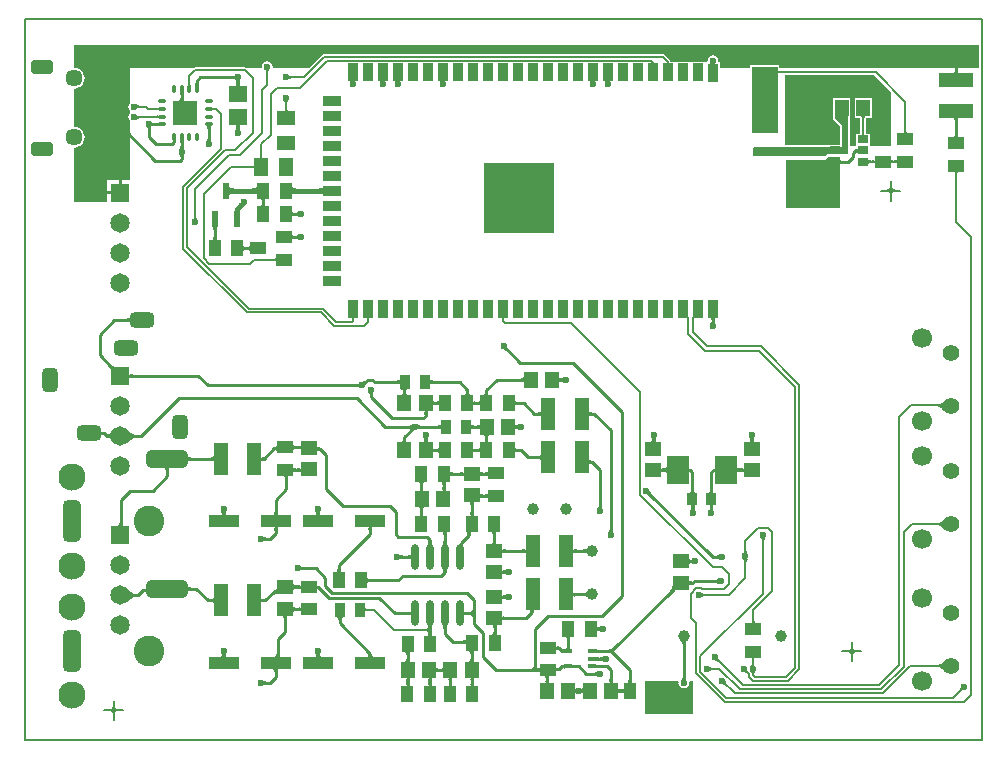
<source format=gtl>
G04*
G04 #@! TF.GenerationSoftware,Altium Limited,Altium Designer,19.0.10 (269)*
G04*
G04 Layer_Physical_Order=1*
G04 Layer_Color=255*
%FSLAX44Y44*%
%MOMM*%
G71*
G01*
G75*
%ADD12C,0.4000*%
%ADD13C,0.2000*%
%ADD14C,0.2540*%
%ADD32R,1.2954X2.6924*%
%ADD59R,1.4500X1.1500*%
%ADD60R,2.1000X2.1000*%
%ADD61O,0.7500X0.3000*%
%ADD62O,0.3000X0.7500*%
%ADD63R,2.9500X1.2000*%
%ADD64R,1.0500X1.4000*%
%ADD65R,1.1500X1.4500*%
G04:AMPARAMS|DCode=66|XSize=0.4mm|YSize=0.65mm|CornerRadius=0.05mm|HoleSize=0mm|Usage=FLASHONLY|Rotation=270.000|XOffset=0mm|YOffset=0mm|HoleType=Round|Shape=RoundedRectangle|*
%AMROUNDEDRECTD66*
21,1,0.4000,0.5500,0,0,270.0*
21,1,0.3000,0.6500,0,0,270.0*
1,1,0.1000,-0.2750,-0.1500*
1,1,0.1000,-0.2750,0.1500*
1,1,0.1000,0.2750,0.1500*
1,1,0.1000,0.2750,-0.1500*
%
%ADD66ROUNDEDRECTD66*%
%ADD67R,1.4000X1.0500*%
%ADD68R,1.9000X2.4000*%
%ADD69R,2.6000X1.1000*%
%ADD70C,0.9906*%
%ADD71R,0.8500X1.3000*%
%ADD72R,0.9000X1.0000*%
%ADD73O,0.6000X2.2000*%
%ADD74R,0.8600X1.5000*%
%ADD75R,1.5000X0.8600*%
%ADD76R,5.9590X6.0410*%
%ADD77R,1.5500X1.3500*%
%ADD78R,0.6000X1.3500*%
%ADD79R,1.5000X1.2500*%
%ADD80R,0.9000X0.6500*%
%ADD81R,2.0000X0.8000*%
%ADD82R,1.2500X1.5000*%
%ADD83R,1.3500X2.8000*%
%ADD84R,2.7000X1.1500*%
%ADD85R,1.4000X1.0000*%
%ADD86C,0.1500*%
%ADD87C,0.5000*%
%ADD88C,0.2032*%
%ADD89C,1.6500*%
%ADD90R,1.6500X1.6500*%
%ADD91C,2.6000*%
G04:AMPARAMS|DCode=92|XSize=3.5mm|YSize=1.5mm|CornerRadius=0.375mm|HoleSize=0mm|Usage=FLASHONLY|Rotation=180.000|XOffset=0mm|YOffset=0mm|HoleType=Round|Shape=RoundedRectangle|*
%AMROUNDEDRECTD92*
21,1,3.5000,0.7500,0,0,180.0*
21,1,2.7500,1.5000,0,0,180.0*
1,1,0.7500,-1.3750,0.3750*
1,1,0.7500,1.3750,0.3750*
1,1,0.7500,1.3750,-0.3750*
1,1,0.7500,-1.3750,-0.3750*
%
%ADD92ROUNDEDRECTD92*%
%ADD93C,2.3000*%
G04:AMPARAMS|DCode=94|XSize=3.5mm|YSize=1.5mm|CornerRadius=0.375mm|HoleSize=0mm|Usage=FLASHONLY|Rotation=90.000|XOffset=0mm|YOffset=0mm|HoleType=Round|Shape=RoundedRectangle|*
%AMROUNDEDRECTD94*
21,1,3.5000,0.7500,0,0,90.0*
21,1,2.7500,1.5000,0,0,90.0*
1,1,0.7500,0.3750,1.3750*
1,1,0.7500,0.3750,-1.3750*
1,1,0.7500,-0.3750,-1.3750*
1,1,0.7500,-0.3750,1.3750*
%
%ADD94ROUNDEDRECTD94*%
G04:AMPARAMS|DCode=95|XSize=1.2mm|YSize=1.9mm|CornerRadius=0.3mm|HoleSize=0mm|Usage=FLASHONLY|Rotation=90.000|XOffset=0mm|YOffset=0mm|HoleType=Round|Shape=RoundedRectangle|*
%AMROUNDEDRECTD95*
21,1,1.2000,1.3000,0,0,90.0*
21,1,0.6000,1.9000,0,0,90.0*
1,1,0.6000,0.6500,0.3000*
1,1,0.6000,0.6500,-0.3000*
1,1,0.6000,-0.6500,-0.3000*
1,1,0.6000,-0.6500,0.3000*
%
%ADD95ROUNDEDRECTD95*%
%ADD96C,1.4500*%
G04:AMPARAMS|DCode=97|XSize=2mm|YSize=1.3mm|CornerRadius=0.325mm|HoleSize=0mm|Usage=FLASHONLY|Rotation=180.000|XOffset=0mm|YOffset=0mm|HoleType=Round|Shape=RoundedRectangle|*
%AMROUNDEDRECTD97*
21,1,2.0000,0.6500,0,0,180.0*
21,1,1.3500,1.3000,0,0,180.0*
1,1,0.6500,-0.6750,0.3250*
1,1,0.6500,0.6750,0.3250*
1,1,0.6500,0.6750,-0.3250*
1,1,0.6500,-0.6750,-0.3250*
%
%ADD97ROUNDEDRECTD97*%
G04:AMPARAMS|DCode=98|XSize=2mm|YSize=1.3mm|CornerRadius=0.325mm|HoleSize=0mm|Usage=FLASHONLY|Rotation=90.000|XOffset=0mm|YOffset=0mm|HoleType=Round|Shape=RoundedRectangle|*
%AMROUNDEDRECTD98*
21,1,2.0000,0.6500,0,0,90.0*
21,1,1.3500,1.3000,0,0,90.0*
1,1,0.6500,0.3250,0.6750*
1,1,0.6500,0.3250,-0.6750*
1,1,0.6500,-0.3250,-0.6750*
1,1,0.6500,-0.3250,0.6750*
%
%ADD98ROUNDEDRECTD98*%
%ADD99C,1.7000*%
%ADD100C,1.4000*%
%ADD101C,0.6000*%
G36*
X544885Y573599D02*
X544905Y573356D01*
X544937Y573141D01*
X544983Y572955D01*
X545042Y572797D01*
X545113Y572668D01*
X545198Y572568D01*
X545296Y572496D01*
X545407Y572453D01*
X545531Y572439D01*
X542727D01*
X542851Y572453D01*
X542962Y572496D01*
X543059Y572568D01*
X543144Y572668D01*
X543216Y572797D01*
X543274Y572955D01*
X543320Y573141D01*
X543353Y573356D01*
X543372Y573599D01*
X543379Y573871D01*
X544879D01*
X544885Y573599D01*
D02*
G37*
G36*
X583683Y574421D02*
X583721Y573984D01*
X583784Y573599D01*
X583873Y573264D01*
X583988Y572982D01*
X584062Y572858D01*
X584500D01*
X584342Y572687D01*
X584271Y572594D01*
X584292Y572570D01*
X584483Y572442D01*
X584699Y572365D01*
X584940Y572339D01*
X584100D01*
X584077Y572302D01*
X583969Y572087D01*
X583877Y571857D01*
X583803Y571612D01*
X583745Y571352D01*
X583703Y571077D01*
X583678Y570787D01*
X583670Y570482D01*
X581130D01*
X581122Y570787D01*
X581097Y571077D01*
X581055Y571352D01*
X580997Y571612D01*
X580923Y571857D01*
X580831Y572087D01*
X580723Y572302D01*
X580700Y572339D01*
X579860D01*
X580101Y572365D01*
X580317Y572442D01*
X580508Y572570D01*
X580529Y572594D01*
X580458Y572687D01*
X580300Y572858D01*
X580738D01*
X580813Y572982D01*
X580927Y573264D01*
X581016Y573599D01*
X581079Y573984D01*
X581117Y574421D01*
X581130Y574910D01*
X583670D01*
X583683Y574421D01*
D02*
G37*
G36*
X807410Y569000D02*
X638624D01*
Y570000D01*
X638148Y571148D01*
X637000Y571624D01*
X615000D01*
X613852Y571148D01*
X613376Y570000D01*
Y569000D01*
X588200D01*
Y573900D01*
X587770D01*
X586965Y574882D01*
X586988Y575000D01*
X586639Y576756D01*
X585644Y578244D01*
X584156Y579239D01*
X582400Y579588D01*
X580644Y579239D01*
X579156Y578244D01*
X578161Y576756D01*
X577812Y575000D01*
X577835Y574882D01*
X577588Y574580D01*
X576600Y573900D01*
X575500Y574000D01*
Y574000D01*
X575372Y574000D01*
X563900D01*
Y574000D01*
X562800D01*
Y574000D01*
X551200D01*
Y574000D01*
X550100D01*
Y574000D01*
X546462D01*
X546344Y574266D01*
X546248Y574749D01*
X545751Y575493D01*
X541343Y579901D01*
X540599Y580398D01*
X539721Y580573D01*
X253279D01*
X253279Y580573D01*
X252401Y580398D01*
X251657Y579901D01*
X251656Y579901D01*
X240756Y569000D01*
X210390D01*
X209585Y569982D01*
X209588Y570000D01*
X209239Y571756D01*
X208244Y573244D01*
X206756Y574239D01*
X205000Y574588D01*
X203244Y574239D01*
X201756Y573244D01*
X200761Y571756D01*
X200412Y570000D01*
X200415Y569982D01*
X199610Y569000D01*
X187178D01*
X186999Y569119D01*
X186121Y569294D01*
X144000D01*
X143122Y569119D01*
X142943Y569000D01*
X89000D01*
Y539408D01*
X88756Y539244D01*
X87761Y537756D01*
X87412Y536000D01*
X87761Y534244D01*
X88756Y532756D01*
X89000Y532592D01*
Y530407D01*
X88756Y530244D01*
X87761Y528756D01*
X87412Y527000D01*
X87761Y525244D01*
X88756Y523756D01*
X89000Y523592D01*
Y473890D01*
X81670D01*
Y463100D01*
X80400D01*
Y461830D01*
X69610D01*
Y455000D01*
X41500D01*
Y501175D01*
X43784Y501475D01*
X45913Y502357D01*
X47741Y503759D01*
X49143Y505587D01*
X50025Y507716D01*
X50326Y510000D01*
X50025Y512284D01*
X49143Y514413D01*
X47741Y516241D01*
X45913Y517643D01*
X43784Y518525D01*
X41500Y518825D01*
Y551175D01*
X43784Y551475D01*
X45913Y552357D01*
X47741Y553759D01*
X49143Y555587D01*
X50025Y557716D01*
X50326Y560000D01*
X50025Y562284D01*
X49143Y564413D01*
X47741Y566241D01*
X45913Y567643D01*
X43784Y568525D01*
X41500Y568825D01*
Y588000D01*
X807410Y588000D01*
Y569000D01*
D02*
G37*
G36*
X206843Y567594D02*
X206411Y567071D01*
X206236Y566813D01*
X206087Y566555D01*
X205966Y566300D01*
X205872Y566046D01*
X205804Y565794D01*
X205763Y565544D01*
X205750Y565295D01*
X204250D01*
X204237Y565544D01*
X204196Y565794D01*
X204128Y566046D01*
X204034Y566300D01*
X203913Y566555D01*
X203764Y566813D01*
X203589Y567071D01*
X203386Y567332D01*
X203157Y567594D01*
X202900Y567858D01*
X207100D01*
X206843Y567594D01*
D02*
G37*
G36*
X789533Y566521D02*
X789571Y566084D01*
X789634Y565699D01*
X789723Y565364D01*
X789838Y565082D01*
X789977Y564850D01*
X790142Y564670D01*
X790333Y564542D01*
X790549Y564465D01*
X790790Y564439D01*
X785710D01*
X785951Y564465D01*
X786167Y564542D01*
X786358Y564670D01*
X786523Y564850D01*
X786663Y565082D01*
X786777Y565364D01*
X786866Y565699D01*
X786929Y566084D01*
X786967Y566521D01*
X786980Y567010D01*
X789520D01*
X789533Y566521D01*
D02*
G37*
G36*
X223406Y562593D02*
X223929Y562161D01*
X224188Y561985D01*
X224445Y561837D01*
X224700Y561715D01*
X224954Y561621D01*
X225206Y561553D01*
X225456Y561513D01*
X225705Y561499D01*
Y559999D01*
X225456Y559986D01*
X225206Y559945D01*
X224954Y559878D01*
X224700Y559783D01*
X224445Y559662D01*
X224188Y559513D01*
X223929Y559338D01*
X223668Y559135D01*
X223406Y558906D01*
X223143Y558649D01*
Y562849D01*
X223406Y562593D01*
D02*
G37*
G36*
X177930Y558649D02*
X177759Y558807D01*
X177574Y558948D01*
X177374Y559072D01*
X177159Y559180D01*
X176929Y559272D01*
X176684Y559346D01*
X176424Y559404D01*
X176149Y559446D01*
X175859Y559471D01*
X175554Y559479D01*
Y562019D01*
X175859Y562028D01*
X176149Y562052D01*
X176424Y562094D01*
X176684Y562152D01*
X176929Y562227D01*
X177159Y562318D01*
X177374Y562426D01*
X177574Y562550D01*
X177759Y562691D01*
X177930Y562849D01*
Y558649D01*
D02*
G37*
G36*
X494778Y559213D02*
X494803Y558923D01*
X494845Y558648D01*
X494903Y558388D01*
X494977Y558143D01*
X495069Y557913D01*
X495177Y557698D01*
X495262Y557561D01*
X496031D01*
X495791Y557535D01*
X495577Y557458D01*
X495415Y557349D01*
X495442Y557313D01*
X495600Y557142D01*
X495219D01*
X495085Y556921D01*
X494972Y556639D01*
X494883Y556306D01*
X494821Y555922D01*
X494783Y555487D01*
X494770Y555000D01*
X492230D01*
X492217Y555487D01*
X492180Y555922D01*
X492117Y556306D01*
X492028Y556639D01*
X491915Y556921D01*
X491782Y557142D01*
X491400D01*
X491558Y557313D01*
X491585Y557349D01*
X491423Y557458D01*
X491209Y557535D01*
X490970Y557561D01*
X491738D01*
X491823Y557698D01*
X491931Y557913D01*
X492023Y558143D01*
X492097Y558388D01*
X492155Y558648D01*
X492197Y558923D01*
X492222Y559213D01*
X492230Y559518D01*
X494770D01*
X494778Y559213D01*
D02*
G37*
G36*
X482078D02*
X482103Y558923D01*
X482145Y558648D01*
X482203Y558388D01*
X482277Y558143D01*
X482369Y557913D01*
X482477Y557698D01*
X482562Y557561D01*
X483330D01*
X483091Y557535D01*
X482877Y557458D01*
X482715Y557349D01*
X482742Y557313D01*
X482900Y557142D01*
X482519D01*
X482385Y556921D01*
X482272Y556639D01*
X482183Y556306D01*
X482121Y555922D01*
X482083Y555487D01*
X482070Y555000D01*
X479530D01*
X479518Y555487D01*
X479480Y555922D01*
X479417Y556306D01*
X479328Y556639D01*
X479215Y556921D01*
X479082Y557142D01*
X478700D01*
X478858Y557313D01*
X478885Y557349D01*
X478723Y557458D01*
X478509Y557535D01*
X478270Y557561D01*
X479038D01*
X479123Y557698D01*
X479231Y557913D01*
X479323Y558143D01*
X479397Y558388D01*
X479455Y558648D01*
X479497Y558923D01*
X479522Y559213D01*
X479530Y559518D01*
X482070D01*
X482078Y559213D01*
D02*
G37*
G36*
X316978D02*
X317003Y558923D01*
X317045Y558648D01*
X317103Y558388D01*
X317178Y558143D01*
X317269Y557913D01*
X317377Y557698D01*
X317462Y557561D01*
X318230D01*
X317991Y557535D01*
X317777Y557458D01*
X317615Y557349D01*
X317642Y557313D01*
X317800Y557142D01*
X317418D01*
X317285Y556921D01*
X317172Y556639D01*
X317083Y556306D01*
X317020Y555922D01*
X316983Y555487D01*
X316970Y555000D01*
X314430D01*
X314417Y555487D01*
X314380Y555922D01*
X314317Y556306D01*
X314228Y556639D01*
X314115Y556921D01*
X313982Y557142D01*
X313600D01*
X313758Y557313D01*
X313785Y557349D01*
X313623Y557458D01*
X313409Y557535D01*
X313170Y557561D01*
X313938D01*
X314023Y557698D01*
X314131Y557913D01*
X314223Y558143D01*
X314297Y558388D01*
X314355Y558648D01*
X314397Y558923D01*
X314422Y559213D01*
X314430Y559518D01*
X316970D01*
X316978Y559213D01*
D02*
G37*
G36*
X304278D02*
X304303Y558923D01*
X304345Y558648D01*
X304403Y558388D01*
X304478Y558143D01*
X304569Y557913D01*
X304677Y557698D01*
X304762Y557561D01*
X305530D01*
X305291Y557535D01*
X305077Y557458D01*
X304915Y557349D01*
X304942Y557313D01*
X305100Y557142D01*
X304718D01*
X304585Y556921D01*
X304472Y556639D01*
X304384Y556306D01*
X304321Y555922D01*
X304283Y555487D01*
X304270Y555000D01*
X301730D01*
X301717Y555487D01*
X301680Y555922D01*
X301617Y556306D01*
X301528Y556639D01*
X301415Y556921D01*
X301282Y557142D01*
X300900D01*
X301058Y557313D01*
X301085Y557349D01*
X300923Y557458D01*
X300709Y557535D01*
X300470Y557561D01*
X301238D01*
X301323Y557698D01*
X301431Y557913D01*
X301523Y558143D01*
X301597Y558388D01*
X301655Y558648D01*
X301697Y558923D01*
X301722Y559213D01*
X301730Y559518D01*
X304270D01*
X304278Y559213D01*
D02*
G37*
G36*
X278878D02*
X278903Y558923D01*
X278945Y558648D01*
X279003Y558388D01*
X279077Y558143D01*
X279169Y557913D01*
X279277Y557698D01*
X279362Y557561D01*
X280131D01*
X279891Y557535D01*
X279677Y557458D01*
X279515Y557349D01*
X279542Y557313D01*
X279700Y557142D01*
X279319D01*
X279185Y556921D01*
X279072Y556639D01*
X278983Y556306D01*
X278920Y555922D01*
X278883Y555487D01*
X278870Y555000D01*
X276330D01*
X276318Y555487D01*
X276280Y555922D01*
X276217Y556306D01*
X276128Y556639D01*
X276015Y556921D01*
X275882Y557142D01*
X275500D01*
X275658Y557313D01*
X275685Y557349D01*
X275523Y557458D01*
X275309Y557535D01*
X275070Y557561D01*
X275838D01*
X275923Y557698D01*
X276031Y557913D01*
X276123Y558143D01*
X276197Y558388D01*
X276255Y558648D01*
X276297Y558923D01*
X276322Y559213D01*
X276330Y559518D01*
X278870D01*
X278878Y559213D01*
D02*
G37*
G36*
X146884Y553823D02*
X144116D01*
X144137Y553881D01*
X144157Y553987D01*
X144174Y554139D01*
X144212Y554881D01*
X144230Y556534D01*
X146770D01*
X146884Y553823D01*
D02*
G37*
G36*
X139756Y555770D02*
X139775Y555531D01*
X139807Y555297D01*
X139852Y555068D01*
X139909Y554846D01*
X139978Y554630D01*
X140061Y554419D01*
X140156Y554215D01*
X140264Y554016D01*
X140384Y553823D01*
X137616D01*
X137736Y554016D01*
X137844Y554215D01*
X137939Y554419D01*
X138022Y554630D01*
X138091Y554846D01*
X138149Y555068D01*
X138193Y555297D01*
X138225Y555531D01*
X138244Y555770D01*
X138250Y556016D01*
X139750D01*
X139756Y555770D01*
D02*
G37*
G36*
X182014Y558437D02*
X181873Y558251D01*
X181749Y558051D01*
X181641Y557836D01*
X181550Y557606D01*
X181475Y557361D01*
X181417Y557101D01*
X181375Y556826D01*
X181350Y556536D01*
X181343Y556245D01*
X181355Y555777D01*
X181393Y555345D01*
X181456Y554964D01*
X181545Y554634D01*
X181660Y554355D01*
X181799Y554126D01*
X181964Y553948D01*
X182155Y553821D01*
X182371Y553745D01*
X182612Y553719D01*
X177532D01*
X177773Y553745D01*
X177989Y553821D01*
X178180Y553948D01*
X178345Y554126D01*
X178485Y554355D01*
X178599Y554634D01*
X178688Y554964D01*
X178751Y555345D01*
X178789Y555777D01*
X178802Y556245D01*
X178794Y556536D01*
X178769Y556826D01*
X178727Y557101D01*
X178669Y557361D01*
X178595Y557606D01*
X178503Y557836D01*
X178395Y558051D01*
X178271Y558251D01*
X178130Y558437D01*
X177972Y558607D01*
X182172D01*
X182014Y558437D01*
D02*
G37*
G36*
X133863Y548119D02*
X133843Y548013D01*
X133826Y547861D01*
X133788Y547118D01*
X133770Y545466D01*
X131230D01*
X131116Y548177D01*
X133884D01*
X133863Y548119D01*
D02*
G37*
G36*
X133783Y543271D02*
X133821Y542834D01*
X133884Y542449D01*
X133973Y542114D01*
X134087Y541832D01*
X134227Y541600D01*
X134392Y541420D01*
X134583Y541292D01*
X134799Y541215D01*
X135040Y541189D01*
X129960D01*
X130201Y541215D01*
X130417Y541292D01*
X130608Y541420D01*
X130773Y541600D01*
X130913Y541832D01*
X131027Y542114D01*
X131116Y542449D01*
X131179Y542834D01*
X131217Y543271D01*
X131230Y543759D01*
X133770D01*
X133783Y543271D01*
D02*
G37*
G36*
X222843Y540594D02*
X222411Y540071D01*
X222236Y539813D01*
X222087Y539555D01*
X221966Y539300D01*
X221871Y539046D01*
X221804Y538794D01*
X221763Y538544D01*
X221750Y538295D01*
X220250D01*
X220236Y538544D01*
X220196Y538794D01*
X220128Y539046D01*
X220034Y539300D01*
X219912Y539555D01*
X219764Y539813D01*
X219589Y540071D01*
X219386Y540332D01*
X219156Y540594D01*
X218900Y540858D01*
X223100D01*
X222843Y540594D01*
D02*
G37*
G36*
X94361Y537891D02*
X94587Y537704D01*
X94819Y537539D01*
X95058Y537396D01*
X95303Y537275D01*
X95555Y537176D01*
X95813Y537099D01*
X96079Y537044D01*
X96350Y537011D01*
X96629Y537000D01*
Y535000D01*
X96350Y534989D01*
X96079Y534956D01*
X95813Y534901D01*
X95555Y534824D01*
X95303Y534725D01*
X95058Y534604D01*
X94819Y534461D01*
X94587Y534296D01*
X94361Y534109D01*
X94143Y533900D01*
Y538100D01*
X94361Y537891D01*
D02*
G37*
G36*
X221758Y533929D02*
X221780Y533669D01*
X221817Y533439D01*
X221870Y533240D01*
X221938Y533072D01*
X222020Y532934D01*
X222118Y532827D01*
X222230Y532750D01*
X222358Y532704D01*
X222500Y532689D01*
X219500D01*
X219643Y532704D01*
X219770Y532750D01*
X219883Y532827D01*
X219980Y532934D01*
X220063Y533072D01*
X220130Y533240D01*
X220182Y533439D01*
X220220Y533669D01*
X220243Y533929D01*
X220250Y534220D01*
X221750D01*
X221758Y533929D01*
D02*
G37*
G36*
X159016Y535264D02*
X159215Y535156D01*
X159419Y535061D01*
X159630Y534978D01*
X159846Y534908D01*
X160068Y534851D01*
X160297Y534807D01*
X160531Y534775D01*
X160770Y534756D01*
X161016Y534750D01*
Y533250D01*
X160770Y533244D01*
X160531Y533225D01*
X160297Y533193D01*
X160068Y533148D01*
X159846Y533091D01*
X159630Y533022D01*
X159419Y532939D01*
X159215Y532844D01*
X159016Y532736D01*
X158823Y532616D01*
Y535384D01*
X159016Y535264D01*
D02*
G37*
G36*
X112677Y532616D02*
X112548Y532689D01*
X112392Y532754D01*
X112208Y532812D01*
X111996Y532862D01*
X111758Y532904D01*
X111198Y532965D01*
X110527Y532996D01*
X110151Y533000D01*
Y535000D01*
X110527Y535004D01*
X111758Y535096D01*
X111996Y535138D01*
X112208Y535188D01*
X112392Y535246D01*
X112548Y535311D01*
X112677Y535384D01*
Y532616D01*
D02*
G37*
G36*
X133689Y534616D02*
X134133Y534239D01*
X134341Y534089D01*
X134541Y533965D01*
X134732Y533866D01*
X134913Y533793D01*
X135086Y533746D01*
X135249Y533725D01*
X135404Y533730D01*
X132770Y531096D01*
X132775Y531251D01*
X132753Y531414D01*
X132707Y531587D01*
X132634Y531768D01*
X132535Y531959D01*
X132411Y532159D01*
X132261Y532367D01*
X132086Y532585D01*
X131657Y533047D01*
X133453Y534843D01*
X133689Y534616D01*
D02*
G37*
G36*
X112677Y526116D02*
X112548Y526189D01*
X112392Y526254D01*
X112208Y526312D01*
X111996Y526362D01*
X111758Y526404D01*
X111198Y526465D01*
X110527Y526496D01*
X110151Y526500D01*
Y528500D01*
X110527Y528504D01*
X111758Y528596D01*
X111996Y528638D01*
X112208Y528688D01*
X112392Y528746D01*
X112548Y528811D01*
X112677Y528884D01*
Y526116D01*
D02*
G37*
G36*
X711310Y527791D02*
X711140Y527730D01*
X710990Y527628D01*
X710860Y527486D01*
X710750Y527303D01*
X710660Y527080D01*
X710590Y526816D01*
X710540Y526511D01*
X710510Y526166D01*
X710500Y525780D01*
X708500D01*
X708490Y526166D01*
X708460Y526511D01*
X708410Y526816D01*
X708340Y527080D01*
X708250Y527303D01*
X708140Y527486D01*
X708010Y527628D01*
X707860Y527730D01*
X707690Y527791D01*
X707500Y527811D01*
X711500D01*
X711310Y527791D01*
D02*
G37*
G36*
X94361Y528891D02*
X94587Y528704D01*
X94819Y528539D01*
X95058Y528396D01*
X95303Y528275D01*
X95555Y528176D01*
X95813Y528099D01*
X96079Y528044D01*
X96350Y528011D01*
X96629Y528000D01*
Y526000D01*
X96350Y525989D01*
X96079Y525956D01*
X95813Y525901D01*
X95555Y525824D01*
X95303Y525725D01*
X95058Y525604D01*
X94819Y525461D01*
X94587Y525296D01*
X94361Y525109D01*
X94143Y524900D01*
Y529100D01*
X94361Y528891D01*
D02*
G37*
G36*
X790549Y526335D02*
X790333Y526258D01*
X790142Y526130D01*
X789977Y525950D01*
X789838Y525718D01*
X789723Y525436D01*
X789634Y525101D01*
X789571Y524716D01*
X789533Y524279D01*
X789520Y523791D01*
X786980D01*
X786967Y524279D01*
X786929Y524716D01*
X786866Y525101D01*
X786777Y525436D01*
X786663Y525718D01*
X786523Y525950D01*
X786358Y526130D01*
X786167Y526258D01*
X785951Y526335D01*
X785710Y526361D01*
X790790D01*
X790549Y526335D01*
D02*
G37*
G36*
X112677Y519616D02*
X112619Y519637D01*
X112514Y519657D01*
X112361Y519674D01*
X111619Y519712D01*
X109966Y519730D01*
Y522270D01*
X112677Y522384D01*
Y519616D01*
D02*
G37*
G36*
X107313Y522942D02*
X107498Y522801D01*
X107698Y522677D01*
X107913Y522569D01*
X108143Y522477D01*
X108388Y522403D01*
X108648Y522345D01*
X108923Y522303D01*
X109213Y522278D01*
X109518Y522270D01*
Y519730D01*
X109213Y519722D01*
X108923Y519697D01*
X108648Y519655D01*
X108388Y519597D01*
X108143Y519523D01*
X107913Y519431D01*
X107698Y519323D01*
X107498Y519199D01*
X107313Y519058D01*
X107142Y518900D01*
Y523100D01*
X107313Y522942D01*
D02*
G37*
G36*
X158040Y519532D02*
X157799Y519518D01*
X157583Y519450D01*
X157392Y519328D01*
X157227Y519151D01*
X157087Y518921D01*
X156973Y518637D01*
X156884Y518299D01*
X156821Y517907D01*
X156783Y517462D01*
X156770Y516962D01*
X154230D01*
X154218Y517487D01*
X154180Y517958D01*
X154117Y518376D01*
X154030Y518739D01*
X153917Y519048D01*
X153779Y519304D01*
X153616Y519505D01*
X153428Y519653D01*
X153215Y519746D01*
X152977Y519786D01*
X158040Y519532D01*
D02*
G37*
G36*
X106942Y518687D02*
X106801Y518502D01*
X106677Y518302D01*
X106569Y518087D01*
X106477Y517857D01*
X106403Y517612D01*
X106345Y517352D01*
X106303Y517077D01*
X106278Y516787D01*
X106270Y516482D01*
X103730D01*
X103722Y516787D01*
X103697Y517077D01*
X103655Y517352D01*
X103597Y517612D01*
X103523Y517857D01*
X103431Y518087D01*
X103323Y518302D01*
X103199Y518502D01*
X103058Y518687D01*
X102900Y518858D01*
X107100D01*
X106942Y518687D01*
D02*
G37*
G36*
X182371Y520285D02*
X182155Y520208D01*
X181964Y520080D01*
X181799Y519900D01*
X181660Y519668D01*
X181545Y519386D01*
X181456Y519051D01*
X181393Y518666D01*
X181355Y518229D01*
X181353Y518148D01*
X181374Y517888D01*
X181415Y517613D01*
X181472Y517352D01*
X181544Y517105D01*
X181633Y516873D01*
X181738Y516656D01*
X181860Y516453D01*
X181997Y516265D01*
X182151Y516091D01*
X177952Y516192D01*
X178114Y516359D01*
X178258Y516541D01*
X178386Y516738D01*
X178496Y516951D01*
X178590Y517179D01*
X178666Y517422D01*
X178726Y517681D01*
X178768Y517956D01*
X178790Y518205D01*
X178789Y518229D01*
X178751Y518666D01*
X178688Y519051D01*
X178599Y519386D01*
X178485Y519668D01*
X178345Y519900D01*
X178180Y520080D01*
X177989Y520208D01*
X177773Y520285D01*
X177532Y520311D01*
X182612D01*
X182371Y520285D01*
D02*
G37*
G36*
X637000Y514000D02*
X615000D01*
Y570000D01*
X637000D01*
Y514000D01*
D02*
G37*
G36*
X746010Y515354D02*
X746040Y515014D01*
X746090Y514714D01*
X746160Y514454D01*
X746250Y514234D01*
X746360Y514053D01*
X746490Y513913D01*
X746640Y513814D01*
X746810Y513754D01*
X747000Y513733D01*
X743000D01*
X743190Y513754D01*
X743360Y513814D01*
X743510Y513913D01*
X743640Y514053D01*
X743750Y514234D01*
X743840Y514454D01*
X743910Y514714D01*
X743960Y515014D01*
X743990Y515354D01*
X744000Y515733D01*
X746000D01*
X746010Y515354D01*
D02*
G37*
G36*
X710510Y513348D02*
X710540Y513003D01*
X710590Y512698D01*
X710660Y512434D01*
X710750Y512211D01*
X710860Y512028D01*
X710990Y511886D01*
X711140Y511784D01*
X711310Y511723D01*
X711500Y511703D01*
X707500D01*
X707690Y511723D01*
X707860Y511784D01*
X708010Y511886D01*
X708140Y512028D01*
X708250Y512211D01*
X708340Y512434D01*
X708410Y512698D01*
X708460Y513003D01*
X708490Y513348D01*
X708500Y513733D01*
X710500D01*
X710510Y513348D01*
D02*
G37*
G36*
X789533Y512271D02*
X789571Y511834D01*
X789634Y511449D01*
X789723Y511114D01*
X789838Y510832D01*
X789977Y510600D01*
X790142Y510420D01*
X790333Y510292D01*
X790549Y510215D01*
X790790Y510189D01*
X785710D01*
X785951Y510215D01*
X786167Y510292D01*
X786358Y510420D01*
X786523Y510600D01*
X786663Y510832D01*
X786777Y511114D01*
X786866Y511449D01*
X786929Y511834D01*
X786967Y512271D01*
X786980Y512760D01*
X789520D01*
X789533Y512271D01*
D02*
G37*
G36*
X156778Y508213D02*
X156803Y507923D01*
X156845Y507648D01*
X156903Y507388D01*
X156978Y507143D01*
X157069Y506913D01*
X157177Y506698D01*
X157301Y506498D01*
X157442Y506313D01*
X157600Y506142D01*
X153400D01*
X153558Y506313D01*
X153699Y506498D01*
X153823Y506698D01*
X153931Y506913D01*
X154023Y507143D01*
X154097Y507388D01*
X154155Y507648D01*
X154197Y507923D01*
X154222Y508213D01*
X154230Y508518D01*
X156770D01*
X156778Y508213D01*
D02*
G37*
G36*
X133863Y507619D02*
X133843Y507513D01*
X133826Y507361D01*
X133788Y506618D01*
X133770Y504966D01*
X131230D01*
X131116Y507677D01*
X133884D01*
X133863Y507619D01*
D02*
G37*
G36*
X733000Y548000D02*
Y503000D01*
X715500D01*
Y503764D01*
Y513264D01*
X712147D01*
X712132Y513439D01*
X712123Y513776D01*
X712049Y513942D01*
Y525572D01*
X712123Y525738D01*
X712132Y526075D01*
X712147Y526250D01*
X716750D01*
Y543750D01*
X702250D01*
Y526250D01*
X706853D01*
X706868Y526075D01*
X706877Y525738D01*
X706951Y525572D01*
Y513942D01*
X706877Y513776D01*
X706868Y513439D01*
X706853Y513264D01*
X703500D01*
Y503764D01*
Y503000D01*
X698624D01*
X698624Y526250D01*
X698750D01*
Y543750D01*
X684250D01*
Y542902D01*
X683876Y542000D01*
X683876Y526000D01*
X684352Y524852D01*
X689876Y519328D01*
Y503764D01*
X679500D01*
Y503624D01*
X643000D01*
Y562451D01*
X718549D01*
X733000Y548000D01*
D02*
G37*
G36*
X133778Y502213D02*
X133803Y501923D01*
X133845Y501648D01*
X133903Y501388D01*
X133977Y501143D01*
X134069Y500913D01*
X134177Y500698D01*
X134301Y500498D01*
X134442Y500313D01*
X134600Y500142D01*
X130400D01*
X130558Y500313D01*
X130699Y500498D01*
X130823Y500698D01*
X130931Y500913D01*
X131023Y501143D01*
X131097Y501388D01*
X131155Y501648D01*
X131197Y501923D01*
X131222Y502213D01*
X131230Y502518D01*
X133770D01*
X133778Y502213D01*
D02*
G37*
G36*
X705061Y496325D02*
X705037Y496531D01*
X704966Y496715D01*
X704847Y496877D01*
X704680Y497018D01*
X704465Y497137D01*
X704203Y497235D01*
X703893Y497310D01*
X703536Y497365D01*
X703131Y497397D01*
X702678Y497408D01*
Y499948D01*
X703131Y499959D01*
X703536Y499991D01*
X703893Y500045D01*
X704203Y500121D01*
X704465Y500219D01*
X704680Y500338D01*
X704847Y500478D01*
X704966Y500641D01*
X705037Y500825D01*
X705061Y501031D01*
Y496325D01*
D02*
G37*
G36*
X697000Y496000D02*
X679000Y496000D01*
X677000Y494000D01*
X616000D01*
X616000Y501102D01*
X616898Y502000D01*
X691500D01*
Y520000D01*
X685500Y526000D01*
X685500Y542000D01*
X697000D01*
X697000Y496000D01*
D02*
G37*
G36*
X134442Y495687D02*
X134301Y495502D01*
X134177Y495302D01*
X134069Y495087D01*
X133977Y494857D01*
X133903Y494612D01*
X133845Y494352D01*
X133803Y494077D01*
X133778Y493787D01*
X133770Y493482D01*
X131230D01*
X131222Y493787D01*
X131197Y494077D01*
X131155Y494352D01*
X131097Y494612D01*
X131023Y494857D01*
X130931Y495087D01*
X130823Y495302D01*
X130699Y495502D01*
X130558Y495687D01*
X130400Y495858D01*
X134600D01*
X134442Y495687D01*
D02*
G37*
G36*
X200758Y493679D02*
X200780Y493419D01*
X200818Y493189D01*
X200870Y492990D01*
X200938Y492822D01*
X201020Y492684D01*
X201117Y492577D01*
X201230Y492500D01*
X201357Y492454D01*
X201500Y492439D01*
X198500D01*
X198643Y492454D01*
X198770Y492500D01*
X198883Y492577D01*
X198980Y492684D01*
X199062Y492822D01*
X199130Y492990D01*
X199182Y493189D01*
X199220Y493419D01*
X199242Y493679D01*
X199250Y493969D01*
X200750D01*
X200758Y493679D01*
D02*
G37*
G36*
X738061Y487514D02*
X738041Y487704D01*
X737980Y487874D01*
X737878Y488024D01*
X737736Y488154D01*
X737553Y488264D01*
X737330Y488354D01*
X737066Y488424D01*
X736761Y488474D01*
X736416Y488504D01*
X736031Y488514D01*
Y490514D01*
X736416Y490524D01*
X736761Y490554D01*
X737066Y490604D01*
X737330Y490674D01*
X737553Y490764D01*
X737736Y490874D01*
X737878Y491004D01*
X737980Y491154D01*
X738041Y491324D01*
X738061Y491514D01*
Y487514D01*
D02*
G37*
G36*
X732959Y491324D02*
X733020Y491154D01*
X733122Y491004D01*
X733264Y490874D01*
X733447Y490764D01*
X733670Y490674D01*
X733934Y490604D01*
X734239Y490554D01*
X734584Y490524D01*
X734969Y490514D01*
Y488514D01*
X734584Y488504D01*
X734239Y488474D01*
X733934Y488424D01*
X733670Y488354D01*
X733447Y488264D01*
X733264Y488154D01*
X733122Y488024D01*
X733020Y487874D01*
X732959Y487704D01*
X732939Y487514D01*
Y491514D01*
X732959Y491324D01*
D02*
G37*
G36*
X719061Y487514D02*
X719041Y487704D01*
X718980Y487874D01*
X718878Y488024D01*
X718736Y488154D01*
X718553Y488264D01*
X718330Y488354D01*
X718066Y488424D01*
X717762Y488474D01*
X717416Y488504D01*
X717030Y488514D01*
Y490514D01*
X717416Y490524D01*
X717762Y490554D01*
X718066Y490604D01*
X718330Y490674D01*
X718553Y490764D01*
X718736Y490874D01*
X718878Y491004D01*
X718980Y491154D01*
X719041Y491324D01*
X719061Y491514D01*
Y487514D01*
D02*
G37*
G36*
X713990Y491324D02*
X714050Y491154D01*
X714150Y491004D01*
X714290Y490874D01*
X714470Y490764D01*
X714690Y490674D01*
X714950Y490604D01*
X715250Y490554D01*
X715590Y490524D01*
X715970Y490514D01*
Y488514D01*
X715590Y488504D01*
X715250Y488474D01*
X714950Y488424D01*
X714690Y488354D01*
X714470Y488264D01*
X714290Y488154D01*
X714150Y488024D01*
X714050Y487874D01*
X713990Y487704D01*
X713970Y487514D01*
Y491514D01*
X713990Y491324D01*
D02*
G37*
G36*
X193811Y483500D02*
X193796Y483643D01*
X193750Y483770D01*
X193673Y483882D01*
X193566Y483980D01*
X193428Y484062D01*
X193260Y484130D01*
X193061Y484183D01*
X192831Y484220D01*
X192571Y484243D01*
X192281Y484250D01*
Y485750D01*
X192571Y485757D01*
X192831Y485780D01*
X193061Y485817D01*
X193260Y485870D01*
X193428Y485938D01*
X193566Y486020D01*
X193673Y486118D01*
X193750Y486230D01*
X193796Y486357D01*
X193811Y486500D01*
Y483500D01*
D02*
G37*
G36*
X790060Y480760D02*
X789890Y480700D01*
X789740Y480601D01*
X789610Y480461D01*
X789500Y480280D01*
X789410Y480061D01*
X789340Y479800D01*
X789290Y479501D01*
X789260Y479160D01*
X789250Y478781D01*
X787250D01*
X787240Y479160D01*
X787210Y479501D01*
X787160Y479800D01*
X787090Y480061D01*
X787000Y480280D01*
X786890Y480461D01*
X786760Y480601D01*
X786610Y480700D01*
X786440Y480760D01*
X786250Y480780D01*
X790250D01*
X790060Y480760D01*
D02*
G37*
G36*
X734045Y467672D02*
X734106Y467326D01*
X734208Y467021D01*
X734350Y466757D01*
X734533Y466534D01*
X734756Y466351D01*
X735020Y466208D01*
X735325Y466107D01*
X735671Y466046D01*
X736057Y466026D01*
Y463994D01*
X735671Y463973D01*
X735325Y463912D01*
X735020Y463811D01*
X734756Y463669D01*
X734533Y463486D01*
X734350Y463262D01*
X734208Y462998D01*
X734106Y462693D01*
X734045Y462348D01*
X734025Y461962D01*
X731993D01*
X731972Y462348D01*
X731911Y462693D01*
X731810Y462998D01*
X731667Y463262D01*
X731485Y463486D01*
X731261Y463669D01*
X730997Y463811D01*
X730692Y463912D01*
X730347Y463973D01*
X729961Y463994D01*
Y466026D01*
X730347Y466046D01*
X730692Y466107D01*
X730997Y466208D01*
X731261Y466351D01*
X731485Y466534D01*
X731667Y466757D01*
X731810Y467021D01*
X731911Y467326D01*
X731972Y467672D01*
X731993Y468058D01*
X734025D01*
X734045Y467672D01*
D02*
G37*
G36*
X252661Y461000D02*
X252621Y461380D01*
X252500Y461720D01*
X252298Y462020D01*
X252016Y462280D01*
X251653Y462500D01*
X251210Y462680D01*
X250686Y462820D01*
X250082Y462920D01*
X249396Y462980D01*
X248631Y463000D01*
Y467000D01*
X249396Y467020D01*
X250082Y467080D01*
X250686Y467180D01*
X251210Y467320D01*
X251653Y467500D01*
X252016Y467720D01*
X252298Y467980D01*
X252500Y468280D01*
X252621Y468620D01*
X252661Y469000D01*
Y461000D01*
D02*
G37*
G36*
X225760Y468620D02*
X225880Y468280D01*
X226080Y467980D01*
X226360Y467720D01*
X226720Y467500D01*
X227160Y467320D01*
X227680Y467180D01*
X228280Y467080D01*
X228960Y467020D01*
X229720Y467000D01*
Y463000D01*
X228960Y462980D01*
X228280Y462920D01*
X227680Y462820D01*
X227160Y462680D01*
X226720Y462500D01*
X226360Y462280D01*
X226080Y462020D01*
X225880Y461720D01*
X225760Y461380D01*
X225720Y461000D01*
Y469000D01*
X225760Y468620D01*
D02*
G37*
G36*
X196311Y461000D02*
X196271Y461380D01*
X196150Y461720D01*
X195948Y462020D01*
X195666Y462280D01*
X195303Y462500D01*
X194860Y462680D01*
X194336Y462820D01*
X193731Y462920D01*
X193046Y462980D01*
X192281Y463000D01*
Y467000D01*
X193046Y467020D01*
X193731Y467080D01*
X194336Y467180D01*
X194860Y467320D01*
X195303Y467500D01*
X195666Y467720D01*
X195948Y467980D01*
X196150Y468280D01*
X196271Y468620D01*
X196311Y469000D01*
Y461000D01*
D02*
G37*
G36*
X172979Y468620D02*
X173100Y468280D01*
X173302Y467980D01*
X173584Y467720D01*
X173947Y467500D01*
X174390Y467320D01*
X174914Y467180D01*
X175519Y467080D01*
X176204Y467020D01*
X176970Y467000D01*
Y463000D01*
X176204Y462980D01*
X175519Y462920D01*
X174914Y462820D01*
X174390Y462680D01*
X173947Y462500D01*
X173584Y462280D01*
X173302Y462020D01*
X173100Y461720D01*
X172979Y461380D01*
X172939Y461000D01*
Y469000D01*
X172979Y468620D01*
D02*
G37*
G36*
X202888Y463519D02*
X202863Y463375D01*
X202841Y463154D01*
X202793Y462029D01*
X202770Y459455D01*
X200230D01*
X200085Y463587D01*
X202915D01*
X202888Y463519D01*
D02*
G37*
G36*
X203799Y458035D02*
X203583Y457958D01*
X203392Y457830D01*
X203227Y457650D01*
X203088Y457418D01*
X202973Y457136D01*
X202884Y456801D01*
X202821Y456416D01*
X202783Y455979D01*
X202770Y455490D01*
X200230D01*
X200217Y455979D01*
X200179Y456416D01*
X200116Y456801D01*
X200027Y457136D01*
X199913Y457418D01*
X199773Y457650D01*
X199608Y457830D01*
X199417Y457958D01*
X199201Y458035D01*
X198960Y458061D01*
X204040D01*
X203799Y458035D01*
D02*
G37*
G36*
X202783Y454021D02*
X202821Y453584D01*
X202884Y453199D01*
X202973Y452864D01*
X203088Y452582D01*
X203227Y452350D01*
X203392Y452170D01*
X203583Y452042D01*
X203799Y451965D01*
X204040Y451939D01*
X198960D01*
X199201Y451965D01*
X199417Y452042D01*
X199608Y452170D01*
X199773Y452350D01*
X199913Y452582D01*
X200027Y452864D01*
X200116Y453199D01*
X200179Y453584D01*
X200217Y454021D01*
X200230Y454510D01*
X202770D01*
X202783Y454021D01*
D02*
G37*
G36*
X184970Y452000D02*
X184931Y451988D01*
X184869Y451950D01*
X184784Y451887D01*
X184548Y451684D01*
X183803Y450973D01*
X183560Y450732D01*
X180732Y453560D01*
X182000Y454970D01*
X184970Y452000D01*
D02*
G37*
G36*
X690000Y491284D02*
X690071Y491083D01*
X690198Y490892D01*
X690376Y490727D01*
X690605Y490588D01*
X690884Y490473D01*
X691214Y490384D01*
X691595Y490321D01*
X692027Y490283D01*
X692510Y490270D01*
Y487730D01*
X692027Y487717D01*
X691595Y487679D01*
X691214Y487616D01*
X690884Y487527D01*
X690605Y487412D01*
X690376Y487273D01*
X690198Y487108D01*
X690071Y486917D01*
X690000Y486716D01*
X690000Y450000D01*
X644000D01*
X644000Y491000D01*
X678000D01*
X680000Y493000D01*
X690000D01*
Y491284D01*
D02*
G37*
G36*
X181353Y449625D02*
X181385Y449225D01*
X181440Y448872D01*
X181515Y448566D01*
X181613Y448308D01*
X181732Y448096D01*
X181873Y447931D01*
X182035Y447814D01*
X182219Y447743D01*
X182425Y447719D01*
X181392D01*
X181365Y447102D01*
X181342Y444527D01*
X178802D01*
X178690Y447719D01*
X177720D01*
X177925Y447743D01*
X178109Y447814D01*
X178272Y447931D01*
X178412Y448096D01*
X178531Y448308D01*
X178629Y448566D01*
X178705Y448872D01*
X178759Y449225D01*
X178791Y449625D01*
X178802Y450072D01*
X181342D01*
X181353Y449625D01*
D02*
G37*
G36*
X231358Y442900D02*
X231187Y443058D01*
X231002Y443199D01*
X230802Y443323D01*
X230587Y443431D01*
X230357Y443522D01*
X230112Y443597D01*
X229852Y443655D01*
X229577Y443697D01*
X229287Y443722D01*
X228982Y443730D01*
X228982Y446270D01*
X229287Y446278D01*
X229577Y446303D01*
X229852Y446345D01*
X230112Y446403D01*
X230357Y446478D01*
X230587Y446569D01*
X230802Y446677D01*
X231002Y446801D01*
X231187Y446942D01*
X231358Y447100D01*
X231358Y442900D01*
D02*
G37*
G36*
X225745Y447299D02*
X225821Y447083D01*
X225948Y446892D01*
X226126Y446727D01*
X226355Y446587D01*
X226634Y446473D01*
X226964Y446384D01*
X227345Y446321D01*
X227777Y446283D01*
X228260Y446270D01*
Y443730D01*
X227777Y443717D01*
X227345Y443679D01*
X226964Y443616D01*
X226634Y443527D01*
X226355Y443413D01*
X226126Y443273D01*
X225948Y443108D01*
X225821Y442917D01*
X225745Y442701D01*
X225720Y442460D01*
Y447540D01*
X225745Y447299D01*
D02*
G37*
G36*
X144763Y442456D02*
X144804Y442206D01*
X144872Y441954D01*
X144966Y441700D01*
X145087Y441445D01*
X145236Y441188D01*
X145412Y440929D01*
X145614Y440668D01*
X145843Y440406D01*
X146100Y440142D01*
X141900D01*
X142156Y440406D01*
X142589Y440929D01*
X142764Y441188D01*
X142913Y441445D01*
X143034Y441700D01*
X143128Y441954D01*
X143196Y442206D01*
X143237Y442456D01*
X143250Y442705D01*
X144750D01*
X144763Y442456D01*
D02*
G37*
G36*
X162799Y434285D02*
X162583Y434208D01*
X162392Y434080D01*
X162227Y433900D01*
X162088Y433668D01*
X161973Y433386D01*
X161884Y433051D01*
X161821Y432666D01*
X161783Y432229D01*
X161770Y431740D01*
X159230D01*
X159217Y432229D01*
X159179Y432666D01*
X159116Y433051D01*
X159027Y433386D01*
X158913Y433668D01*
X158773Y433900D01*
X158608Y434080D01*
X158417Y434208D01*
X158201Y434285D01*
X157960Y434311D01*
X163040D01*
X162799Y434285D01*
D02*
G37*
G36*
X231358Y423400D02*
X231187Y423558D01*
X231002Y423699D01*
X230802Y423823D01*
X230587Y423931D01*
X230357Y424022D01*
X230112Y424097D01*
X229852Y424155D01*
X229577Y424197D01*
X229287Y424222D01*
X228982Y424230D01*
Y426770D01*
X229287Y426778D01*
X229577Y426803D01*
X229852Y426845D01*
X230112Y426903D01*
X230357Y426977D01*
X230587Y427069D01*
X230802Y427177D01*
X231002Y427301D01*
X231187Y427442D01*
X231358Y427600D01*
Y423400D01*
D02*
G37*
G36*
X225965Y427799D02*
X226042Y427583D01*
X226170Y427392D01*
X226350Y427227D01*
X226582Y427087D01*
X226864Y426973D01*
X227199Y426884D01*
X227584Y426821D01*
X228021Y426783D01*
X228510Y426770D01*
Y424230D01*
X228021Y424217D01*
X227584Y424179D01*
X227199Y424116D01*
X226864Y424027D01*
X226582Y423912D01*
X226350Y423773D01*
X226170Y423608D01*
X226042Y423417D01*
X225965Y423201D01*
X225939Y422960D01*
Y428040D01*
X225965Y427799D01*
D02*
G37*
G36*
X161783Y425021D02*
X161821Y424584D01*
X161884Y424198D01*
X161973Y423864D01*
X162088Y423582D01*
X162227Y423350D01*
X162392Y423170D01*
X162583Y423042D01*
X162799Y422965D01*
X163040Y422939D01*
X157960D01*
X158201Y422965D01*
X158417Y423042D01*
X158608Y423170D01*
X158773Y423350D01*
X158913Y423582D01*
X159027Y423864D01*
X159116Y424198D01*
X159179Y424584D01*
X159217Y425021D01*
X159230Y425509D01*
X161770D01*
X161783Y425021D01*
D02*
G37*
G36*
X190030Y413460D02*
X190005Y413701D01*
X189929Y413917D01*
X189802Y414108D01*
X189624Y414273D01*
X189396Y414412D01*
X189116Y414527D01*
X188786Y414616D01*
X188405Y414679D01*
X187973Y414717D01*
X187491Y414730D01*
Y417270D01*
X187973Y417283D01*
X188405Y417321D01*
X188786Y417384D01*
X189116Y417473D01*
X189396Y417588D01*
X189624Y417727D01*
X189802Y417892D01*
X189929Y418083D01*
X190005Y418299D01*
X190030Y418540D01*
Y413460D01*
D02*
G37*
G36*
X184745Y418299D02*
X184821Y418083D01*
X184948Y417892D01*
X185126Y417727D01*
X185355Y417588D01*
X185634Y417473D01*
X185964Y417384D01*
X186345Y417321D01*
X186777Y417283D01*
X187260Y417270D01*
Y414730D01*
X186777Y414717D01*
X186345Y414679D01*
X185964Y414616D01*
X185634Y414527D01*
X185355Y414412D01*
X185126Y414273D01*
X184948Y414108D01*
X184821Y413917D01*
X184745Y413701D01*
X184720Y413460D01*
Y418540D01*
X184745Y418299D01*
D02*
G37*
G36*
X212031Y405000D02*
X212015Y405142D01*
X211971Y405270D01*
X211896Y405382D01*
X211791Y405480D01*
X211656Y405563D01*
X211490Y405630D01*
X211296Y405682D01*
X211070Y405720D01*
X210816Y405742D01*
X210530Y405750D01*
Y407250D01*
X210816Y407257D01*
X211070Y407280D01*
X211296Y407317D01*
X211490Y407370D01*
X211656Y407437D01*
X211791Y407520D01*
X211896Y407617D01*
X211971Y407730D01*
X212015Y407858D01*
X212031Y408000D01*
Y405000D01*
D02*
G37*
G36*
X291658Y357446D02*
X291530Y357400D01*
X291418Y357323D01*
X291320Y357216D01*
X291238Y357078D01*
X291170Y356910D01*
X291118Y356711D01*
X291080Y356481D01*
X291058Y356221D01*
X291050Y355930D01*
X289550D01*
X289543Y356221D01*
X289520Y356481D01*
X289483Y356711D01*
X289430Y356910D01*
X289363Y357078D01*
X289280Y357216D01*
X289183Y357323D01*
X289070Y357400D01*
X288943Y357446D01*
X288800Y357461D01*
X291800D01*
X291658Y357446D01*
D02*
G37*
G36*
X278958D02*
X278830Y357400D01*
X278718Y357323D01*
X278620Y357216D01*
X278538Y357078D01*
X278470Y356910D01*
X278418Y356711D01*
X278380Y356481D01*
X278358Y356221D01*
X278350Y355930D01*
X276850D01*
X276843Y356221D01*
X276820Y356481D01*
X276783Y356711D01*
X276730Y356910D01*
X276663Y357078D01*
X276580Y357216D01*
X276483Y357323D01*
X276370Y357400D01*
X276243Y357446D01*
X276100Y357461D01*
X279100D01*
X278958Y357446D01*
D02*
G37*
G36*
X406410Y357441D02*
X406240Y357380D01*
X406090Y357278D01*
X405960Y357136D01*
X405850Y356953D01*
X405760Y356730D01*
X405690Y356466D01*
X405640Y356161D01*
X405610Y355816D01*
X405600Y355430D01*
X403600D01*
X403590Y355816D01*
X403560Y356161D01*
X403510Y356466D01*
X403440Y356730D01*
X403350Y356953D01*
X403240Y357136D01*
X403110Y357278D01*
X402960Y357380D01*
X402790Y357441D01*
X402600Y357461D01*
X406600D01*
X406410Y357441D01*
D02*
G37*
G36*
X584699Y357435D02*
X584483Y357358D01*
X584292Y357230D01*
X584127Y357050D01*
X583988Y356818D01*
X583873Y356536D01*
X583784Y356201D01*
X583721Y355816D01*
X583683Y355379D01*
X583670Y354891D01*
X581130D01*
X581117Y355379D01*
X581079Y355816D01*
X581016Y356201D01*
X580927Y356536D01*
X580813Y356818D01*
X580673Y357050D01*
X580508Y357230D01*
X580317Y357358D01*
X580101Y357435D01*
X579860Y357461D01*
X584940D01*
X584699Y357435D01*
D02*
G37*
G36*
X89033Y352960D02*
X89008Y353201D01*
X88930Y353417D01*
X88802Y353608D01*
X88622Y353773D01*
X88391Y353913D01*
X88108Y354027D01*
X87774Y354116D01*
X87388Y354179D01*
X86951Y354217D01*
X86463Y354230D01*
Y356770D01*
X86951Y356783D01*
X87388Y356821D01*
X87774Y356884D01*
X88108Y356973D01*
X88391Y357088D01*
X88622Y357227D01*
X88802Y357392D01*
X88930Y357583D01*
X89008Y357799D01*
X89033Y358040D01*
Y352960D01*
D02*
G37*
G36*
X583678Y354213D02*
X583703Y353923D01*
X583745Y353648D01*
X583803Y353388D01*
X583877Y353143D01*
X583969Y352913D01*
X584077Y352698D01*
X584201Y352498D01*
X584342Y352313D01*
X584500Y352142D01*
X580300D01*
X580458Y352313D01*
X580599Y352498D01*
X580723Y352698D01*
X580831Y352913D01*
X580923Y353143D01*
X580997Y353388D01*
X581055Y353648D01*
X581097Y353923D01*
X581122Y354213D01*
X581130Y354518D01*
X583670D01*
X583678Y354213D01*
D02*
G37*
G36*
X408009Y332738D02*
X408040Y332507D01*
X408093Y332278D01*
X408169Y332049D01*
X408267Y331822D01*
X408388Y331596D01*
X408531Y331371D01*
X408696Y331147D01*
X408883Y330925D01*
X409093Y330703D01*
X407297Y328907D01*
X407075Y329117D01*
X406853Y329304D01*
X406629Y329469D01*
X406404Y329612D01*
X406178Y329733D01*
X405951Y329831D01*
X405722Y329907D01*
X405493Y329960D01*
X405262Y329991D01*
X405030Y330000D01*
X408000Y332970D01*
X408009Y332738D01*
D02*
G37*
G36*
X72704Y317610D02*
X73642Y316813D01*
X74056Y316523D01*
X74433Y316304D01*
X74774Y316157D01*
X75079Y316083D01*
X75346Y316080D01*
X75578Y316148D01*
X75773Y316289D01*
X72211Y312727D01*
X72352Y312922D01*
X72420Y313154D01*
X72417Y313421D01*
X72343Y313726D01*
X72196Y314067D01*
X71977Y314444D01*
X71687Y314858D01*
X71325Y315309D01*
X70384Y316320D01*
X72181Y318116D01*
X72704Y317610D01*
D02*
G37*
G36*
X88615Y310399D02*
X88692Y310183D01*
X88820Y309992D01*
X89000Y309827D01*
X89232Y309688D01*
X89514Y309573D01*
X89849Y309484D01*
X90234Y309421D01*
X90671Y309383D01*
X91159Y309370D01*
Y306830D01*
X90671Y306817D01*
X90234Y306779D01*
X89849Y306716D01*
X89514Y306627D01*
X89232Y306513D01*
X89000Y306373D01*
X88820Y306208D01*
X88692Y306017D01*
X88615Y305801D01*
X88589Y305560D01*
Y310640D01*
X88615Y310399D01*
D02*
G37*
G36*
X451715Y307299D02*
X451792Y307083D01*
X451920Y306892D01*
X452100Y306727D01*
X452332Y306587D01*
X452614Y306473D01*
X452949Y306384D01*
X453334Y306321D01*
X453771Y306283D01*
X453823Y306281D01*
X454077Y306303D01*
X454352Y306345D01*
X454612Y306403D01*
X454857Y306477D01*
X455087Y306569D01*
X455302Y306677D01*
X455502Y306801D01*
X455687Y306942D01*
X455858Y307100D01*
X455858Y302900D01*
X455687Y303058D01*
X455502Y303199D01*
X455302Y303323D01*
X455087Y303431D01*
X454857Y303522D01*
X454612Y303597D01*
X454352Y303655D01*
X454077Y303697D01*
X453823Y303719D01*
X453771Y303717D01*
X453334Y303679D01*
X452949Y303616D01*
X452614Y303527D01*
X452332Y303412D01*
X452100Y303273D01*
X451920Y303108D01*
X451792Y302917D01*
X451715Y302701D01*
X451689Y302460D01*
Y307540D01*
X451715Y307299D01*
D02*
G37*
G36*
X422281Y302460D02*
X422255Y302701D01*
X422179Y302917D01*
X422052Y303108D01*
X421874Y303273D01*
X421646Y303412D01*
X421366Y303527D01*
X421036Y303616D01*
X420655Y303679D01*
X420223Y303717D01*
X419740Y303730D01*
Y306270D01*
X420223Y306283D01*
X420655Y306321D01*
X421036Y306384D01*
X421366Y306473D01*
X421646Y306587D01*
X421874Y306727D01*
X422052Y306892D01*
X422179Y307083D01*
X422255Y307299D01*
X422281Y307540D01*
Y302460D01*
D02*
G37*
G36*
X342715Y305299D02*
X342792Y305083D01*
X342920Y304892D01*
X343100Y304727D01*
X343332Y304587D01*
X343615Y304473D01*
X343949Y304384D01*
X344334Y304321D01*
X344771Y304283D01*
X345260Y304270D01*
Y301730D01*
X344771Y301717D01*
X344334Y301679D01*
X343949Y301616D01*
X343615Y301527D01*
X343332Y301413D01*
X343100Y301273D01*
X342920Y301108D01*
X342792Y300917D01*
X342715Y300701D01*
X342689Y300460D01*
Y305540D01*
X342715Y305299D01*
D02*
G37*
G36*
X317281Y300460D02*
X317255Y300701D01*
X317179Y300917D01*
X317052Y301108D01*
X316874Y301273D01*
X316646Y301413D01*
X316366Y301527D01*
X316036Y301616D01*
X315655Y301679D01*
X315223Y301717D01*
X314741Y301730D01*
Y304270D01*
X315223Y304283D01*
X315655Y304321D01*
X316036Y304384D01*
X316366Y304473D01*
X316646Y304587D01*
X316874Y304727D01*
X317052Y304892D01*
X317179Y305083D01*
X317255Y305299D01*
X317281Y305540D01*
Y300460D01*
D02*
G37*
G36*
X289093Y302297D02*
X288883Y302075D01*
X288696Y301852D01*
X288531Y301629D01*
X288388Y301404D01*
X288267Y301178D01*
X288169Y300951D01*
X288093Y300722D01*
X288040Y300492D01*
X288009Y300262D01*
X288000Y300030D01*
X285030Y303000D01*
X285262Y303009D01*
X285493Y303040D01*
X285722Y303093D01*
X285951Y303169D01*
X286178Y303267D01*
X286404Y303388D01*
X286629Y303530D01*
X286853Y303696D01*
X287075Y303883D01*
X287297Y304093D01*
X289093Y302297D01*
D02*
G37*
G36*
X282858Y297900D02*
X282687Y298058D01*
X282502Y298199D01*
X282302Y298323D01*
X282087Y298431D01*
X281857Y298522D01*
X281612Y298597D01*
X281352Y298655D01*
X281077Y298697D01*
X280787Y298722D01*
X280482Y298730D01*
Y301270D01*
X280787Y301278D01*
X281077Y301303D01*
X281352Y301345D01*
X281612Y301403D01*
X281857Y301478D01*
X282087Y301569D01*
X282302Y301677D01*
X282502Y301801D01*
X282687Y301942D01*
X282858Y302100D01*
Y297900D01*
D02*
G37*
G36*
X323441Y296535D02*
X323225Y296458D01*
X323034Y296330D01*
X322869Y296150D01*
X322730Y295918D01*
X322615Y295636D01*
X322526Y295301D01*
X322463Y294916D01*
X322425Y294479D01*
X322422Y294375D01*
X322425Y294271D01*
X322463Y293834D01*
X322526Y293449D01*
X322615Y293114D01*
X322730Y292832D01*
X322869Y292600D01*
X323034Y292420D01*
X323225Y292292D01*
X323441Y292215D01*
X323682Y292189D01*
X318602D01*
X318843Y292215D01*
X319059Y292292D01*
X319250Y292420D01*
X319415Y292600D01*
X319555Y292832D01*
X319669Y293114D01*
X319758Y293449D01*
X319821Y293834D01*
X319859Y294271D01*
X319862Y294375D01*
X319859Y294479D01*
X319821Y294916D01*
X319758Y295301D01*
X319669Y295636D01*
X319555Y295918D01*
X319415Y296150D01*
X319250Y296330D01*
X319059Y296458D01*
X318843Y296535D01*
X318602Y296561D01*
X323682D01*
X323441Y296535D01*
D02*
G37*
G36*
X391783Y294021D02*
X391821Y293584D01*
X391884Y293199D01*
X391973Y292864D01*
X392088Y292582D01*
X392227Y292350D01*
X392392Y292170D01*
X392583Y292042D01*
X392799Y291965D01*
X393040Y291939D01*
X387960D01*
X388201Y291965D01*
X388417Y292042D01*
X388608Y292170D01*
X388773Y292350D01*
X388913Y292582D01*
X389027Y292864D01*
X389116Y293199D01*
X389179Y293584D01*
X389217Y294021D01*
X389230Y294509D01*
X391770D01*
X391783Y294021D01*
D02*
G37*
G36*
X375783D02*
X375821Y293584D01*
X375884Y293199D01*
X375973Y292864D01*
X376087Y292582D01*
X376227Y292350D01*
X376392Y292170D01*
X376583Y292042D01*
X376799Y291965D01*
X377040Y291939D01*
X371960D01*
X372201Y291965D01*
X372417Y292042D01*
X372608Y292170D01*
X372773Y292350D01*
X372912Y292582D01*
X373027Y292864D01*
X373116Y293199D01*
X373179Y293584D01*
X373217Y294021D01*
X373230Y294509D01*
X375770D01*
X375783Y294021D01*
D02*
G37*
G36*
X294942Y293687D02*
X294801Y293502D01*
X294677Y293302D01*
X294569Y293087D01*
X294478Y292857D01*
X294403Y292612D01*
X294345Y292352D01*
X294303Y292077D01*
X294278Y291787D01*
X294270Y291482D01*
X291730D01*
X291722Y291787D01*
X291697Y292077D01*
X291655Y292352D01*
X291597Y292612D01*
X291523Y292857D01*
X291431Y293087D01*
X291323Y293302D01*
X291199Y293502D01*
X291058Y293687D01*
X290900Y293858D01*
X295100D01*
X294942Y293687D01*
D02*
G37*
G36*
X414715Y287299D02*
X414792Y287083D01*
X414920Y286892D01*
X415100Y286727D01*
X415332Y286587D01*
X415614Y286473D01*
X415949Y286384D01*
X416334Y286321D01*
X416771Y286283D01*
X417259Y286270D01*
Y283730D01*
X416771Y283717D01*
X416334Y283679D01*
X415949Y283616D01*
X415614Y283527D01*
X415332Y283412D01*
X415100Y283273D01*
X414920Y283108D01*
X414792Y282917D01*
X414715Y282701D01*
X414689Y282460D01*
Y287540D01*
X414715Y287299D01*
D02*
G37*
G36*
X385280Y282460D02*
X385255Y282701D01*
X385179Y282917D01*
X385052Y283108D01*
X384874Y283273D01*
X384646Y283412D01*
X384366Y283527D01*
X384036Y283616D01*
X383655Y283679D01*
X383223Y283717D01*
X382741Y283730D01*
Y286270D01*
X383223Y286283D01*
X383655Y286321D01*
X384036Y286384D01*
X384366Y286473D01*
X384646Y286587D01*
X384874Y286727D01*
X385052Y286892D01*
X385179Y287083D01*
X385255Y287299D01*
X385280Y287540D01*
Y282460D01*
D02*
G37*
G36*
X379715Y287299D02*
X379792Y287083D01*
X379920Y286892D01*
X380100Y286727D01*
X380332Y286587D01*
X380615Y286473D01*
X380949Y286384D01*
X381334Y286321D01*
X381771Y286283D01*
X382260Y286270D01*
Y283730D01*
X381771Y283717D01*
X381334Y283679D01*
X380949Y283616D01*
X380615Y283527D01*
X380332Y283412D01*
X380100Y283273D01*
X379920Y283108D01*
X379792Y282917D01*
X379715Y282701D01*
X379689Y282460D01*
Y287540D01*
X379715Y287299D01*
D02*
G37*
G36*
X350280Y282460D02*
X350255Y282701D01*
X350179Y282917D01*
X350052Y283108D01*
X349874Y283273D01*
X349646Y283412D01*
X349366Y283527D01*
X349036Y283616D01*
X348655Y283679D01*
X348223Y283717D01*
X347741Y283730D01*
Y286270D01*
X348223Y286283D01*
X348655Y286321D01*
X349036Y286384D01*
X349366Y286473D01*
X349646Y286587D01*
X349874Y286727D01*
X350052Y286892D01*
X350179Y287083D01*
X350255Y287299D01*
X350280Y287540D01*
Y282460D01*
D02*
G37*
G36*
X344887Y287299D02*
X344963Y287083D01*
X345090Y286892D01*
X345268Y286727D01*
X345497Y286587D01*
X345776Y286473D01*
X346106Y286384D01*
X346487Y286321D01*
X346919Y286283D01*
X347402Y286270D01*
Y283730D01*
X346919Y283717D01*
X346487Y283679D01*
X346106Y283616D01*
X345776Y283527D01*
X345497Y283412D01*
X345268Y283273D01*
X345090Y283108D01*
X344963Y282917D01*
X344887Y282701D01*
X344862Y282460D01*
Y287540D01*
X344887Y287299D01*
D02*
G37*
G36*
X778596Y277981D02*
X777915Y278745D01*
X776614Y280031D01*
X775995Y280553D01*
X775397Y280995D01*
X774820Y281357D01*
X774264Y281638D01*
X773729Y281839D01*
X773215Y281960D01*
X772722Y282000D01*
X772852Y284000D01*
X773308Y284038D01*
X773805Y284150D01*
X774342Y284338D01*
X774919Y284602D01*
X775536Y284940D01*
X776193Y285354D01*
X777629Y286407D01*
X778408Y287047D01*
X779226Y287761D01*
X778596Y277981D01*
D02*
G37*
G36*
X341299Y277785D02*
X341083Y277708D01*
X340892Y277580D01*
X340727Y277400D01*
X340588Y277168D01*
X340473Y276886D01*
X340384Y276551D01*
X340321Y276166D01*
X340283Y275729D01*
X340270Y275240D01*
X337730D01*
X337717Y275729D01*
X337679Y276166D01*
X337616Y276551D01*
X337527Y276886D01*
X337413Y277168D01*
X337273Y277400D01*
X337108Y277580D01*
X336917Y277708D01*
X336701Y277785D01*
X336460Y277811D01*
X341540D01*
X341299Y277785D01*
D02*
G37*
G36*
X477681Y278299D02*
X477758Y278083D01*
X477886Y277892D01*
X478066Y277727D01*
X478298Y277588D01*
X478581Y277473D01*
X478915Y277384D01*
X479300Y277321D01*
X479737Y277283D01*
X480226Y277270D01*
Y274730D01*
X479737Y274717D01*
X479300Y274679D01*
X478915Y274616D01*
X478581Y274527D01*
X478298Y274412D01*
X478066Y274273D01*
X477886Y274108D01*
X477758Y273917D01*
X477681Y273701D01*
X477655Y273460D01*
Y278540D01*
X477681Y278299D01*
D02*
G37*
G36*
X436629Y273460D02*
X436603Y273701D01*
X436526Y273917D01*
X436398Y274108D01*
X436218Y274273D01*
X435986Y274412D01*
X435704Y274527D01*
X435369Y274616D01*
X434984Y274679D01*
X434547Y274717D01*
X434058Y274730D01*
Y277270D01*
X434547Y277283D01*
X434984Y277321D01*
X435369Y277384D01*
X435704Y277473D01*
X435986Y277588D01*
X436218Y277727D01*
X436398Y277892D01*
X436526Y278083D01*
X436603Y278299D01*
X436629Y278540D01*
Y273460D01*
D02*
G37*
G36*
X332313Y266942D02*
X332498Y266801D01*
X332698Y266677D01*
X332913Y266569D01*
X333143Y266477D01*
X333388Y266403D01*
X333648Y266345D01*
X333923Y266303D01*
X334213Y266278D01*
X334518Y266270D01*
Y263730D01*
X334213Y263722D01*
X333923Y263697D01*
X333648Y263655D01*
X333388Y263597D01*
X333143Y263522D01*
X332913Y263431D01*
X332698Y263323D01*
X332498Y263199D01*
X332313Y263058D01*
X332142Y262900D01*
Y267100D01*
X332313Y266942D01*
D02*
G37*
G36*
X414715Y267299D02*
X414792Y267083D01*
X414920Y266892D01*
X415100Y266727D01*
X415332Y266587D01*
X415614Y266473D01*
X415949Y266384D01*
X416267Y266332D01*
X416352Y266345D01*
X416612Y266403D01*
X416857Y266477D01*
X417087Y266569D01*
X417302Y266677D01*
X417502Y266801D01*
X417687Y266942D01*
X417858Y267100D01*
Y262900D01*
X417687Y263058D01*
X417502Y263199D01*
X417302Y263323D01*
X417087Y263431D01*
X416857Y263522D01*
X416612Y263597D01*
X416352Y263655D01*
X416267Y263668D01*
X415949Y263616D01*
X415614Y263527D01*
X415332Y263412D01*
X415100Y263273D01*
X414920Y263108D01*
X414792Y262917D01*
X414715Y262701D01*
X414689Y262460D01*
Y267540D01*
X414715Y267299D01*
D02*
G37*
G36*
X352281Y262460D02*
X352255Y262701D01*
X352179Y262917D01*
X352052Y263108D01*
X351874Y263273D01*
X351646Y263412D01*
X351366Y263527D01*
X351036Y263616D01*
X350655Y263679D01*
X350223Y263717D01*
X349740Y263730D01*
Y266270D01*
X350223Y266283D01*
X350655Y266321D01*
X351036Y266384D01*
X351366Y266473D01*
X351646Y266588D01*
X351874Y266727D01*
X352052Y266892D01*
X352179Y267083D01*
X352255Y267299D01*
X352281Y267540D01*
Y262460D01*
D02*
G37*
G36*
X385280Y262460D02*
X385255Y262701D01*
X385179Y262917D01*
X385052Y263108D01*
X384874Y263273D01*
X384646Y263412D01*
X384366Y263527D01*
X384036Y263616D01*
X383655Y263679D01*
X383223Y263717D01*
X382741Y263730D01*
Y266270D01*
X383223Y266283D01*
X383655Y266321D01*
X384036Y266384D01*
X384366Y266473D01*
X384646Y266587D01*
X384874Y266727D01*
X385052Y266892D01*
X385179Y267083D01*
X385255Y267299D01*
X385280Y267540D01*
Y262460D01*
D02*
G37*
G36*
X377715Y267299D02*
X377792Y267083D01*
X377920Y266892D01*
X378100Y266727D01*
X378332Y266587D01*
X378615Y266473D01*
X378949Y266384D01*
X379334Y266321D01*
X379771Y266283D01*
X380260Y266270D01*
Y263730D01*
X379771Y263717D01*
X379334Y263679D01*
X378949Y263616D01*
X378615Y263527D01*
X378332Y263412D01*
X378100Y263273D01*
X377920Y263108D01*
X377792Y262917D01*
X377715Y262701D01*
X377689Y262460D01*
Y267540D01*
X377715Y267299D01*
D02*
G37*
G36*
X327858Y264112D02*
X329970Y262000D01*
X329738Y261991D01*
X329507Y261960D01*
X329278Y261907D01*
X329049Y261831D01*
X328822Y261733D01*
X328596Y261612D01*
X328371Y261469D01*
X328148Y261304D01*
X327925Y261117D01*
X327703Y260907D01*
X325907Y262703D01*
X326117Y262925D01*
X326305Y263147D01*
X326470Y263371D01*
X326612Y263596D01*
X326613Y263597D01*
X326612Y263597D01*
X326352Y263655D01*
X326077Y263697D01*
X325787Y263722D01*
X325482Y263730D01*
Y266270D01*
X325787Y266278D01*
X326077Y266303D01*
X326352Y266345D01*
X326612Y266403D01*
X326857Y266477D01*
X327087Y266569D01*
X327302Y266677D01*
X327502Y266801D01*
X327687Y266942D01*
X327858Y267100D01*
Y264112D01*
D02*
G37*
G36*
X63993Y261799D02*
X64070Y261583D01*
X64198Y261392D01*
X64378Y261227D01*
X64609Y261087D01*
X64892Y260973D01*
X65226Y260884D01*
X65612Y260821D01*
X66049Y260783D01*
X66537Y260770D01*
Y258230D01*
X66049Y258217D01*
X65612Y258179D01*
X65226Y258116D01*
X64892Y258027D01*
X64609Y257913D01*
X64378Y257773D01*
X64198Y257608D01*
X64070Y257417D01*
X63993Y257201D01*
X63967Y256960D01*
Y262040D01*
X63993Y261799D01*
D02*
G37*
G36*
X392799Y257785D02*
X392583Y257708D01*
X392392Y257579D01*
X392227Y257400D01*
X392088Y257168D01*
X391973Y256886D01*
X391884Y256551D01*
X391821Y256166D01*
X391783Y255729D01*
X391770Y255240D01*
X389230D01*
X389217Y255729D01*
X389179Y256166D01*
X389116Y256551D01*
X389027Y256886D01*
X388913Y257168D01*
X388773Y257400D01*
X388608Y257579D01*
X388417Y257708D01*
X388201Y257785D01*
X387960Y257811D01*
X393040D01*
X392799Y257785D01*
D02*
G37*
G36*
X73014Y253625D02*
X72758Y254082D01*
X72470Y254491D01*
X72150Y254851D01*
X71797Y255164D01*
X71412Y255429D01*
X70994Y255645D01*
X70544Y255814D01*
X70062Y255934D01*
X69547Y256006D01*
X69000Y256030D01*
Y258570D01*
X69547Y258594D01*
X70062Y258666D01*
X70544Y258787D01*
X70994Y258955D01*
X71412Y259171D01*
X71797Y259436D01*
X72150Y259748D01*
X72470Y260109D01*
X72758Y260518D01*
X73014Y260975D01*
Y253625D01*
D02*
G37*
G36*
X616942Y255687D02*
X616801Y255502D01*
X616677Y255302D01*
X616569Y255087D01*
X616478Y254857D01*
X616403Y254612D01*
X616345Y254352D01*
X616303Y254077D01*
X616301Y254056D01*
X616321Y253834D01*
X616384Y253449D01*
X616473Y253114D01*
X616587Y252832D01*
X616727Y252600D01*
X616892Y252420D01*
X617083Y252292D01*
X617299Y252215D01*
X617540Y252189D01*
X612460D01*
X612701Y252215D01*
X612917Y252292D01*
X613108Y252420D01*
X613273Y252600D01*
X613413Y252832D01*
X613527Y253114D01*
X613616Y253449D01*
X613679Y253834D01*
X613699Y254056D01*
X613697Y254077D01*
X613655Y254352D01*
X613597Y254612D01*
X613522Y254857D01*
X613431Y255087D01*
X613323Y255302D01*
X613199Y255502D01*
X613058Y255687D01*
X612900Y255858D01*
X617100D01*
X616942Y255687D01*
D02*
G37*
G36*
X533941D02*
X533800Y255502D01*
X533676Y255302D01*
X533568Y255087D01*
X533476Y254857D01*
X533402Y254612D01*
X533344Y254352D01*
X533302Y254077D01*
X533300Y254056D01*
X533320Y253834D01*
X533383Y253449D01*
X533472Y253114D01*
X533587Y252832D01*
X533726Y252600D01*
X533891Y252420D01*
X534082Y252292D01*
X534298Y252215D01*
X534539Y252189D01*
X529459D01*
X529700Y252215D01*
X529916Y252292D01*
X530107Y252420D01*
X530272Y252600D01*
X530411Y252832D01*
X530526Y253114D01*
X530615Y253449D01*
X530678Y253834D01*
X530698Y254056D01*
X530696Y254077D01*
X530654Y254352D01*
X530596Y254612D01*
X530522Y254857D01*
X530430Y255087D01*
X530322Y255302D01*
X530198Y255502D01*
X530057Y255687D01*
X529899Y255858D01*
X534099D01*
X533941Y255687D01*
D02*
G37*
G36*
X340942D02*
X340801Y255502D01*
X340677Y255302D01*
X340569Y255087D01*
X340478Y254857D01*
X340403Y254612D01*
X340345Y254352D01*
X340303Y254077D01*
X340302Y254056D01*
X340321Y253834D01*
X340384Y253449D01*
X340473Y253114D01*
X340588Y252832D01*
X340727Y252600D01*
X340892Y252420D01*
X341083Y252292D01*
X341299Y252215D01*
X341540Y252189D01*
X336460D01*
X336701Y252215D01*
X336917Y252292D01*
X337108Y252420D01*
X337273Y252600D01*
X337413Y252832D01*
X337527Y253114D01*
X337616Y253449D01*
X337679Y253834D01*
X337699Y254056D01*
X337697Y254077D01*
X337655Y254352D01*
X337597Y254612D01*
X337523Y254857D01*
X337431Y255087D01*
X337323Y255302D01*
X337199Y255502D01*
X337058Y255687D01*
X336900Y255858D01*
X341100D01*
X340942Y255687D01*
D02*
G37*
G36*
X322283Y254271D02*
X322321Y253834D01*
X322384Y253449D01*
X322473Y253114D01*
X322588Y252832D01*
X322727Y252600D01*
X322892Y252420D01*
X323083Y252292D01*
X323299Y252215D01*
X323540Y252189D01*
X318460D01*
X318701Y252215D01*
X318917Y252292D01*
X319108Y252420D01*
X319273Y252600D01*
X319413Y252832D01*
X319527Y253114D01*
X319616Y253449D01*
X319679Y253834D01*
X319717Y254271D01*
X319730Y254760D01*
X322270D01*
X322283Y254271D01*
D02*
G37*
G36*
X391783Y254021D02*
X391821Y253584D01*
X391884Y253199D01*
X391973Y252864D01*
X392088Y252582D01*
X392227Y252350D01*
X392392Y252170D01*
X392583Y252042D01*
X392799Y251965D01*
X393040Y251939D01*
X387960D01*
X388201Y251965D01*
X388417Y252042D01*
X388608Y252170D01*
X388773Y252350D01*
X388913Y252582D01*
X389027Y252864D01*
X389116Y253199D01*
X389179Y253584D01*
X389217Y254021D01*
X389230Y254509D01*
X391770D01*
X391783Y254021D01*
D02*
G37*
G36*
X87321Y261985D02*
X88888Y260518D01*
X89631Y259921D01*
X90349Y259417D01*
X91040Y259004D01*
X91706Y258683D01*
X92344Y258454D01*
X92957Y258316D01*
X93543Y258270D01*
X93449Y255730D01*
X92886Y255686D01*
X92285Y255553D01*
X91645Y255333D01*
X90966Y255023D01*
X90248Y254626D01*
X89491Y254140D01*
X88696Y253566D01*
X86989Y252153D01*
X86078Y251315D01*
X86498Y262857D01*
X87321Y261985D01*
D02*
G37*
G36*
X232811Y244960D02*
X232785Y245201D01*
X232708Y245417D01*
X232580Y245608D01*
X232400Y245773D01*
X232168Y245912D01*
X231886Y246027D01*
X231551Y246116D01*
X231166Y246179D01*
X230729Y246217D01*
X230240Y246230D01*
Y248770D01*
X230729Y248783D01*
X231166Y248821D01*
X231551Y248884D01*
X231886Y248973D01*
X232168Y249088D01*
X232400Y249227D01*
X232580Y249392D01*
X232708Y249583D01*
X232785Y249799D01*
X232811Y250040D01*
Y244960D01*
D02*
G37*
G36*
X226965Y249799D02*
X227042Y249583D01*
X227170Y249392D01*
X227350Y249227D01*
X227582Y249088D01*
X227864Y248973D01*
X228199Y248884D01*
X228584Y248821D01*
X229021Y248783D01*
X229510Y248770D01*
Y246230D01*
X229021Y246217D01*
X228584Y246179D01*
X228199Y246116D01*
X227864Y246027D01*
X227582Y245912D01*
X227350Y245773D01*
X227170Y245608D01*
X227042Y245417D01*
X226965Y245201D01*
X226939Y244960D01*
Y250040D01*
X226965Y249799D01*
D02*
G37*
G36*
X213061Y244325D02*
X213037Y244531D01*
X212966Y244715D01*
X212847Y244877D01*
X212680Y245018D01*
X212465Y245137D01*
X212203Y245235D01*
X211893Y245310D01*
X211536Y245364D01*
X211131Y245397D01*
X210678Y245408D01*
Y247948D01*
X211131Y247959D01*
X211536Y247991D01*
X211893Y248045D01*
X212203Y248121D01*
X212465Y248218D01*
X212680Y248338D01*
X212847Y248478D01*
X212966Y248641D01*
X213037Y248825D01*
X213061Y249030D01*
Y244325D01*
D02*
G37*
G36*
X247213Y248575D02*
X247284Y248391D01*
X247404Y248228D01*
X247570Y248088D01*
X247785Y247969D01*
X248047Y247871D01*
X248357Y247795D01*
X248714Y247741D01*
X249119Y247709D01*
X249572Y247698D01*
Y245158D01*
X249119Y245147D01*
X248714Y245115D01*
X248357Y245061D01*
X248047Y244985D01*
X247785Y244887D01*
X247570Y244768D01*
X247404Y244627D01*
X247284Y244465D01*
X247213Y244281D01*
X247189Y244075D01*
Y248780D01*
X247213Y248575D01*
D02*
G37*
G36*
X350280Y242460D02*
X350255Y242701D01*
X350179Y242917D01*
X350052Y243108D01*
X349874Y243273D01*
X349646Y243412D01*
X349366Y243527D01*
X349036Y243616D01*
X348655Y243679D01*
X348223Y243717D01*
X347741Y243730D01*
Y246270D01*
X348223Y246283D01*
X348655Y246321D01*
X349036Y246384D01*
X349366Y246473D01*
X349646Y246588D01*
X349874Y246727D01*
X350052Y246892D01*
X350179Y247083D01*
X350255Y247299D01*
X350280Y247540D01*
Y242460D01*
D02*
G37*
G36*
X344745Y247299D02*
X344821Y247083D01*
X344948Y246892D01*
X345126Y246727D01*
X345355Y246588D01*
X345634Y246473D01*
X345964Y246384D01*
X346345Y246321D01*
X346777Y246283D01*
X347260Y246270D01*
Y243730D01*
X346777Y243717D01*
X346345Y243679D01*
X345964Y243616D01*
X345634Y243527D01*
X345355Y243412D01*
X345126Y243273D01*
X344948Y243108D01*
X344821Y242917D01*
X344745Y242701D01*
X344720Y242460D01*
Y247540D01*
X344745Y247299D01*
D02*
G37*
G36*
X414715Y247299D02*
X414792Y247083D01*
X414920Y246892D01*
X415100Y246727D01*
X415332Y246587D01*
X415614Y246473D01*
X415949Y246384D01*
X416334Y246321D01*
X416771Y246283D01*
X417259Y246270D01*
Y243730D01*
X416771Y243717D01*
X416334Y243679D01*
X415949Y243616D01*
X415614Y243527D01*
X415332Y243412D01*
X415100Y243273D01*
X414920Y243108D01*
X414792Y242917D01*
X414715Y242701D01*
X414689Y242460D01*
Y247540D01*
X414715Y247299D01*
D02*
G37*
G36*
X385280Y242460D02*
X385255Y242701D01*
X385179Y242917D01*
X385052Y243108D01*
X384874Y243273D01*
X384646Y243412D01*
X384366Y243527D01*
X384036Y243616D01*
X383655Y243679D01*
X383223Y243717D01*
X382741Y243730D01*
Y246270D01*
X383223Y246283D01*
X383655Y246321D01*
X384036Y246384D01*
X384366Y246473D01*
X384646Y246587D01*
X384874Y246727D01*
X385052Y246892D01*
X385179Y247083D01*
X385255Y247299D01*
X385280Y247540D01*
Y242460D01*
D02*
G37*
G36*
X379715Y247299D02*
X379792Y247083D01*
X379920Y246892D01*
X380100Y246727D01*
X380332Y246587D01*
X380615Y246473D01*
X380949Y246384D01*
X381334Y246321D01*
X381771Y246283D01*
X382260Y246270D01*
Y243730D01*
X381771Y243717D01*
X381334Y243679D01*
X380949Y243616D01*
X380615Y243527D01*
X380332Y243412D01*
X380100Y243273D01*
X379920Y243108D01*
X379792Y242917D01*
X379715Y242701D01*
X379689Y242460D01*
Y247540D01*
X379715Y247299D01*
D02*
G37*
G36*
X200528Y239421D02*
X200573Y239389D01*
X200647Y239361D01*
X200751Y239337D01*
X200885Y239317D01*
X201242Y239287D01*
X202000Y239270D01*
Y236730D01*
X201717Y236728D01*
X200751Y236663D01*
X200647Y236639D01*
X200573Y236611D01*
X200528Y236579D01*
X200513Y236544D01*
Y239456D01*
X200528Y239421D01*
D02*
G37*
G36*
X436487Y236460D02*
X436461Y236701D01*
X436384Y236917D01*
X436256Y237108D01*
X436076Y237273D01*
X435844Y237412D01*
X435562Y237527D01*
X435228Y237616D01*
X434842Y237679D01*
X434405Y237717D01*
X433917Y237730D01*
Y240270D01*
X434405Y240283D01*
X434842Y240321D01*
X435228Y240384D01*
X435562Y240473D01*
X435844Y240588D01*
X436076Y240727D01*
X436256Y240892D01*
X436384Y241083D01*
X436461Y241299D01*
X436487Y241540D01*
Y236460D01*
D02*
G37*
G36*
X137497Y240299D02*
X137574Y240083D01*
X137703Y239892D01*
X137882Y239727D01*
X138114Y239587D01*
X138397Y239473D01*
X138731Y239384D01*
X139116Y239321D01*
X139553Y239283D01*
X140042Y239270D01*
Y236730D01*
X139553Y236717D01*
X139116Y236679D01*
X138731Y236616D01*
X138397Y236527D01*
X138114Y236413D01*
X137882Y236273D01*
X137703Y236108D01*
X137574Y235917D01*
X137497Y235701D01*
X137471Y235460D01*
Y240540D01*
X137497Y240299D01*
D02*
G37*
G36*
X159487Y235460D02*
Y235460D01*
X159461Y235701D01*
X159384Y235917D01*
X159256Y236108D01*
X159076Y236273D01*
X158844Y236413D01*
X158562Y236527D01*
X158228Y236616D01*
X157842Y236679D01*
X157405Y236717D01*
X156917Y236730D01*
Y236730D01*
Y239270D01*
Y239270D01*
X157405Y239283D01*
X157842Y239321D01*
X158228Y239384D01*
X158562Y239473D01*
X158844Y239587D01*
X159076Y239727D01*
X159256Y239892D01*
X159384Y240083D01*
X159461Y240299D01*
X159487Y240540D01*
Y235460D01*
D02*
G37*
G36*
X477537Y237251D02*
X477608Y237067D01*
X477728Y236904D01*
X477894Y236764D01*
X478109Y236644D01*
X478371Y236547D01*
X478681Y236471D01*
X479038Y236417D01*
X479443Y236385D01*
X479896Y236374D01*
Y233834D01*
X479443Y233823D01*
X479038Y233791D01*
X478681Y233736D01*
X478371Y233661D01*
X478109Y233563D01*
X477894Y233444D01*
X477728Y233303D01*
X477608Y233141D01*
X477537Y232957D01*
X477513Y232751D01*
Y237456D01*
X477537Y237251D01*
D02*
G37*
G36*
X543061Y225960D02*
X543035Y226201D01*
X542958Y226417D01*
X542830Y226608D01*
X542650Y226773D01*
X542418Y226912D01*
X542136Y227027D01*
X541801Y227116D01*
X541416Y227179D01*
X540979Y227217D01*
X540925Y227219D01*
X540871Y227217D01*
X540434Y227179D01*
X540049Y227116D01*
X539715Y227027D01*
X539432Y226912D01*
X539200Y226773D01*
X539020Y226608D01*
X538892Y226417D01*
X538815Y226201D01*
X538789Y225960D01*
Y231040D01*
X538815Y230799D01*
X538892Y230583D01*
X539020Y230392D01*
X539200Y230227D01*
X539432Y230088D01*
X539715Y229973D01*
X540049Y229884D01*
X540434Y229821D01*
X540871Y229783D01*
X540925Y229781D01*
X540979Y229783D01*
X541416Y229821D01*
X541801Y229884D01*
X542136Y229973D01*
X542418Y230088D01*
X542650Y230227D01*
X542830Y230392D01*
X542958Y230583D01*
X543035Y230799D01*
X543061Y231040D01*
Y225960D01*
D02*
G37*
G36*
X607811D02*
X607785Y226201D01*
X607708Y226417D01*
X607580Y226608D01*
X607400Y226773D01*
X607168Y226912D01*
X606886Y227027D01*
X606552Y227116D01*
X606166Y227179D01*
X605729Y227217D01*
X605375Y227227D01*
X605021Y227217D01*
X604584Y227179D01*
X604199Y227116D01*
X603865Y227027D01*
X603582Y226912D01*
X603350Y226773D01*
X603170Y226608D01*
X603042Y226417D01*
X602965Y226201D01*
X602939Y225960D01*
Y231040D01*
X602965Y230799D01*
X603042Y230583D01*
X603170Y230392D01*
X603350Y230227D01*
X603582Y230088D01*
X603865Y229973D01*
X604199Y229884D01*
X604584Y229821D01*
X605021Y229783D01*
X605375Y229774D01*
X605729Y229783D01*
X606166Y229821D01*
X606552Y229884D01*
X606886Y229973D01*
X607168Y230088D01*
X607400Y230227D01*
X607580Y230392D01*
X607708Y230583D01*
X607785Y230799D01*
X607811Y231040D01*
Y225960D01*
D02*
G37*
G36*
X122299Y230503D02*
X122083Y230426D01*
X121892Y230298D01*
X121727Y230118D01*
X121587Y229886D01*
X121473Y229604D01*
X121384Y229269D01*
X121321Y228884D01*
X121283Y228447D01*
X121270Y227958D01*
X118730D01*
X118717Y228447D01*
X118679Y228884D01*
X118616Y229269D01*
X118527Y229604D01*
X118413Y229886D01*
X118273Y230118D01*
X118108Y230298D01*
X117917Y230426D01*
X117701Y230503D01*
X117460Y230529D01*
X122540D01*
X122299Y230503D01*
D02*
G37*
G36*
X232811Y225960D02*
X232785Y226201D01*
X232708Y226417D01*
X232580Y226608D01*
X232400Y226773D01*
X232168Y226912D01*
X231886Y227027D01*
X231551Y227116D01*
X231166Y227179D01*
X230729Y227217D01*
X230240Y227230D01*
Y229770D01*
X230729Y229783D01*
X231166Y229821D01*
X231551Y229884D01*
X231886Y229973D01*
X232168Y230088D01*
X232400Y230227D01*
X232580Y230392D01*
X232708Y230583D01*
X232785Y230799D01*
X232811Y231040D01*
Y225960D01*
D02*
G37*
G36*
X226965Y230799D02*
X227042Y230583D01*
X227170Y230392D01*
X227350Y230227D01*
X227582Y230088D01*
X227864Y229973D01*
X228199Y229884D01*
X228584Y229821D01*
X229021Y229783D01*
X229510Y229770D01*
Y227230D01*
X229021Y227217D01*
X228584Y227179D01*
X228199Y227116D01*
X227864Y227027D01*
X227582Y226912D01*
X227350Y226773D01*
X227170Y226608D01*
X227042Y226417D01*
X226965Y226201D01*
X226939Y225960D01*
Y231040D01*
X226965Y230799D01*
D02*
G37*
G36*
X370811Y222460D02*
X370785Y222701D01*
X370708Y222917D01*
X370580Y223108D01*
X370400Y223273D01*
X370168Y223412D01*
X369886Y223527D01*
X369552Y223616D01*
X369166Y223679D01*
X368729Y223717D01*
X368241Y223730D01*
Y226270D01*
X368729Y226283D01*
X369166Y226321D01*
X369552Y226384D01*
X369886Y226473D01*
X370168Y226588D01*
X370400Y226727D01*
X370580Y226892D01*
X370708Y227083D01*
X370785Y227299D01*
X370811Y227540D01*
Y222460D01*
D02*
G37*
G36*
X359745Y227299D02*
X359821Y227083D01*
X359948Y226892D01*
X360126Y226727D01*
X360355Y226588D01*
X360634Y226473D01*
X360964Y226384D01*
X361345Y226321D01*
X361777Y226283D01*
X362260Y226270D01*
Y223730D01*
X361777Y223717D01*
X361345Y223679D01*
X360964Y223616D01*
X360634Y223527D01*
X360355Y223412D01*
X360126Y223273D01*
X359948Y223108D01*
X359821Y222917D01*
X359745Y222701D01*
X359720Y222460D01*
Y227540D01*
X359745Y227299D01*
D02*
G37*
G36*
X392061Y222460D02*
X392035Y222701D01*
X391958Y222917D01*
X391830Y223108D01*
X391650Y223273D01*
X391418Y223412D01*
X391136Y223527D01*
X390802Y223616D01*
X390416Y223679D01*
X389979Y223717D01*
X389491Y223730D01*
Y226270D01*
X389979Y226283D01*
X390416Y226321D01*
X390802Y226384D01*
X391136Y226473D01*
X391418Y226588D01*
X391650Y226727D01*
X391830Y226892D01*
X391958Y227083D01*
X392035Y227299D01*
X392061Y227540D01*
Y222460D01*
D02*
G37*
G36*
X385215Y227299D02*
X385292Y227083D01*
X385420Y226892D01*
X385600Y226727D01*
X385832Y226588D01*
X386115Y226473D01*
X386449Y226384D01*
X386834Y226321D01*
X387271Y226283D01*
X387760Y226270D01*
Y223730D01*
X387271Y223717D01*
X386834Y223679D01*
X386449Y223616D01*
X386115Y223527D01*
X385832Y223412D01*
X385600Y223273D01*
X385420Y223108D01*
X385292Y222917D01*
X385215Y222701D01*
X385189Y222460D01*
Y227540D01*
X385215Y227299D01*
D02*
G37*
G36*
X223299Y223285D02*
X223083Y223208D01*
X222892Y223080D01*
X222727Y222900D01*
X222588Y222668D01*
X222473Y222386D01*
X222384Y222051D01*
X222321Y221666D01*
X222283Y221229D01*
X222270Y220741D01*
X219730D01*
X219717Y221229D01*
X219679Y221666D01*
X219616Y222051D01*
X219527Y222386D01*
X219412Y222668D01*
X219273Y222900D01*
X219108Y223080D01*
X218917Y223208D01*
X218701Y223285D01*
X218460Y223311D01*
X223540D01*
X223299Y223285D01*
D02*
G37*
G36*
X356799Y218035D02*
X356583Y217958D01*
X356392Y217830D01*
X356227Y217650D01*
X356088Y217418D01*
X355973Y217136D01*
X355884Y216801D01*
X355821Y216416D01*
X355783Y215979D01*
X355770Y215490D01*
X353230D01*
X353217Y215979D01*
X353179Y216416D01*
X353116Y216801D01*
X353027Y217136D01*
X352913Y217418D01*
X352773Y217650D01*
X352608Y217830D01*
X352417Y217958D01*
X352201Y218035D01*
X351960Y218061D01*
X357040D01*
X356799Y218035D01*
D02*
G37*
G36*
X337799D02*
X337583Y217958D01*
X337392Y217830D01*
X337227Y217650D01*
X337088Y217418D01*
X336973Y217136D01*
X336884Y216801D01*
X336821Y216416D01*
X336783Y215979D01*
X336770Y215490D01*
X334230D01*
X334217Y215979D01*
X334179Y216416D01*
X334116Y216801D01*
X334027Y217136D01*
X333913Y217418D01*
X333773Y217650D01*
X333608Y217830D01*
X333417Y217958D01*
X333201Y218035D01*
X332960Y218061D01*
X338040D01*
X337799Y218035D01*
D02*
G37*
G36*
X355783Y213271D02*
X355821Y212834D01*
X355884Y212449D01*
X355973Y212114D01*
X356088Y211832D01*
X356227Y211600D01*
X356392Y211420D01*
X356583Y211292D01*
X356799Y211215D01*
X357040Y211189D01*
X351960D01*
X352201Y211215D01*
X352417Y211292D01*
X352608Y211420D01*
X352773Y211600D01*
X352913Y211832D01*
X353027Y212114D01*
X353116Y212449D01*
X353179Y212834D01*
X353217Y213271D01*
X353230Y213759D01*
X355770D01*
X355783Y213271D01*
D02*
G37*
G36*
X336783D02*
X336821Y212834D01*
X336884Y212449D01*
X336973Y212114D01*
X337088Y211832D01*
X337227Y211600D01*
X337392Y211420D01*
X337583Y211292D01*
X337799Y211215D01*
X338040Y211189D01*
X332960D01*
X333201Y211215D01*
X333417Y211292D01*
X333608Y211420D01*
X333773Y211600D01*
X333913Y211832D01*
X334027Y212114D01*
X334116Y212449D01*
X334179Y212834D01*
X334217Y213271D01*
X334230Y213759D01*
X336770D01*
X336783Y213271D01*
D02*
G37*
G36*
X582283Y211021D02*
X582321Y210584D01*
X582384Y210198D01*
X582473Y209864D01*
X582588Y209582D01*
X582727Y209350D01*
X582892Y209170D01*
X583083Y209042D01*
X583299Y208965D01*
X583540Y208939D01*
X578460D01*
X578701Y208965D01*
X578917Y209042D01*
X579108Y209170D01*
X579273Y209350D01*
X579412Y209582D01*
X579527Y209864D01*
X579616Y210198D01*
X579679Y210584D01*
X579717Y211021D01*
X579730Y211509D01*
X582270D01*
X582283Y211021D01*
D02*
G37*
G36*
X566283D02*
X566321Y210584D01*
X566384Y210198D01*
X566473Y209864D01*
X566587Y209582D01*
X566727Y209350D01*
X566892Y209170D01*
X567083Y209042D01*
X567299Y208965D01*
X567540Y208939D01*
X562460D01*
X562701Y208965D01*
X562917Y209042D01*
X563108Y209170D01*
X563273Y209350D01*
X563413Y209582D01*
X563527Y209864D01*
X563616Y210198D01*
X563679Y210584D01*
X563717Y211021D01*
X563730Y211509D01*
X566270D01*
X566283Y211021D01*
D02*
G37*
G36*
X529009Y210738D02*
X529040Y210507D01*
X529093Y210278D01*
X529169Y210049D01*
X529267Y209822D01*
X529388Y209596D01*
X529530Y209371D01*
X529696Y209147D01*
X529883Y208925D01*
X530093Y208703D01*
X528297Y206907D01*
X528075Y207117D01*
X527853Y207304D01*
X527629Y207470D01*
X527404Y207612D01*
X527178Y207733D01*
X526950Y207831D01*
X526722Y207907D01*
X526493Y207960D01*
X526262Y207991D01*
X526030Y208000D01*
X529000Y210970D01*
X529009Y210738D01*
D02*
G37*
G36*
X392061Y203960D02*
X392035Y204201D01*
X391958Y204417D01*
X391830Y204608D01*
X391650Y204773D01*
X391418Y204912D01*
X391136Y205027D01*
X390802Y205116D01*
X390416Y205179D01*
X389979Y205217D01*
X389491Y205230D01*
Y207770D01*
X389979Y207783D01*
X390416Y207821D01*
X390802Y207884D01*
X391136Y207973D01*
X391418Y208088D01*
X391650Y208227D01*
X391830Y208392D01*
X391958Y208583D01*
X392035Y208799D01*
X392061Y209040D01*
Y203960D01*
D02*
G37*
G36*
X385215Y208799D02*
X385292Y208583D01*
X385420Y208392D01*
X385600Y208227D01*
X385832Y208088D01*
X386115Y207973D01*
X386449Y207884D01*
X386834Y207821D01*
X387271Y207783D01*
X387760Y207770D01*
Y205230D01*
X387271Y205217D01*
X386834Y205179D01*
X386449Y205116D01*
X386115Y205027D01*
X385832Y204912D01*
X385600Y204773D01*
X385420Y204608D01*
X385292Y204417D01*
X385215Y204201D01*
X385189Y203960D01*
Y209040D01*
X385215Y208799D01*
D02*
G37*
G36*
X380299Y201255D02*
X380083Y201179D01*
X379892Y201052D01*
X379727Y200874D01*
X379588Y200645D01*
X379473Y200366D01*
X379384Y200036D01*
X379321Y199655D01*
X379283Y199223D01*
X379270Y198740D01*
X376730D01*
X376717Y199223D01*
X376679Y199655D01*
X376616Y200036D01*
X376527Y200366D01*
X376413Y200645D01*
X376273Y200874D01*
X376108Y201052D01*
X375917Y201179D01*
X375701Y201255D01*
X375460Y201280D01*
X380540D01*
X380299Y201255D01*
D02*
G37*
G36*
X488278Y198213D02*
X488303Y197923D01*
X488345Y197648D01*
X488403Y197388D01*
X488478Y197143D01*
X488569Y196913D01*
X488677Y196698D01*
X488801Y196498D01*
X488942Y196313D01*
X489100Y196142D01*
X484900D01*
X485058Y196313D01*
X485199Y196498D01*
X485323Y196698D01*
X485431Y196913D01*
X485522Y197143D01*
X485597Y197388D01*
X485655Y197648D01*
X485697Y197923D01*
X485722Y198213D01*
X485730Y198518D01*
X488270D01*
X488278Y198213D01*
D02*
G37*
G36*
X337799Y196785D02*
X337583Y196708D01*
X337392Y196580D01*
X337227Y196400D01*
X337088Y196168D01*
X336973Y195886D01*
X336884Y195551D01*
X336821Y195166D01*
X336783Y194729D01*
X336770Y194240D01*
X334230D01*
X334217Y194729D01*
X334179Y195166D01*
X334116Y195551D01*
X334027Y195886D01*
X333913Y196168D01*
X333773Y196400D01*
X333608Y196580D01*
X333417Y196708D01*
X333201Y196785D01*
X332960Y196811D01*
X338040D01*
X337799Y196785D01*
D02*
G37*
G36*
X583299Y199035D02*
X583083Y198958D01*
X582892Y198830D01*
X582727Y198650D01*
X582588Y198418D01*
X582473Y198136D01*
X582384Y197801D01*
X582321Y197416D01*
X582283Y196979D01*
X582270Y196504D01*
X582278Y196213D01*
X582303Y195923D01*
X582345Y195648D01*
X582403Y195388D01*
X582477Y195143D01*
X582569Y194913D01*
X582677Y194698D01*
X582801Y194498D01*
X582942Y194313D01*
X583100Y194142D01*
X578900D01*
X579058Y194313D01*
X579199Y194498D01*
X579323Y194698D01*
X579431Y194913D01*
X579523Y195143D01*
X579597Y195388D01*
X579655Y195648D01*
X579697Y195923D01*
X579722Y196213D01*
X579730Y196504D01*
X579717Y196979D01*
X579679Y197416D01*
X579616Y197801D01*
X579527Y198136D01*
X579412Y198418D01*
X579273Y198650D01*
X579108Y198830D01*
X578917Y198958D01*
X578701Y199035D01*
X578460Y199061D01*
X583540D01*
X583299Y199035D01*
D02*
G37*
G36*
X567399D02*
X567183Y198958D01*
X566992Y198830D01*
X566827Y198650D01*
X566688Y198418D01*
X566573Y198136D01*
X566484Y197801D01*
X566421Y197416D01*
X566383Y196979D01*
X566370Y196504D01*
X566378Y196213D01*
X566403Y195923D01*
X566445Y195648D01*
X566503Y195388D01*
X566577Y195143D01*
X566669Y194913D01*
X566777Y194698D01*
X566901Y194498D01*
X567042Y194313D01*
X567200Y194142D01*
X563000D01*
X563158Y194313D01*
X563299Y194498D01*
X563423Y194698D01*
X563531Y194913D01*
X563623Y195143D01*
X563697Y195388D01*
X563755Y195648D01*
X563797Y195923D01*
X563822Y196213D01*
X563830Y196504D01*
X563817Y196979D01*
X563779Y197416D01*
X563716Y197801D01*
X563627Y198136D01*
X563512Y198418D01*
X563373Y198650D01*
X563208Y198830D01*
X563017Y198958D01*
X562801Y199035D01*
X562560Y199061D01*
X567640D01*
X567399Y199035D01*
D02*
G37*
G36*
X249274Y192857D02*
X250100D01*
X249942Y192687D01*
X249801Y192502D01*
X249677Y192302D01*
X249569Y192087D01*
X249478Y191857D01*
X249405Y191620D01*
X249473Y191364D01*
X249587Y191082D01*
X249727Y190850D01*
X249892Y190670D01*
X250083Y190542D01*
X250299Y190465D01*
X250540Y190439D01*
X245460D01*
X245701Y190465D01*
X245917Y190542D01*
X246108Y190670D01*
X246273Y190850D01*
X246413Y191082D01*
X246527Y191364D01*
X246595Y191620D01*
X246523Y191857D01*
X246431Y192087D01*
X246323Y192302D01*
X246199Y192502D01*
X246058Y192687D01*
X245900Y192857D01*
X246726D01*
X246730Y193009D01*
X249270D01*
X249274Y192857D01*
D02*
G37*
G36*
X213283Y192521D02*
X213321Y192084D01*
X213384Y191698D01*
X213473Y191364D01*
X213588Y191082D01*
X213727Y190850D01*
X213892Y190670D01*
X214083Y190542D01*
X214299Y190465D01*
X214540Y190439D01*
X209460D01*
X209701Y190465D01*
X209917Y190542D01*
X210108Y190670D01*
X210273Y190850D01*
X210413Y191082D01*
X210527Y191364D01*
X210616Y191698D01*
X210679Y192084D01*
X210717Y192521D01*
X210730Y193009D01*
X213270D01*
X213283Y192521D01*
D02*
G37*
G36*
X169274Y192858D02*
X170100D01*
X169942Y192687D01*
X169801Y192502D01*
X169677Y192302D01*
X169569Y192087D01*
X169478Y191857D01*
X169405Y191620D01*
X169473Y191364D01*
X169587Y191082D01*
X169727Y190850D01*
X169892Y190670D01*
X170083Y190542D01*
X170299Y190465D01*
X170540Y190439D01*
X165460D01*
X165701Y190465D01*
X165917Y190542D01*
X166108Y190670D01*
X166273Y190850D01*
X166413Y191082D01*
X166527Y191364D01*
X166595Y191620D01*
X166523Y191857D01*
X166431Y192087D01*
X166323Y192302D01*
X166199Y192502D01*
X166058Y192687D01*
X165900Y192858D01*
X166726D01*
X166730Y193009D01*
X169270D01*
X169274Y192858D01*
D02*
G37*
G36*
X379283Y192021D02*
X379321Y191584D01*
X379384Y191199D01*
X379473Y190864D01*
X379588Y190582D01*
X379727Y190350D01*
X379892Y190170D01*
X380083Y190042D01*
X380299Y189965D01*
X380540Y189939D01*
X375460D01*
X375701Y189965D01*
X375917Y190042D01*
X376108Y190170D01*
X376273Y190350D01*
X376413Y190582D01*
X376527Y190864D01*
X376616Y191199D01*
X376679Y191584D01*
X376717Y192021D01*
X376730Y192509D01*
X379270D01*
X379283Y192021D01*
D02*
G37*
G36*
X336783Y192021D02*
X336821Y191584D01*
X336884Y191199D01*
X336973Y190864D01*
X337088Y190582D01*
X337227Y190350D01*
X337392Y190170D01*
X337583Y190042D01*
X337799Y189965D01*
X338040Y189939D01*
X332960D01*
X333201Y189965D01*
X333417Y190042D01*
X333608Y190170D01*
X333773Y190350D01*
X333913Y190582D01*
X334027Y190864D01*
X334116Y191199D01*
X334179Y191584D01*
X334217Y192021D01*
X334230Y192509D01*
X336770D01*
X336783Y192021D01*
D02*
G37*
G36*
X82283Y183371D02*
X82321Y182934D01*
X82384Y182549D01*
X82473Y182214D01*
X82587Y181932D01*
X82727Y181700D01*
X82892Y181520D01*
X83083Y181392D01*
X83299Y181315D01*
X83540Y181289D01*
X78460D01*
X78701Y181315D01*
X78917Y181392D01*
X79108Y181520D01*
X79273Y181700D01*
X79412Y181932D01*
X79527Y182214D01*
X79616Y182549D01*
X79679Y182934D01*
X79717Y183371D01*
X79730Y183860D01*
X82270D01*
X82283Y183371D01*
D02*
G37*
G36*
X778901Y177650D02*
X778152Y178391D01*
X776744Y179639D01*
X776086Y180146D01*
X775457Y180575D01*
X774860Y180926D01*
X774292Y181199D01*
X773755Y181394D01*
X773248Y181511D01*
X772772Y181550D01*
Y183550D01*
X773248Y183589D01*
X773755Y183706D01*
X774292Y183901D01*
X774860Y184174D01*
X775457Y184525D01*
X776086Y184954D01*
X776744Y185461D01*
X778152Y186709D01*
X778901Y187450D01*
Y177650D01*
D02*
G37*
G36*
X294299Y179505D02*
X294083Y179429D01*
X293892Y179302D01*
X293727Y179124D01*
X293588Y178895D01*
X293473Y178616D01*
X293384Y178286D01*
X293321Y177905D01*
X293283Y177473D01*
X293270Y176991D01*
X290730D01*
X290717Y177473D01*
X290679Y177905D01*
X290616Y178286D01*
X290527Y178616D01*
X290413Y178895D01*
X290273Y179124D01*
X290108Y179302D01*
X289917Y179429D01*
X289701Y179505D01*
X289460Y179531D01*
X294540D01*
X294299Y179505D01*
D02*
G37*
G36*
X214299D02*
X214083Y179429D01*
X213892Y179302D01*
X213727Y179124D01*
X213588Y178895D01*
X213473Y178616D01*
X213384Y178286D01*
X213321Y177905D01*
X213283Y177473D01*
X213270Y176991D01*
X210730D01*
X210717Y177473D01*
X210679Y177905D01*
X210616Y178286D01*
X210527Y178616D01*
X210413Y178895D01*
X210273Y179124D01*
X210108Y179302D01*
X209917Y179429D01*
X209701Y179505D01*
X209460Y179531D01*
X214540D01*
X214299Y179505D01*
D02*
G37*
G36*
X497278Y177213D02*
X497303Y176923D01*
X497345Y176648D01*
X497403Y176388D01*
X497477Y176143D01*
X497569Y175913D01*
X497677Y175698D01*
X497801Y175498D01*
X497942Y175313D01*
X498100Y175142D01*
X493900D01*
X494058Y175313D01*
X494199Y175498D01*
X494323Y175698D01*
X494431Y175913D01*
X494523Y176143D01*
X494597Y176388D01*
X494655Y176648D01*
X494697Y176923D01*
X494722Y177213D01*
X494730Y177518D01*
X497270D01*
X497278Y177213D01*
D02*
G37*
G36*
X377825Y176037D02*
X377641Y175966D01*
X377478Y175847D01*
X377338Y175680D01*
X377219Y175465D01*
X377121Y175203D01*
X377045Y174893D01*
X376991Y174536D01*
X376959Y174131D01*
X376948Y173678D01*
X374408D01*
X374397Y174131D01*
X374365Y174536D01*
X374310Y174893D01*
X374235Y175203D01*
X374137Y175465D01*
X374018Y175680D01*
X373877Y175847D01*
X373715Y175966D01*
X373531Y176037D01*
X373325Y176061D01*
X378031D01*
X377825Y176037D01*
D02*
G37*
G36*
X399299Y176035D02*
X399083Y175958D01*
X398892Y175830D01*
X398727Y175650D01*
X398587Y175418D01*
X398473Y175136D01*
X398384Y174801D01*
X398321Y174416D01*
X398283Y173979D01*
X398270Y173491D01*
X395730D01*
X395717Y173979D01*
X395679Y174416D01*
X395616Y174801D01*
X395527Y175136D01*
X395412Y175418D01*
X395273Y175650D01*
X395108Y175830D01*
X394917Y175958D01*
X394701Y176035D01*
X394460Y176061D01*
X399540D01*
X399299Y176035D01*
D02*
G37*
G36*
X357699Y176035D02*
X357483Y175958D01*
X357292Y175830D01*
X357127Y175650D01*
X356988Y175418D01*
X356873Y175135D01*
X356784Y174801D01*
X356721Y174416D01*
X356683Y173979D01*
X356670Y173490D01*
X354130D01*
X354117Y173979D01*
X354079Y174416D01*
X354016Y174801D01*
X353927Y175135D01*
X353813Y175418D01*
X353673Y175650D01*
X353508Y175830D01*
X353317Y175958D01*
X353101Y176035D01*
X352860Y176061D01*
X357940D01*
X357699Y176035D01*
D02*
G37*
G36*
X626636Y170639D02*
X626449Y170413D01*
X626284Y170181D01*
X626141Y169942D01*
X626020Y169697D01*
X625921Y169445D01*
X625844Y169187D01*
X625789Y168922D01*
X625756Y168650D01*
X625745Y168372D01*
X623745D01*
X623734Y168650D01*
X623701Y168922D01*
X623646Y169187D01*
X623569Y169445D01*
X623470Y169697D01*
X623349Y169942D01*
X623206Y170181D01*
X623041Y170413D01*
X622854Y170639D01*
X622645Y170858D01*
X626845D01*
X626636Y170639D01*
D02*
G37*
G36*
X202345Y171904D02*
X202528Y171760D01*
X202726Y171633D01*
X202939Y171524D01*
X203168Y171431D01*
X203412Y171355D01*
X203671Y171296D01*
X203946Y171254D01*
X204236Y171228D01*
X204541Y171220D01*
X204494Y168680D01*
X204189Y168672D01*
X203899Y168647D01*
X203624Y168607D01*
X203363Y168549D01*
X203117Y168476D01*
X202886Y168386D01*
X202669Y168280D01*
X202467Y168158D01*
X202280Y168020D01*
X202107Y167865D01*
X202177Y172064D01*
X202345Y171904D01*
D02*
G37*
G36*
X398283Y167777D02*
X398321Y167345D01*
X398384Y166964D01*
X398473Y166634D01*
X398587Y166355D01*
X398727Y166126D01*
X398892Y165948D01*
X399083Y165821D01*
X399299Y165745D01*
X399540Y165720D01*
X394460D01*
X394701Y165745D01*
X394917Y165821D01*
X395108Y165948D01*
X395273Y166126D01*
X395412Y166355D01*
X395527Y166634D01*
X395616Y166964D01*
X395679Y167345D01*
X395717Y167777D01*
X395730Y168260D01*
X398270D01*
X398283Y167777D01*
D02*
G37*
G36*
X356683Y167529D02*
X356782Y166352D01*
X356869Y165874D01*
X356982Y165469D01*
X357118Y165138D01*
X357281Y164880D01*
X357467Y164696D01*
X357679Y164586D01*
X357916Y164549D01*
X352884D01*
X353121Y164586D01*
X353333Y164696D01*
X353520Y164880D01*
X353682Y165138D01*
X353819Y165469D01*
X353931Y165874D01*
X354018Y166352D01*
X354080Y166904D01*
X354118Y167529D01*
X354130Y168228D01*
X356670D01*
X356683Y167529D01*
D02*
G37*
G36*
X343983D02*
X344082Y166352D01*
X344169Y165874D01*
X344282Y165469D01*
X344418Y165138D01*
X344580Y164880D01*
X344767Y164696D01*
X344979Y164586D01*
X345216Y164549D01*
X340184D01*
X340421Y164586D01*
X340633Y164696D01*
X340820Y164880D01*
X340982Y165138D01*
X341119Y165469D01*
X341231Y165874D01*
X341318Y166352D01*
X341380Y166904D01*
X341418Y167529D01*
X341430Y168228D01*
X343970D01*
X343983Y167529D01*
D02*
G37*
G36*
X475748Y161277D02*
X475787Y161278D01*
X476077Y161303D01*
X476352Y161345D01*
X476612Y161403D01*
X476857Y161478D01*
X477087Y161569D01*
X477302Y161677D01*
X477502Y161801D01*
X477687Y161942D01*
X477858Y162100D01*
Y157900D01*
X477687Y158058D01*
X477502Y158199D01*
X477302Y158323D01*
X477087Y158431D01*
X476857Y158523D01*
X476612Y158597D01*
X476352Y158655D01*
X476077Y158697D01*
X475787Y158722D01*
X475748Y158723D01*
Y157460D01*
X475581Y157701D01*
X475382Y157917D01*
X475153Y158108D01*
X474892Y158273D01*
X474600Y158413D01*
X474277Y158527D01*
X473922Y158616D01*
X473537Y158679D01*
X473120Y158717D01*
X472673Y158730D01*
Y161270D01*
X473120Y161283D01*
X473537Y161321D01*
X473922Y161384D01*
X474277Y161473D01*
X474600Y161588D01*
X474892Y161727D01*
X475153Y161892D01*
X475382Y162083D01*
X475581Y162299D01*
X475748Y162540D01*
Y161277D01*
D02*
G37*
G36*
X464636Y162299D02*
X464713Y162083D01*
X464841Y161892D01*
X465021Y161727D01*
X465253Y161588D01*
X465536Y161473D01*
X465870Y161384D01*
X466255Y161321D01*
X466692Y161283D01*
X467181Y161270D01*
Y158730D01*
X466692Y158717D01*
X466255Y158679D01*
X465870Y158616D01*
X465536Y158527D01*
X465253Y158413D01*
X465021Y158273D01*
X464841Y158108D01*
X464713Y157917D01*
X464636Y157701D01*
X464610Y157460D01*
Y162540D01*
X464636Y162299D01*
D02*
G37*
G36*
X423584Y157460D02*
X423558Y157701D01*
X423481Y157917D01*
X423353Y158108D01*
X423173Y158273D01*
X422941Y158413D01*
X422659Y158527D01*
X422324Y158616D01*
X421939Y158679D01*
X421502Y158717D01*
X421013Y158730D01*
Y161270D01*
X421502Y161283D01*
X421939Y161321D01*
X422324Y161384D01*
X422659Y161473D01*
X422941Y161588D01*
X423173Y161727D01*
X423353Y161892D01*
X423481Y162083D01*
X423558Y162299D01*
X423584Y162540D01*
Y157460D01*
D02*
G37*
G36*
X404215Y162299D02*
X404292Y162083D01*
X404420Y161892D01*
X404600Y161727D01*
X404832Y161588D01*
X405114Y161473D01*
X405449Y161384D01*
X405834Y161321D01*
X406271Y161283D01*
X406759Y161270D01*
Y158730D01*
X406271Y158717D01*
X405834Y158679D01*
X405449Y158616D01*
X405114Y158527D01*
X404832Y158413D01*
X404600Y158273D01*
X404420Y158108D01*
X404292Y157917D01*
X404215Y157701D01*
X404189Y157460D01*
Y162540D01*
X404215Y162299D01*
D02*
G37*
G36*
X610761Y159502D02*
X610794Y159230D01*
X610849Y158965D01*
X610926Y158707D01*
X611025Y158455D01*
X611146Y158210D01*
X611289Y157971D01*
X611454Y157739D01*
X611641Y157513D01*
X611850Y157294D01*
X607650D01*
X607859Y157513D01*
X608046Y157739D01*
X608211Y157971D01*
X608354Y158210D01*
X608475Y158455D01*
X608574Y158707D01*
X608651Y158965D01*
X608706Y159230D01*
X608739Y159502D01*
X608750Y159780D01*
X610750D01*
X610761Y159502D01*
D02*
G37*
G36*
X588108Y152900D02*
X587937Y153058D01*
X587752Y153199D01*
X587552Y153323D01*
X587337Y153431D01*
X587107Y153523D01*
X586862Y153597D01*
X586602Y153655D01*
X586327Y153697D01*
X586037Y153722D01*
X585732Y153730D01*
Y156270D01*
X586037Y156278D01*
X586327Y156303D01*
X586602Y156345D01*
X586862Y156403D01*
X587107Y156477D01*
X587337Y156569D01*
X587552Y156677D01*
X587752Y156801D01*
X587937Y156942D01*
X588108Y157100D01*
Y152900D01*
D02*
G37*
G36*
X317313Y156942D02*
X317498Y156801D01*
X317698Y156677D01*
X317913Y156569D01*
X318143Y156477D01*
X318388Y156403D01*
X318648Y156345D01*
X318923Y156303D01*
X319213Y156278D01*
X319518Y156270D01*
Y153730D01*
X319213Y153722D01*
X318923Y153697D01*
X318648Y153655D01*
X318388Y153597D01*
X318143Y153523D01*
X317913Y153431D01*
X317698Y153323D01*
X317498Y153199D01*
X317313Y153058D01*
X317143Y152900D01*
Y157100D01*
X317313Y156942D01*
D02*
G37*
G36*
X327035Y152460D02*
X327010Y152701D01*
X326933Y152917D01*
X326804Y153108D01*
X326624Y153273D01*
X326393Y153413D01*
X326110Y153527D01*
X325776Y153616D01*
X325390Y153679D01*
X324953Y153717D01*
X324465Y153730D01*
Y156270D01*
X324953Y156283D01*
X325390Y156321D01*
X325776Y156384D01*
X326110Y156473D01*
X326393Y156587D01*
X326624Y156727D01*
X326804Y156892D01*
X326933Y157083D01*
X327010Y157299D01*
X327035Y157540D01*
Y152460D01*
D02*
G37*
G36*
X611641Y152791D02*
X611454Y152565D01*
X611289Y152333D01*
X611146Y152094D01*
X611025Y151849D01*
X610926Y151597D01*
X610849Y151339D01*
X610794Y151074D01*
X610761Y150802D01*
X610750Y150524D01*
X608750D01*
X608739Y150802D01*
X608706Y151074D01*
X608651Y151339D01*
X608574Y151597D01*
X608475Y151849D01*
X608354Y152094D01*
X608211Y152333D01*
X608046Y152565D01*
X607859Y152791D01*
X607650Y153010D01*
X611850D01*
X611641Y152791D01*
D02*
G37*
G36*
X562215Y153299D02*
X562292Y153083D01*
X562420Y152892D01*
X562600Y152727D01*
X562832Y152587D01*
X563114Y152473D01*
X563449Y152384D01*
X563495Y152377D01*
X563612Y152403D01*
X563857Y152478D01*
X564087Y152569D01*
X564302Y152677D01*
X564502Y152801D01*
X564687Y152942D01*
X564858Y153100D01*
Y148900D01*
X564687Y149058D01*
X564502Y149199D01*
X564302Y149323D01*
X564087Y149431D01*
X563857Y149522D01*
X563612Y149597D01*
X563495Y149623D01*
X563449Y149616D01*
X563114Y149527D01*
X562832Y149412D01*
X562600Y149273D01*
X562420Y149108D01*
X562292Y148917D01*
X562215Y148701D01*
X562189Y148460D01*
Y153540D01*
X562215Y153299D01*
D02*
G37*
G36*
X233313Y146942D02*
X233498Y146801D01*
X233698Y146677D01*
X233913Y146569D01*
X234143Y146477D01*
X234388Y146403D01*
X234648Y146345D01*
X234923Y146303D01*
X235213Y146278D01*
X235518Y146270D01*
Y143730D01*
X235213Y143722D01*
X234923Y143697D01*
X234648Y143655D01*
X234388Y143597D01*
X234143Y143523D01*
X233913Y143431D01*
X233698Y143323D01*
X233498Y143199D01*
X233313Y143058D01*
X233143Y142900D01*
Y147100D01*
X233313Y146942D01*
D02*
G37*
G36*
X356926Y144492D02*
X356872Y144428D01*
X356825Y144323D01*
X356784Y144175D01*
X356749Y143984D01*
X356721Y143752D01*
X356683Y143160D01*
X356670Y142400D01*
X354130D01*
X354127Y142801D01*
X354051Y143984D01*
X354016Y144175D01*
X353975Y144323D01*
X353928Y144428D01*
X353874Y144492D01*
X353814Y144513D01*
X356986D01*
X356926Y144492D01*
D02*
G37*
G36*
X266783Y144021D02*
X266821Y143584D01*
X266884Y143198D01*
X266973Y142864D01*
X267088Y142582D01*
X267227Y142350D01*
X267392Y142170D01*
X267583Y142042D01*
X267799Y141965D01*
X268040Y141939D01*
X262960D01*
X263201Y141965D01*
X263417Y142042D01*
X263608Y142170D01*
X263773Y142350D01*
X263913Y142582D01*
X264027Y142864D01*
X264116Y143198D01*
X264179Y143584D01*
X264217Y144021D01*
X264230Y144509D01*
X266770D01*
X266783Y144021D01*
D02*
G37*
G36*
X404215Y144299D02*
X404292Y144083D01*
X404420Y143892D01*
X404600Y143727D01*
X404832Y143588D01*
X405114Y143473D01*
X405449Y143384D01*
X405834Y143321D01*
X406056Y143301D01*
X406077Y143303D01*
X406352Y143345D01*
X406612Y143403D01*
X406857Y143477D01*
X407087Y143569D01*
X407302Y143677D01*
X407502Y143801D01*
X407687Y143942D01*
X407858Y144100D01*
Y139900D01*
X407687Y140058D01*
X407502Y140199D01*
X407302Y140323D01*
X407087Y140431D01*
X406857Y140522D01*
X406612Y140597D01*
X406352Y140655D01*
X406077Y140697D01*
X406056Y140699D01*
X405834Y140679D01*
X405449Y140616D01*
X405114Y140527D01*
X404832Y140413D01*
X404600Y140273D01*
X404420Y140108D01*
X404292Y139917D01*
X404215Y139701D01*
X404189Y139460D01*
Y144540D01*
X404215Y144299D01*
D02*
G37*
G36*
X289745Y137299D02*
X289821Y137083D01*
X289948Y136892D01*
X290126Y136727D01*
X290355Y136587D01*
X290634Y136473D01*
X290964Y136384D01*
X291345Y136321D01*
X291777Y136283D01*
X292260Y136270D01*
Y133730D01*
X291777Y133717D01*
X291345Y133679D01*
X290964Y133616D01*
X290634Y133527D01*
X290355Y133413D01*
X290126Y133273D01*
X289948Y133108D01*
X289821Y132917D01*
X289745Y132701D01*
X289720Y132460D01*
Y137540D01*
X289745Y137299D01*
D02*
G37*
G36*
X586638Y131900D02*
X586468Y132058D01*
X586283Y132199D01*
X586083Y132323D01*
X585868Y132431D01*
X585638Y132522D01*
X585393Y132597D01*
X585133Y132655D01*
X584858Y132697D01*
X584568Y132722D01*
X584263Y132730D01*
Y135270D01*
X584568Y135278D01*
X584858Y135303D01*
X585133Y135345D01*
X585393Y135403D01*
X585638Y135478D01*
X585868Y135569D01*
X586083Y135677D01*
X586283Y135801D01*
X586468Y135942D01*
X586638Y136100D01*
Y131900D01*
D02*
G37*
G36*
X562215Y135299D02*
X562292Y135083D01*
X562420Y134892D01*
X562600Y134727D01*
X562832Y134587D01*
X563114Y134473D01*
X563449Y134384D01*
X563834Y134321D01*
X564271Y134283D01*
X564760Y134270D01*
Y131730D01*
X564271Y131717D01*
X563834Y131679D01*
X563449Y131616D01*
X563114Y131527D01*
X562832Y131412D01*
X562600Y131273D01*
X562420Y131108D01*
X562292Y130917D01*
X562215Y130701D01*
X562189Y130460D01*
Y135540D01*
X562215Y135299D01*
D02*
G37*
G36*
X552062Y127281D02*
X551824Y127384D01*
X551540Y127405D01*
X551208Y127343D01*
X550830Y127198D01*
X550404Y126970D01*
X549932Y126659D01*
X549412Y126265D01*
X548232Y125229D01*
X547572Y124586D01*
X545984Y126591D01*
X546518Y127143D01*
X547350Y128118D01*
X547648Y128542D01*
X547867Y128923D01*
X548007Y129260D01*
X548068Y129555D01*
X548051Y129808D01*
X547955Y130017D01*
X547780Y130183D01*
X552062Y127281D01*
D02*
G37*
G36*
X233061Y126960D02*
X233035Y127201D01*
X232958Y127417D01*
X232830Y127608D01*
X232650Y127773D01*
X232418Y127913D01*
X232136Y128027D01*
X231801Y128116D01*
X231416Y128179D01*
X230979Y128217D01*
X230490Y128230D01*
Y130770D01*
X230979Y130783D01*
X231416Y130821D01*
X231801Y130884D01*
X232136Y130973D01*
X232418Y131088D01*
X232650Y131227D01*
X232830Y131392D01*
X232958Y131583D01*
X233035Y131799D01*
X233061Y132040D01*
Y126960D01*
D02*
G37*
G36*
X227215Y131799D02*
X227292Y131583D01*
X227420Y131392D01*
X227600Y131227D01*
X227832Y131088D01*
X228114Y130973D01*
X228449Y130884D01*
X228834Y130821D01*
X229271Y130783D01*
X229760Y130770D01*
Y128230D01*
X229271Y128217D01*
X228834Y128179D01*
X228449Y128116D01*
X228114Y128027D01*
X227832Y127913D01*
X227600Y127773D01*
X227420Y127608D01*
X227292Y127417D01*
X227215Y127201D01*
X227189Y126960D01*
Y132040D01*
X227215Y131799D01*
D02*
G37*
G36*
X137497Y130299D02*
X137574Y130083D01*
X137703Y129892D01*
X137882Y129727D01*
X138114Y129587D01*
X138397Y129473D01*
X138731Y129384D01*
X139116Y129321D01*
X139553Y129283D01*
X140042Y129270D01*
Y126730D01*
X139553Y126717D01*
X139116Y126679D01*
X138731Y126616D01*
X138397Y126527D01*
X138114Y126412D01*
X137882Y126273D01*
X137703Y126108D01*
X137574Y125917D01*
X137497Y125701D01*
X137471Y125460D01*
Y130540D01*
X137497Y130299D01*
D02*
G37*
G36*
X102529Y124285D02*
X102505Y124485D01*
X102435Y124663D01*
X102317Y124821D01*
X102153Y124958D01*
X101941Y125073D01*
X101683Y125168D01*
X101377Y125241D01*
X101024Y125294D01*
X100625Y125325D01*
X100178Y125336D01*
Y127876D01*
X100625Y127886D01*
X101024Y127918D01*
X101377Y127970D01*
X101683Y128044D01*
X101941Y128138D01*
X102153Y128254D01*
X102317Y128390D01*
X102435Y128548D01*
X102505Y128727D01*
X102529Y128926D01*
Y124285D01*
D02*
G37*
G36*
X212780Y123280D02*
X212757Y123447D01*
X212686Y123596D01*
X212569Y123728D01*
X212404Y123842D01*
X212192Y123939D01*
X211934Y124017D01*
X211628Y124079D01*
X211275Y124123D01*
X210875Y124149D01*
X210428Y124158D01*
Y126698D01*
X210879Y126709D01*
X211283Y126741D01*
X211640Y126795D01*
X211950Y126871D01*
X212211Y126968D01*
X212426Y127088D01*
X212593Y127228D01*
X212713Y127391D01*
X212786Y127575D01*
X212811Y127780D01*
X212780Y123280D01*
D02*
G37*
G36*
X475748Y124277D02*
X475787Y124278D01*
X476077Y124303D01*
X476352Y124345D01*
X476612Y124403D01*
X476857Y124477D01*
X477087Y124569D01*
X477302Y124677D01*
X477502Y124801D01*
X477687Y124942D01*
X477858Y125100D01*
Y120900D01*
X477687Y121058D01*
X477502Y121199D01*
X477302Y121323D01*
X477087Y121431D01*
X476857Y121523D01*
X476612Y121597D01*
X476352Y121655D01*
X476077Y121697D01*
X475787Y121722D01*
X475748Y121723D01*
Y120460D01*
X475581Y120701D01*
X475382Y120917D01*
X475153Y121108D01*
X474892Y121273D01*
X474600Y121412D01*
X474277Y121527D01*
X473922Y121616D01*
X473537Y121679D01*
X473120Y121717D01*
X472673Y121730D01*
Y124270D01*
X473120Y124283D01*
X473537Y124321D01*
X473922Y124384D01*
X474277Y124473D01*
X474600Y124587D01*
X474892Y124727D01*
X475153Y124892D01*
X475382Y125083D01*
X475581Y125299D01*
X475748Y125540D01*
Y124277D01*
D02*
G37*
G36*
X573111Y124510D02*
X573337Y124323D01*
X573569Y124158D01*
X573808Y124015D01*
X574053Y123894D01*
X574305Y123795D01*
X574563Y123718D01*
X574828Y123663D01*
X575100Y123630D01*
X575378Y123619D01*
Y121619D01*
X575100Y121608D01*
X574828Y121575D01*
X574563Y121520D01*
X574305Y121443D01*
X574053Y121344D01*
X573808Y121223D01*
X573569Y121080D01*
X573337Y120915D01*
X573111Y120728D01*
X572892Y120519D01*
Y124719D01*
X573111Y124510D01*
D02*
G37*
G36*
X464636Y125299D02*
X464713Y125083D01*
X464841Y124892D01*
X465021Y124727D01*
X465253Y124587D01*
X465536Y124473D01*
X465870Y124384D01*
X466255Y124321D01*
X466692Y124283D01*
X467181Y124270D01*
Y121730D01*
X466692Y121717D01*
X466255Y121679D01*
X465870Y121616D01*
X465536Y121527D01*
X465253Y121412D01*
X465021Y121273D01*
X464841Y121108D01*
X464713Y120917D01*
X464636Y120701D01*
X464610Y120460D01*
Y125540D01*
X464636Y125299D01*
D02*
G37*
G36*
X404215Y123299D02*
X404292Y123083D01*
X404421Y122892D01*
X404600Y122727D01*
X404832Y122587D01*
X405115Y122473D01*
X405449Y122384D01*
X405834Y122321D01*
X406056Y122301D01*
X406077Y122303D01*
X406352Y122345D01*
X406612Y122403D01*
X406857Y122477D01*
X407087Y122569D01*
X407302Y122677D01*
X407502Y122801D01*
X407687Y122942D01*
X407858Y123100D01*
Y118900D01*
X407687Y119058D01*
X407502Y119199D01*
X407302Y119323D01*
X407087Y119431D01*
X406857Y119522D01*
X406612Y119597D01*
X406352Y119655D01*
X406077Y119697D01*
X406056Y119698D01*
X405834Y119679D01*
X405449Y119616D01*
X405115Y119527D01*
X404832Y119412D01*
X404600Y119273D01*
X404421Y119108D01*
X404292Y118917D01*
X404215Y118701D01*
X404189Y118460D01*
Y123540D01*
X404215Y123299D01*
D02*
G37*
G36*
X87159Y127219D02*
X88795Y125777D01*
X89565Y125192D01*
X90302Y124696D01*
X91007Y124291D01*
X91679Y123975D01*
X92319Y123750D01*
X92927Y123615D01*
X93502Y123570D01*
Y121030D01*
X92927Y120985D01*
X92319Y120850D01*
X91679Y120625D01*
X91007Y120309D01*
X90302Y119904D01*
X89565Y119408D01*
X88795Y118823D01*
X87159Y117381D01*
X86292Y116525D01*
Y128075D01*
X87159Y127219D01*
D02*
G37*
G36*
X200538Y120231D02*
X200613Y120029D01*
X200737Y119851D01*
X200911Y119697D01*
X201135Y119567D01*
X201408Y119460D01*
X201732Y119377D01*
X202105Y119317D01*
X202528Y119282D01*
X203000Y119270D01*
Y116730D01*
X202528Y116718D01*
X202105Y116683D01*
X201732Y116623D01*
X201408Y116540D01*
X201135Y116433D01*
X200911Y116303D01*
X200737Y116149D01*
X200613Y115971D01*
X200538Y115769D01*
X200513Y115543D01*
Y120456D01*
X200538Y120231D01*
D02*
G37*
G36*
X159487Y115460D02*
X159461Y115701D01*
X159384Y115917D01*
X159256Y116108D01*
X159076Y116273D01*
X158844Y116412D01*
X158562Y116527D01*
X158228Y116616D01*
X157842Y116679D01*
X157405Y116717D01*
X156917Y116730D01*
Y119270D01*
X157405Y119283D01*
X157842Y119321D01*
X158228Y119384D01*
X158562Y119473D01*
X158844Y119587D01*
X159076Y119727D01*
X159256Y119892D01*
X159384Y120083D01*
X159461Y120299D01*
X159487Y120540D01*
Y115460D01*
D02*
G37*
G36*
X430512Y109553D02*
X430461Y109506D01*
X430416Y109427D01*
X430378Y109318D01*
X430345Y109176D01*
X430318Y109004D01*
X430282Y108565D01*
X430270Y108000D01*
X427730D01*
X427727Y108298D01*
X427682Y109004D01*
X427655Y109176D01*
X427623Y109318D01*
X427584Y109427D01*
X427539Y109506D01*
X427488Y109553D01*
X427432Y109568D01*
X430569D01*
X430512Y109553D01*
D02*
G37*
G36*
X287740Y111810D02*
X287800Y111640D01*
X287900Y111490D01*
X288040Y111360D01*
X288220Y111250D01*
X288440Y111160D01*
X288700Y111090D01*
X289000Y111040D01*
X289340Y111010D01*
X289720Y111000D01*
Y109000D01*
X289340Y108990D01*
X289000Y108960D01*
X288700Y108910D01*
X288440Y108840D01*
X288220Y108750D01*
X288040Y108640D01*
X287900Y108510D01*
X287800Y108360D01*
X287740Y108190D01*
X287720Y108000D01*
Y112000D01*
X287740Y111810D01*
D02*
G37*
G36*
X233061Y107960D02*
X233035Y108201D01*
X232958Y108417D01*
X232830Y108608D01*
X232650Y108773D01*
X232418Y108912D01*
X232136Y109027D01*
X231801Y109116D01*
X231416Y109179D01*
X230979Y109217D01*
X230490Y109230D01*
Y111770D01*
X230979Y111783D01*
X231416Y111821D01*
X231801Y111884D01*
X232136Y111973D01*
X232418Y112087D01*
X232650Y112227D01*
X232830Y112392D01*
X232958Y112583D01*
X233035Y112799D01*
X233061Y113040D01*
Y107960D01*
D02*
G37*
G36*
X227215Y112799D02*
X227292Y112583D01*
X227420Y112392D01*
X227600Y112227D01*
X227832Y112087D01*
X228114Y111973D01*
X228449Y111884D01*
X228834Y111821D01*
X229271Y111783D01*
X229760Y111770D01*
Y109230D01*
X229271Y109217D01*
X228834Y109179D01*
X228449Y109116D01*
X228114Y109027D01*
X227832Y108912D01*
X227600Y108773D01*
X227420Y108608D01*
X227292Y108417D01*
X227215Y108201D01*
X227189Y107960D01*
Y113040D01*
X227215Y112799D01*
D02*
G37*
G36*
X371090Y109299D02*
X371167Y109083D01*
X371296Y108892D01*
X371476Y108727D01*
X371707Y108588D01*
X371990Y108473D01*
X372324Y108384D01*
X372710Y108321D01*
X373147Y108283D01*
X373635Y108270D01*
Y105730D01*
X373147Y105717D01*
X372710Y105679D01*
X372324Y105616D01*
X371990Y105527D01*
X371707Y105413D01*
X371476Y105273D01*
X371296Y105108D01*
X371167Y104917D01*
X371090Y104701D01*
X371065Y104460D01*
Y109540D01*
X371090Y109299D01*
D02*
G37*
G36*
X327035Y104460D02*
X327010Y104701D01*
X326933Y104917D01*
X326804Y105108D01*
X326624Y105273D01*
X326393Y105413D01*
X326110Y105527D01*
X325776Y105616D01*
X325390Y105679D01*
X324953Y105717D01*
X324465Y105730D01*
Y108270D01*
X324953Y108283D01*
X325390Y108321D01*
X325776Y108384D01*
X326110Y108473D01*
X326393Y108588D01*
X326624Y108727D01*
X326804Y108892D01*
X326933Y109083D01*
X327010Y109299D01*
X327035Y109540D01*
Y104460D01*
D02*
G37*
G36*
X381270Y107000D02*
X378730Y103190D01*
X378705Y103673D01*
X378629Y104104D01*
X378502Y104485D01*
X378324Y104816D01*
X378095Y105095D01*
X377816Y105324D01*
X377486Y105501D01*
X377104Y105628D01*
X376673Y105705D01*
X376190Y105730D01*
Y108270D01*
X376673Y108295D01*
X377104Y108372D01*
X377486Y108499D01*
X377816Y108676D01*
X378095Y108905D01*
X378324Y109184D01*
X378502Y109515D01*
X378629Y109896D01*
X378705Y110327D01*
X378730Y110810D01*
X381270Y107000D01*
D02*
G37*
G36*
X222299Y105285D02*
X222083Y105208D01*
X221892Y105080D01*
X221727Y104900D01*
X221588Y104668D01*
X221473Y104386D01*
X221384Y104051D01*
X221321Y103666D01*
X221283Y103229D01*
X221270Y102740D01*
X218730D01*
X218717Y103229D01*
X218679Y103666D01*
X218616Y104051D01*
X218527Y104386D01*
X218412Y104668D01*
X218273Y104900D01*
X218108Y105080D01*
X217917Y105208D01*
X217701Y105285D01*
X217460Y105311D01*
X222540D01*
X222299Y105285D01*
D02*
G37*
G36*
X268799Y103535D02*
X268583Y103458D01*
X268392Y103330D01*
X268227Y103150D01*
X268088Y102918D01*
X267973Y102636D01*
X267884Y102301D01*
X267821Y101916D01*
X267783Y101479D01*
X267770Y100990D01*
X265230D01*
X265217Y101479D01*
X265179Y101916D01*
X265116Y102301D01*
X265027Y102636D01*
X264913Y102918D01*
X264773Y103150D01*
X264608Y103330D01*
X264417Y103458D01*
X264201Y103535D01*
X263960Y103561D01*
X269040D01*
X268799Y103535D01*
D02*
G37*
G36*
X404215Y105299D02*
X404292Y105083D01*
X404421Y104892D01*
X404600Y104727D01*
X404832Y104587D01*
X405115Y104473D01*
X405449Y104384D01*
X405834Y104321D01*
X406271Y104283D01*
X406760Y104270D01*
Y101730D01*
X406271Y101717D01*
X405834Y101679D01*
X405449Y101616D01*
X405115Y101527D01*
X404832Y101412D01*
X404600Y101273D01*
X404421Y101108D01*
X404292Y100917D01*
X404215Y100701D01*
X404189Y100460D01*
Y105540D01*
X404215Y105299D01*
D02*
G37*
G36*
X617611Y100339D02*
X617641Y100000D01*
X617691Y99699D01*
X617761Y99439D01*
X617851Y99220D01*
X617961Y99039D01*
X618091Y98899D01*
X618241Y98799D01*
X618411Y98740D01*
X618601Y98720D01*
X614601D01*
X614791Y98740D01*
X614961Y98799D01*
X615111Y98899D01*
X615241Y99039D01*
X615351Y99220D01*
X615441Y99439D01*
X615511Y99699D01*
X615561Y100000D01*
X615591Y100339D01*
X615601Y100719D01*
X617601D01*
X617611Y100339D01*
D02*
G37*
G36*
X399799Y97255D02*
X399583Y97179D01*
X399392Y97052D01*
X399227Y96874D01*
X399088Y96645D01*
X398973Y96366D01*
X398884Y96036D01*
X398821Y95655D01*
X398783Y95223D01*
X398770Y94740D01*
X396230D01*
X396217Y95223D01*
X396179Y95655D01*
X396116Y96036D01*
X396027Y96366D01*
X395913Y96645D01*
X395773Y96874D01*
X395608Y97052D01*
X395417Y97179D01*
X395201Y97255D01*
X394960Y97280D01*
X400040D01*
X399799Y97255D01*
D02*
G37*
G36*
X357679Y97414D02*
X357467Y97304D01*
X357281Y97120D01*
X357118Y96862D01*
X356982Y96531D01*
X356869Y96126D01*
X356782Y95648D01*
X356720Y95096D01*
X356683Y94471D01*
X356670Y93772D01*
X354130D01*
X354118Y94471D01*
X354018Y95648D01*
X353931Y96126D01*
X353819Y96531D01*
X353682Y96862D01*
X353520Y97120D01*
X353333Y97304D01*
X353121Y97414D01*
X352884Y97451D01*
X357916D01*
X357679Y97414D01*
D02*
G37*
G36*
X484215Y96299D02*
X484292Y96083D01*
X484420Y95892D01*
X484600Y95727D01*
X484832Y95588D01*
X485114Y95473D01*
X485449Y95384D01*
X485466Y95381D01*
X485562Y95403D01*
X485807Y95478D01*
X486037Y95569D01*
X486252Y95677D01*
X486452Y95801D01*
X486637Y95942D01*
X486808Y96100D01*
Y91900D01*
X486637Y92058D01*
X486452Y92199D01*
X486252Y92323D01*
X486037Y92431D01*
X485807Y92522D01*
X485562Y92597D01*
X485466Y92619D01*
X485449Y92616D01*
X485114Y92527D01*
X484832Y92413D01*
X484600Y92273D01*
X484420Y92108D01*
X484292Y91917D01*
X484215Y91701D01*
X484189Y91460D01*
Y96540D01*
X484215Y96299D01*
D02*
G37*
G36*
X398783Y91021D02*
X398821Y90584D01*
X398884Y90198D01*
X398973Y89864D01*
X399088Y89582D01*
X399227Y89350D01*
X399392Y89170D01*
X399583Y89042D01*
X399799Y88965D01*
X400040Y88939D01*
X394960D01*
X395201Y88965D01*
X395417Y89042D01*
X395608Y89170D01*
X395773Y89350D01*
X395913Y89582D01*
X396027Y89864D01*
X396116Y90198D01*
X396179Y90584D01*
X396217Y91021D01*
X396230Y91510D01*
X398770D01*
X398783Y91021D01*
D02*
G37*
G36*
X344979Y97414D02*
X344767Y97304D01*
X344580Y97120D01*
X344418Y96862D01*
X344282Y96531D01*
X344169Y96126D01*
X344082Y95648D01*
X344020Y95096D01*
X343983Y94471D01*
X343970Y93772D01*
X343416D01*
X343970Y93000D01*
X342183Y90510D01*
X343970D01*
X343983Y90021D01*
X344021Y89584D01*
X344084Y89199D01*
X344173Y88864D01*
X344288Y88582D01*
X344427Y88350D01*
X344592Y88170D01*
X344783Y88042D01*
X344999Y87965D01*
X345240Y87939D01*
X340160D01*
X340401Y87965D01*
X340617Y88042D01*
X340808Y88170D01*
X340973Y88350D01*
X341113Y88582D01*
X341227Y88864D01*
X341316Y89199D01*
X341379Y89584D01*
X341410Y89939D01*
X341410Y89943D01*
X341350Y90374D01*
X341250Y90755D01*
X341110Y91086D01*
X340930Y91365D01*
X340710Y91594D01*
X340450Y91771D01*
X340150Y91898D01*
X339810Y91975D01*
X339430Y92000D01*
Y94000D01*
X339810Y94025D01*
X340150Y94102D01*
X340450Y94229D01*
X340710Y94406D01*
X340930Y94635D01*
X341110Y94914D01*
X341250Y95245D01*
X341327Y95539D01*
X341318Y95648D01*
X341231Y96126D01*
X341119Y96531D01*
X340982Y96862D01*
X340820Y97120D01*
X340633Y97304D01*
X340421Y97414D01*
X340184Y97451D01*
X345216D01*
X344979Y97414D01*
D02*
G37*
G36*
X462049Y87035D02*
X461833Y86958D01*
X461642Y86830D01*
X461477Y86650D01*
X461338Y86418D01*
X461223Y86136D01*
X461134Y85801D01*
X461071Y85416D01*
X461033Y84979D01*
X461020Y84490D01*
X458480D01*
X458467Y84979D01*
X458429Y85416D01*
X458366Y85801D01*
X458277Y86136D01*
X458162Y86418D01*
X458023Y86650D01*
X457858Y86830D01*
X457667Y86958D01*
X457451Y87035D01*
X457210Y87061D01*
X462290D01*
X462049Y87035D01*
D02*
G37*
G36*
X559692Y85687D02*
X559551Y85502D01*
X559427Y85302D01*
X559319Y85087D01*
X559227Y84857D01*
X559153Y84612D01*
X559095Y84352D01*
X559053Y84077D01*
X559028Y83787D01*
X559027Y83748D01*
X560290D01*
X560049Y83581D01*
X559833Y83382D01*
X559642Y83152D01*
X559477Y82892D01*
X559338Y82600D01*
X559223Y82277D01*
X559134Y81922D01*
X559071Y81537D01*
X559033Y81120D01*
X559020Y80673D01*
X556480D01*
X556467Y81120D01*
X556429Y81537D01*
X556366Y81922D01*
X556277Y82277D01*
X556162Y82600D01*
X556023Y82892D01*
X555858Y83152D01*
X555667Y83382D01*
X555451Y83581D01*
X555210Y83748D01*
X556473D01*
X556472Y83787D01*
X556447Y84077D01*
X556405Y84352D01*
X556347Y84612D01*
X556273Y84857D01*
X556181Y85087D01*
X556073Y85302D01*
X555949Y85502D01*
X555808Y85687D01*
X555650Y85858D01*
X559850D01*
X559692Y85687D01*
D02*
G37*
G36*
X373311Y80460D02*
X373285Y80701D01*
X373208Y80917D01*
X373080Y81108D01*
X372900Y81273D01*
X372668Y81412D01*
X372386Y81527D01*
X372052Y81616D01*
X371666Y81679D01*
X371229Y81717D01*
X370741Y81730D01*
Y84270D01*
X371229Y84283D01*
X371666Y84321D01*
X372052Y84384D01*
X372386Y84473D01*
X372668Y84587D01*
X372900Y84727D01*
X373080Y84892D01*
X373208Y85083D01*
X373285Y85299D01*
X373311Y85540D01*
Y80460D01*
D02*
G37*
G36*
X461033Y79110D02*
X461071Y78673D01*
X461134Y78287D01*
X461223Y77953D01*
X461338Y77670D01*
X461477Y77439D01*
X461642Y77259D01*
X461833Y77130D01*
X462049Y77053D01*
X462290Y77028D01*
X457210D01*
X457451Y77053D01*
X457667Y77130D01*
X457858Y77259D01*
X458023Y77439D01*
X458162Y77670D01*
X458277Y77953D01*
X458366Y78287D01*
X458429Y78673D01*
X458467Y79110D01*
X458480Y79598D01*
X461020D01*
X461033Y79110D01*
D02*
G37*
G36*
X449960Y79936D02*
X450022Y79807D01*
X450125Y79693D01*
X450269Y79594D01*
X450454Y79510D01*
X450681Y79442D01*
X450949Y79388D01*
X451258Y79350D01*
X451609Y79328D01*
X452000Y79320D01*
Y76780D01*
X451609Y76772D01*
X450949Y76712D01*
X450681Y76658D01*
X450454Y76590D01*
X450269Y76506D01*
X450125Y76407D01*
X450022Y76293D01*
X449960Y76164D01*
X449939Y76020D01*
Y80080D01*
X449960Y79936D01*
D02*
G37*
G36*
X456522Y73558D02*
X456507Y73649D01*
X456456Y73731D01*
X456369Y73803D01*
X456246Y73865D01*
X456086Y73918D01*
X455890Y73961D01*
X455657Y73994D01*
X455389Y74018D01*
X454742Y74038D01*
Y76578D01*
X455078Y76581D01*
X456097Y76660D01*
X456271Y76697D01*
X456412Y76740D01*
X456521Y76790D01*
X456597Y76846D01*
X456641Y76909D01*
X456522Y73558D01*
D02*
G37*
G36*
X483430Y76797D02*
X483545Y76697D01*
X483704Y76609D01*
X483907Y76532D01*
X484154Y76467D01*
X484445Y76414D01*
X484780Y76373D01*
X485581Y76326D01*
X486048Y76320D01*
Y73780D01*
X485581Y73774D01*
X484445Y73686D01*
X484154Y73633D01*
X483907Y73568D01*
X483704Y73491D01*
X483545Y73403D01*
X483430Y73303D01*
X483359Y73191D01*
Y76909D01*
X483430Y76797D01*
D02*
G37*
G36*
X380299Y75035D02*
X380083Y74958D01*
X379892Y74830D01*
X379727Y74650D01*
X379588Y74418D01*
X379473Y74136D01*
X379384Y73801D01*
X379321Y73416D01*
X379283Y72979D01*
X379270Y72491D01*
X376730D01*
X376717Y72979D01*
X376679Y73416D01*
X376616Y73801D01*
X376527Y74136D01*
X376413Y74418D01*
X376273Y74650D01*
X376108Y74830D01*
X375917Y74958D01*
X375701Y75035D01*
X375460Y75061D01*
X380540D01*
X380299Y75035D01*
D02*
G37*
G36*
X499831Y76846D02*
X499508Y76487D01*
X499257Y76128D01*
X499077Y75768D01*
X498969Y75409D01*
X498933Y75050D01*
X498969Y74691D01*
X499077Y74331D01*
X499257Y73972D01*
X499508Y73613D01*
X499831Y73254D01*
X497509Y71984D01*
X497142Y72325D01*
X496761Y72631D01*
X496365Y72900D01*
X495953Y73133D01*
X495527Y73331D01*
X495086Y73493D01*
X494630Y73618D01*
X494159Y73708D01*
X493674Y73762D01*
X493173Y73780D01*
Y76320D01*
X493674Y76338D01*
X494159Y76392D01*
X494630Y76482D01*
X495086Y76607D01*
X495527Y76769D01*
X495953Y76967D01*
X496365Y77200D01*
X496761Y77469D01*
X497142Y77775D01*
X497509Y78116D01*
X499831Y76846D01*
D02*
G37*
G36*
X701045Y77672D02*
X701106Y77326D01*
X701208Y77021D01*
X701350Y76757D01*
X701533Y76534D01*
X701756Y76351D01*
X702020Y76209D01*
X702325Y76107D01*
X702671Y76046D01*
X703057Y76026D01*
Y73994D01*
X702671Y73973D01*
X702325Y73912D01*
X702020Y73811D01*
X701756Y73668D01*
X701533Y73486D01*
X701350Y73262D01*
X701208Y72998D01*
X701106Y72693D01*
X701045Y72348D01*
X701025Y71962D01*
X698993D01*
X698972Y72348D01*
X698911Y72693D01*
X698810Y72998D01*
X698668Y73262D01*
X698485Y73486D01*
X698261Y73668D01*
X697997Y73811D01*
X697692Y73912D01*
X697347Y73973D01*
X696961Y73994D01*
Y76026D01*
X697347Y76046D01*
X697692Y76107D01*
X697997Y76209D01*
X698261Y76351D01*
X698485Y76534D01*
X698668Y76757D01*
X698810Y77021D01*
X698911Y77326D01*
X698972Y77672D01*
X698993Y78058D01*
X701025D01*
X701045Y77672D01*
D02*
G37*
G36*
X326299Y74035D02*
X326083Y73958D01*
X325892Y73830D01*
X325727Y73650D01*
X325588Y73418D01*
X325473Y73136D01*
X325384Y72801D01*
X325321Y72416D01*
X325283Y71979D01*
X325270Y71491D01*
X322730D01*
X322717Y71979D01*
X322679Y72416D01*
X322616Y72801D01*
X322527Y73136D01*
X322413Y73418D01*
X322273Y73650D01*
X322108Y73830D01*
X321917Y73958D01*
X321701Y74035D01*
X321460Y74061D01*
X326540D01*
X326299Y74035D01*
D02*
G37*
G36*
X293283Y72513D02*
X293321Y72078D01*
X293384Y71694D01*
X293472Y71361D01*
X293585Y71079D01*
X293724Y70849D01*
X293888Y70669D01*
X294077Y70541D01*
X294291Y70465D01*
X294531Y70439D01*
X289470D01*
X289709Y70465D01*
X289923Y70541D01*
X290112Y70669D01*
X290276Y70849D01*
X290415Y71079D01*
X290528Y71361D01*
X290617Y71694D01*
X290680Y72078D01*
X290718Y72513D01*
X290730Y73000D01*
X293270D01*
X293283Y72513D01*
D02*
G37*
G36*
X249274Y72858D02*
X250100D01*
X249942Y72687D01*
X249801Y72502D01*
X249677Y72302D01*
X249569Y72087D01*
X249478Y71857D01*
X249405Y71620D01*
X249473Y71364D01*
X249588Y71082D01*
X249727Y70850D01*
X249892Y70670D01*
X250083Y70542D01*
X250299Y70465D01*
X250540Y70439D01*
X245460D01*
X245701Y70465D01*
X245917Y70542D01*
X246108Y70670D01*
X246273Y70850D01*
X246413Y71082D01*
X246527Y71364D01*
X246595Y71620D01*
X246523Y71857D01*
X246431Y72087D01*
X246323Y72302D01*
X246199Y72502D01*
X246058Y72687D01*
X245900Y72858D01*
X246726D01*
X246730Y73010D01*
X249270D01*
X249274Y72858D01*
D02*
G37*
G36*
X215283Y72521D02*
X215321Y72084D01*
X215384Y71698D01*
X215473Y71364D01*
X215588Y71082D01*
X215727Y70850D01*
X215892Y70670D01*
X216083Y70542D01*
X216299Y70465D01*
X216540Y70439D01*
X211460D01*
X211701Y70465D01*
X211917Y70542D01*
X212108Y70670D01*
X212273Y70850D01*
X212413Y71082D01*
X212527Y71364D01*
X212616Y71698D01*
X212679Y72084D01*
X212717Y72521D01*
X212730Y73010D01*
X215270D01*
X215283Y72521D01*
D02*
G37*
G36*
X169274Y72858D02*
X170100D01*
X169942Y72687D01*
X169801Y72502D01*
X169677Y72302D01*
X169569Y72087D01*
X169478Y71857D01*
X169405Y71620D01*
X169473Y71364D01*
X169587Y71082D01*
X169727Y70850D01*
X169892Y70670D01*
X170083Y70542D01*
X170299Y70465D01*
X170540Y70439D01*
X165460D01*
X165701Y70465D01*
X165917Y70542D01*
X166108Y70670D01*
X166273Y70850D01*
X166413Y71082D01*
X166527Y71364D01*
X166595Y71620D01*
X166523Y71857D01*
X166431Y72087D01*
X166323Y72302D01*
X166199Y72502D01*
X166058Y72687D01*
X165900Y72858D01*
X166726D01*
X166730Y73010D01*
X169270D01*
X169274Y72858D01*
D02*
G37*
G36*
X617358Y69296D02*
X617230Y69250D01*
X617118Y69173D01*
X617020Y69066D01*
X616938Y68928D01*
X616870Y68760D01*
X616818Y68561D01*
X616780Y68331D01*
X616758Y68071D01*
X616750Y67780D01*
X615250D01*
X615243Y68071D01*
X615220Y68331D01*
X615183Y68561D01*
X615130Y68760D01*
X615063Y68928D01*
X614980Y69066D01*
X614883Y69173D01*
X614770Y69250D01*
X614643Y69296D01*
X614500Y69311D01*
X617500D01*
X617358Y69296D01*
D02*
G37*
G36*
X483430Y70297D02*
X483545Y70197D01*
X483704Y70109D01*
X483907Y70032D01*
X484154Y69967D01*
X484445Y69914D01*
X484780Y69873D01*
X485581Y69826D01*
X486048Y69820D01*
Y67280D01*
X485581Y67274D01*
X484445Y67186D01*
X484154Y67133D01*
X483907Y67068D01*
X483704Y66991D01*
X483545Y66903D01*
X483430Y66803D01*
X483359Y66691D01*
Y70409D01*
X483430Y70297D01*
D02*
G37*
G36*
X489308Y66450D02*
X489137Y66608D01*
X488952Y66749D01*
X488752Y66873D01*
X488537Y66981D01*
X488307Y67073D01*
X488062Y67147D01*
X487802Y67205D01*
X487527Y67247D01*
X487237Y67272D01*
X486932Y67280D01*
Y69820D01*
X487237Y69828D01*
X487527Y69853D01*
X487802Y69895D01*
X488062Y69953D01*
X488307Y70027D01*
X488537Y70119D01*
X488752Y70227D01*
X488952Y70351D01*
X489137Y70492D01*
X489308Y70650D01*
Y66450D01*
D02*
G37*
G36*
X379283Y68271D02*
X379321Y67834D01*
X379384Y67449D01*
X379473Y67114D01*
X379588Y66832D01*
X379727Y66600D01*
X379892Y66420D01*
X380083Y66292D01*
X380299Y66215D01*
X380540Y66189D01*
X375460D01*
X375701Y66215D01*
X375917Y66292D01*
X376108Y66420D01*
X376273Y66600D01*
X376413Y66832D01*
X376527Y67114D01*
X376616Y67449D01*
X376679Y67834D01*
X376717Y68271D01*
X376730Y68759D01*
X379270D01*
X379283Y68271D01*
D02*
G37*
G36*
X325283D02*
X325321Y67834D01*
X325384Y67449D01*
X325473Y67114D01*
X325588Y66832D01*
X325727Y66600D01*
X325892Y66420D01*
X326083Y66292D01*
X326299Y66215D01*
X326540Y66189D01*
X321460D01*
X321701Y66215D01*
X321917Y66292D01*
X322108Y66420D01*
X322273Y66600D01*
X322413Y66832D01*
X322527Y67114D01*
X322616Y67449D01*
X322679Y67834D01*
X322717Y68271D01*
X322730Y68759D01*
X325270D01*
X325283Y68271D01*
D02*
G37*
G36*
X586757Y69667D02*
X586784Y69376D01*
X586832Y69095D01*
X586899Y68825D01*
X586987Y68566D01*
X587095Y68318D01*
X587224Y68081D01*
X587372Y67854D01*
X587541Y67639D01*
X587730Y67434D01*
X586316Y66020D01*
X586111Y66209D01*
X585896Y66378D01*
X585669Y66526D01*
X585432Y66655D01*
X585184Y66763D01*
X584925Y66851D01*
X584655Y66918D01*
X584374Y66966D01*
X584083Y66993D01*
X583780Y67000D01*
X586750Y69970D01*
X586757Y69667D01*
D02*
G37*
G36*
X616764Y64456D02*
X616804Y64206D01*
X616872Y63954D01*
X616966Y63700D01*
X617088Y63445D01*
X617236Y63187D01*
X617412Y62929D01*
X617614Y62668D01*
X617844Y62406D01*
X618100Y62142D01*
X613900D01*
X614157Y62406D01*
X614589Y62929D01*
X614764Y63187D01*
X614913Y63445D01*
X615034Y63700D01*
X615129Y63954D01*
X615196Y64206D01*
X615237Y64456D01*
X615250Y64705D01*
X616750D01*
X616764Y64456D01*
D02*
G37*
G36*
X483430Y63797D02*
X483545Y63697D01*
X483704Y63609D01*
X483907Y63532D01*
X484154Y63467D01*
X484445Y63414D01*
X484780Y63373D01*
X485581Y63326D01*
X486048Y63320D01*
Y60780D01*
X485581Y60774D01*
X484445Y60686D01*
X484154Y60633D01*
X483907Y60568D01*
X483704Y60491D01*
X483545Y60403D01*
X483430Y60303D01*
X483359Y60191D01*
Y63909D01*
X483430Y63797D01*
D02*
G37*
G36*
X462930D02*
X463045Y63697D01*
X463204Y63609D01*
X463407Y63532D01*
X463654Y63467D01*
X463945Y63414D01*
X464280Y63373D01*
X465081Y63326D01*
X465548Y63320D01*
Y60780D01*
X465081Y60774D01*
X463945Y60686D01*
X463654Y60633D01*
X463407Y60568D01*
X463204Y60491D01*
X463045Y60403D01*
X462930Y60303D01*
X462859Y60191D01*
Y63909D01*
X462930Y63797D01*
D02*
G37*
G36*
X456641Y60191D02*
X456574Y60303D01*
X456471Y60403D01*
X456332Y60491D01*
X456157Y60568D01*
X455946Y60633D01*
X455699Y60686D01*
X455416Y60727D01*
X455097Y60756D01*
X454350Y60780D01*
Y63320D01*
X454742Y63326D01*
X455416Y63373D01*
X455699Y63414D01*
X455946Y63467D01*
X456157Y63532D01*
X456332Y63609D01*
X456471Y63697D01*
X456574Y63797D01*
X456641Y63909D01*
Y60191D01*
D02*
G37*
G36*
X579611Y61891D02*
X579837Y61704D01*
X580069Y61539D01*
X580308Y61396D01*
X580553Y61275D01*
X580805Y61176D01*
X581063Y61099D01*
X581329Y61044D01*
X581600Y61011D01*
X581879Y61000D01*
Y59000D01*
X581600Y58989D01*
X581329Y58956D01*
X581063Y58901D01*
X580805Y58824D01*
X580553Y58725D01*
X580308Y58604D01*
X580069Y58461D01*
X579837Y58296D01*
X579611Y58109D01*
X579393Y57900D01*
Y62100D01*
X579611Y61891D01*
D02*
G37*
G36*
X449960Y61586D02*
X450022Y61456D01*
X450125Y61342D01*
X450269Y61244D01*
X450454Y61160D01*
X450681Y61091D01*
X450949Y61038D01*
X451258Y61000D01*
X451609Y60977D01*
X452000Y60970D01*
Y58430D01*
X451609Y58422D01*
X450949Y58361D01*
X450681Y58308D01*
X450454Y58240D01*
X450269Y58156D01*
X450125Y58057D01*
X450022Y57943D01*
X449960Y57814D01*
X449939Y57669D01*
Y61730D01*
X449960Y61586D01*
D02*
G37*
G36*
X778901Y57650D02*
X778152Y58391D01*
X776744Y59639D01*
X776086Y60146D01*
X775457Y60575D01*
X774860Y60926D01*
X774292Y61199D01*
X773755Y61394D01*
X773248Y61511D01*
X772772Y61550D01*
Y63550D01*
X773248Y63589D01*
X773755Y63706D01*
X774292Y63901D01*
X774860Y64174D01*
X775457Y64525D01*
X776086Y64954D01*
X776744Y65461D01*
X778152Y66709D01*
X778901Y67450D01*
Y57650D01*
D02*
G37*
G36*
X214299Y59505D02*
X214083Y59429D01*
X213892Y59302D01*
X213727Y59124D01*
X213588Y58896D01*
X213473Y58616D01*
X213384Y58286D01*
X213321Y57905D01*
X213283Y57473D01*
X213270Y56990D01*
X210730D01*
X210717Y57473D01*
X210679Y57905D01*
X210616Y58286D01*
X210527Y58616D01*
X210413Y58896D01*
X210273Y59124D01*
X210108Y59302D01*
X209917Y59429D01*
X209701Y59505D01*
X209460Y59531D01*
X214540D01*
X214299Y59505D01*
D02*
G37*
G36*
X433296Y62377D02*
X433372Y61946D01*
X433499Y61564D01*
X433676Y61234D01*
X433905Y60955D01*
X434184Y60726D01*
X434515Y60549D01*
X434833Y60443D01*
X435136Y60523D01*
X435418Y60637D01*
X435650Y60777D01*
X435830Y60942D01*
X435958Y61133D01*
X436035Y61349D01*
X436061Y61590D01*
Y56510D01*
X436035Y56751D01*
X435958Y56967D01*
X435830Y57158D01*
X435650Y57323D01*
X435418Y57462D01*
X435136Y57577D01*
X434801Y57666D01*
X434416Y57729D01*
X433979Y57767D01*
X433491Y57780D01*
Y58774D01*
X432000Y57780D01*
X428190Y60320D01*
X428673Y60345D01*
X429104Y60422D01*
X429486Y60549D01*
X429816Y60726D01*
X430095Y60955D01*
X430324Y61234D01*
X430502Y61564D01*
X430629Y61946D01*
X430705Y62377D01*
X430730Y62860D01*
X433270D01*
X433296Y62377D01*
D02*
G37*
G36*
X354311Y56460D02*
X354285Y56701D01*
X354208Y56917D01*
X354080Y57108D01*
X353900Y57273D01*
X353668Y57413D01*
X353386Y57527D01*
X353051Y57616D01*
X352666Y57679D01*
X352229Y57717D01*
X351740Y57730D01*
Y60270D01*
X352229Y60283D01*
X352666Y60321D01*
X353051Y60384D01*
X353386Y60473D01*
X353668Y60588D01*
X353900Y60727D01*
X354080Y60892D01*
X354208Y61083D01*
X354285Y61299D01*
X354311Y61540D01*
Y56460D01*
D02*
G37*
G36*
X347745Y61299D02*
X347821Y61083D01*
X347948Y60892D01*
X348126Y60727D01*
X348355Y60588D01*
X348634Y60473D01*
X348964Y60384D01*
X349345Y60321D01*
X349777Y60283D01*
X350260Y60270D01*
Y57730D01*
X349777Y57717D01*
X349345Y57679D01*
X348964Y57616D01*
X348634Y57527D01*
X348355Y57413D01*
X348126Y57273D01*
X347948Y57108D01*
X347821Y56917D01*
X347745Y56701D01*
X347720Y56460D01*
Y61540D01*
X347745Y61299D01*
D02*
G37*
G36*
X611505Y59602D02*
X611569Y58927D01*
X611628Y58620D01*
X611705Y58333D01*
X611800Y58067D01*
X611912Y57821D01*
X612043Y57595D01*
X612191Y57389D01*
X612357Y57204D01*
X611297Y56143D01*
X611111Y56309D01*
X610905Y56458D01*
X610680Y56588D01*
X610433Y56701D01*
X610167Y56795D01*
X609880Y56872D01*
X609573Y56931D01*
X609246Y56972D01*
X608898Y56995D01*
X608530Y57000D01*
X611500Y59970D01*
X611505Y59602D01*
D02*
G37*
G36*
X618066Y57781D02*
X617665Y57205D01*
X617502Y56927D01*
X617364Y56655D01*
X617251Y56389D01*
X617163Y56130D01*
X617100Y55877D01*
X617063Y55630D01*
X617050Y55390D01*
X615550Y55234D01*
X615536Y55489D01*
X615493Y55741D01*
X615422Y55991D01*
X615322Y56238D01*
X615194Y56481D01*
X615037Y56722D01*
X614852Y56961D01*
X614638Y57196D01*
X614396Y57428D01*
X614125Y57658D01*
X618304Y58078D01*
X618066Y57781D01*
D02*
G37*
G36*
X484858Y53600D02*
X484687Y53757D01*
X484502Y53899D01*
X484302Y54023D01*
X484087Y54131D01*
X483857Y54222D01*
X483612Y54297D01*
X483352Y54355D01*
X483077Y54397D01*
X482787Y54421D01*
X482482Y54430D01*
Y56970D01*
X482787Y56978D01*
X483077Y57003D01*
X483352Y57044D01*
X483612Y57102D01*
X483857Y57177D01*
X484087Y57269D01*
X484302Y57376D01*
X484502Y57501D01*
X484687Y57642D01*
X484858Y57800D01*
Y53600D01*
D02*
G37*
G36*
X559020Y52465D02*
X559028Y52160D01*
X559052Y51870D01*
X559092Y51594D01*
X559148Y51333D01*
X559220Y51086D01*
X559307Y50853D01*
X559411Y50634D01*
X559531Y50430D01*
X559666Y50241D01*
X559818Y50065D01*
X555621Y50217D01*
X555784Y50381D01*
X555930Y50561D01*
X556059Y50757D01*
X556171Y50969D01*
X556265Y51196D01*
X556343Y51439D01*
X556403Y51697D01*
X556446Y51971D01*
X556471Y52261D01*
X556480Y52566D01*
X559020Y52465D01*
D02*
G37*
G36*
X380799Y51785D02*
X380583Y51708D01*
X380392Y51580D01*
X380227Y51400D01*
X380088Y51168D01*
X379973Y50886D01*
X379884Y50551D01*
X379821Y50166D01*
X379783Y49729D01*
X379770Y49240D01*
X377230D01*
X377217Y49729D01*
X377179Y50166D01*
X377116Y50551D01*
X377027Y50886D01*
X376913Y51168D01*
X376773Y51400D01*
X376608Y51580D01*
X376417Y51708D01*
X376201Y51785D01*
X375960Y51811D01*
X381040D01*
X380799Y51785D01*
D02*
G37*
G36*
X362299D02*
X362083Y51708D01*
X361892Y51580D01*
X361727Y51400D01*
X361588Y51168D01*
X361473Y50886D01*
X361384Y50551D01*
X361321Y50166D01*
X361283Y49729D01*
X361270Y49240D01*
X358730D01*
X358717Y49729D01*
X358679Y50166D01*
X358616Y50551D01*
X358527Y50886D01*
X358413Y51168D01*
X358273Y51400D01*
X358108Y51580D01*
X357917Y51708D01*
X357701Y51785D01*
X357460Y51811D01*
X362540D01*
X362299Y51785D01*
D02*
G37*
G36*
X344799D02*
X344583Y51708D01*
X344392Y51580D01*
X344227Y51400D01*
X344088Y51168D01*
X343973Y50886D01*
X343884Y50551D01*
X343821Y50166D01*
X343783Y49729D01*
X343770Y49240D01*
X341230D01*
X341217Y49729D01*
X341179Y50166D01*
X341116Y50551D01*
X341027Y50886D01*
X340913Y51168D01*
X340773Y51400D01*
X340608Y51580D01*
X340417Y51708D01*
X340201Y51785D01*
X339960Y51811D01*
X345040D01*
X344799Y51785D01*
D02*
G37*
G36*
X326299D02*
X326083Y51708D01*
X325892Y51580D01*
X325727Y51400D01*
X325588Y51168D01*
X325473Y50886D01*
X325384Y50551D01*
X325321Y50166D01*
X325283Y49729D01*
X325270Y49240D01*
X322730D01*
X322717Y49729D01*
X322679Y50166D01*
X322616Y50551D01*
X322527Y50886D01*
X322413Y51168D01*
X322273Y51400D01*
X322108Y51580D01*
X321917Y51708D01*
X321701Y51785D01*
X321460Y51811D01*
X326540D01*
X326299Y51785D01*
D02*
G37*
G36*
X497283Y50821D02*
X497321Y50384D01*
X497384Y49999D01*
X497473Y49664D01*
X497588Y49382D01*
X497727Y49150D01*
X497892Y48970D01*
X498083Y48842D01*
X498299Y48765D01*
X498540Y48739D01*
X493460D01*
X493701Y48765D01*
X493917Y48842D01*
X494108Y48970D01*
X494273Y49150D01*
X494413Y49382D01*
X494527Y49664D01*
X494616Y49999D01*
X494679Y50384D01*
X494717Y50821D01*
X494730Y51309D01*
X497270D01*
X497283Y50821D01*
D02*
G37*
G36*
X444299Y53805D02*
X444083Y53729D01*
X443892Y53602D01*
X443727Y53424D01*
X443588Y53195D01*
X443473Y52916D01*
X443384Y52586D01*
X443321Y52205D01*
X443283Y51773D01*
X443270Y51300D01*
X443283Y50821D01*
X443321Y50384D01*
X443384Y49998D01*
X443473Y49664D01*
X443588Y49382D01*
X443727Y49150D01*
X443892Y48970D01*
X444083Y48842D01*
X444299Y48765D01*
X444540Y48739D01*
X439460D01*
X439701Y48765D01*
X439917Y48842D01*
X440108Y48970D01*
X440273Y49150D01*
X440413Y49382D01*
X440527Y49664D01*
X440616Y49998D01*
X440679Y50384D01*
X440717Y50821D01*
X440730Y51300D01*
X440717Y51773D01*
X440679Y52205D01*
X440616Y52586D01*
X440527Y52916D01*
X440413Y53195D01*
X440273Y53424D01*
X440108Y53602D01*
X439917Y53729D01*
X439701Y53805D01*
X439460Y53830D01*
X444540D01*
X444299Y53805D01*
D02*
G37*
G36*
X513283Y50332D02*
X513321Y49895D01*
X513384Y49510D01*
X513473Y49175D01*
X513587Y48893D01*
X513727Y48661D01*
X513892Y48481D01*
X514083Y48353D01*
X514299Y48276D01*
X514540Y48250D01*
X509460D01*
X509701Y48276D01*
X509917Y48353D01*
X510108Y48481D01*
X510273Y48661D01*
X510412Y48893D01*
X510527Y49175D01*
X510616Y49510D01*
X510679Y49895D01*
X510717Y50332D01*
X510730Y50820D01*
X513270D01*
X513283Y50332D01*
D02*
G37*
G36*
X593002Y49617D02*
X593029Y49326D01*
X593077Y49045D01*
X593144Y48775D01*
X593232Y48516D01*
X593340Y48268D01*
X593469Y48031D01*
X593617Y47804D01*
X593786Y47589D01*
X593975Y47384D01*
X592561Y45970D01*
X592356Y46159D01*
X592141Y46328D01*
X591914Y46476D01*
X591677Y46605D01*
X591429Y46713D01*
X591170Y46801D01*
X590900Y46868D01*
X590619Y46916D01*
X590328Y46943D01*
X590025Y46950D01*
X592995Y49920D01*
X593002Y49617D01*
D02*
G37*
G36*
X379783Y48021D02*
X379821Y47584D01*
X379884Y47199D01*
X379973Y46864D01*
X380088Y46582D01*
X380227Y46350D01*
X380392Y46170D01*
X380583Y46042D01*
X380799Y45965D01*
X381040Y45939D01*
X375960D01*
X376201Y45965D01*
X376417Y46042D01*
X376608Y46170D01*
X376773Y46350D01*
X376913Y46582D01*
X377027Y46864D01*
X377116Y47199D01*
X377179Y47584D01*
X377217Y48021D01*
X377230Y48509D01*
X379770D01*
X379783Y48021D01*
D02*
G37*
G36*
X361283D02*
X361321Y47584D01*
X361384Y47199D01*
X361473Y46864D01*
X361588Y46582D01*
X361727Y46350D01*
X361892Y46170D01*
X362083Y46042D01*
X362299Y45965D01*
X362540Y45939D01*
X357460D01*
X357701Y45965D01*
X357917Y46042D01*
X358108Y46170D01*
X358273Y46350D01*
X358413Y46582D01*
X358527Y46864D01*
X358616Y47199D01*
X358679Y47584D01*
X358717Y48021D01*
X358730Y48509D01*
X361270D01*
X361283Y48021D01*
D02*
G37*
G36*
X343783D02*
X343821Y47584D01*
X343884Y47199D01*
X343973Y46864D01*
X344088Y46582D01*
X344227Y46350D01*
X344392Y46170D01*
X344583Y46042D01*
X344799Y45965D01*
X345040Y45939D01*
X339960D01*
X340201Y45965D01*
X340417Y46042D01*
X340608Y46170D01*
X340773Y46350D01*
X340913Y46582D01*
X341027Y46864D01*
X341116Y47199D01*
X341179Y47584D01*
X341217Y48021D01*
X341230Y48509D01*
X343770D01*
X343783Y48021D01*
D02*
G37*
G36*
X325283D02*
X325321Y47584D01*
X325384Y47199D01*
X325473Y46864D01*
X325588Y46582D01*
X325727Y46350D01*
X325892Y46170D01*
X326083Y46042D01*
X326299Y45965D01*
X326540Y45939D01*
X321460D01*
X321701Y45965D01*
X321917Y46042D01*
X322108Y46170D01*
X322273Y46350D01*
X322413Y46582D01*
X322527Y46864D01*
X322616Y47199D01*
X322679Y47584D01*
X322717Y48021D01*
X322730Y48509D01*
X325270D01*
X325283Y48021D01*
D02*
G37*
G36*
X202313Y49942D02*
X202498Y49801D01*
X202698Y49677D01*
X202913Y49569D01*
X203143Y49477D01*
X203388Y49403D01*
X203648Y49345D01*
X203923Y49303D01*
X204213Y49278D01*
X204518Y49270D01*
Y46730D01*
X204213Y46722D01*
X203923Y46697D01*
X203648Y46655D01*
X203388Y46597D01*
X203143Y46522D01*
X202913Y46431D01*
X202698Y46323D01*
X202498Y46199D01*
X202313Y46058D01*
X202143Y45900D01*
Y50100D01*
X202313Y49942D01*
D02*
G37*
G36*
X565100Y22100D02*
X565000Y22000D01*
X525000D01*
Y49929D01*
X525050Y49950D01*
X552147D01*
X553189Y48680D01*
X553054Y48000D01*
X553403Y46244D01*
X554398Y44756D01*
X555886Y43761D01*
X557642Y43412D01*
X559398Y43761D01*
X560886Y44756D01*
X561881Y46244D01*
X562230Y48000D01*
X562095Y48680D01*
X563137Y49950D01*
X565100D01*
Y22100D01*
D02*
G37*
G36*
X472311Y42737D02*
X472388Y42714D01*
X472648Y42656D01*
X472923Y42614D01*
X473213Y42589D01*
X473518Y42581D01*
Y40041D01*
X473213Y40033D01*
X472923Y40008D01*
X472648Y39966D01*
X472388Y39908D01*
X472311Y39885D01*
Y38771D01*
X472285Y39012D01*
X472208Y39228D01*
X472080Y39419D01*
X471900Y39584D01*
X471763Y39667D01*
X471698Y39634D01*
X471498Y39510D01*
X471313Y39369D01*
X471143Y39211D01*
Y39902D01*
X471051Y39927D01*
X470666Y39990D01*
X470229Y40028D01*
X469741Y40041D01*
Y42581D01*
X470229Y42594D01*
X470666Y42632D01*
X471051Y42695D01*
X471143Y42719D01*
Y43411D01*
X471313Y43253D01*
X471498Y43112D01*
X471698Y42988D01*
X471763Y42955D01*
X471900Y43038D01*
X472080Y43203D01*
X472208Y43394D01*
X472285Y43610D01*
X472311Y43851D01*
Y42737D01*
D02*
G37*
G36*
X794970Y42000D02*
X794668Y41993D01*
X794376Y41966D01*
X794095Y41918D01*
X793825Y41851D01*
X793566Y41763D01*
X793318Y41655D01*
X793081Y41526D01*
X792854Y41378D01*
X792639Y41209D01*
X792434Y41020D01*
X791020Y42434D01*
X791209Y42639D01*
X791378Y42854D01*
X791526Y43081D01*
X791655Y43318D01*
X791763Y43566D01*
X791851Y43825D01*
X791918Y44095D01*
X791966Y44376D01*
X791993Y44667D01*
X792000Y44970D01*
X794970Y42000D01*
D02*
G37*
G36*
X465715Y43610D02*
X465792Y43394D01*
X465920Y43203D01*
X466100Y43038D01*
X466238Y42955D01*
X466302Y42988D01*
X466502Y43112D01*
X466687Y43253D01*
X466858Y43411D01*
Y42719D01*
X466949Y42695D01*
X467334Y42632D01*
X467771Y42594D01*
X468260Y42581D01*
Y40041D01*
X467771Y40028D01*
X467334Y39990D01*
X466949Y39927D01*
X466858Y39902D01*
Y39211D01*
X466687Y39369D01*
X466502Y39510D01*
X466302Y39634D01*
X466238Y39667D01*
X466100Y39584D01*
X465920Y39419D01*
X465792Y39228D01*
X465715Y39012D01*
X465689Y38771D01*
Y39885D01*
X465612Y39908D01*
X465352Y39966D01*
X465077Y40008D01*
X464787Y40033D01*
X464482Y40041D01*
Y42581D01*
X464787Y42589D01*
X465077Y42614D01*
X465352Y42656D01*
X465612Y42714D01*
X465689Y42737D01*
Y43851D01*
X465715Y43610D01*
D02*
G37*
G36*
X507311Y39010D02*
X507285Y39251D01*
X507208Y39467D01*
X507080Y39658D01*
X506900Y39823D01*
X506668Y39962D01*
X506386Y40077D01*
X506051Y40166D01*
X505666Y40229D01*
X505229Y40267D01*
X504740Y40280D01*
Y42820D01*
X505229Y42833D01*
X505666Y42871D01*
X506051Y42934D01*
X506386Y43023D01*
X506668Y43137D01*
X506900Y43277D01*
X507080Y43442D01*
X507208Y43633D01*
X507285Y43849D01*
X507311Y44090D01*
Y39010D01*
D02*
G37*
G36*
X501745Y43849D02*
X501821Y43633D01*
X501948Y43442D01*
X502126Y43277D01*
X502355Y43137D01*
X502634Y43023D01*
X502964Y42934D01*
X503345Y42871D01*
X503777Y42833D01*
X504260Y42820D01*
Y40280D01*
X503777Y40267D01*
X503345Y40229D01*
X502964Y40166D01*
X502634Y40077D01*
X502355Y39962D01*
X502126Y39823D01*
X501948Y39658D01*
X501821Y39467D01*
X501745Y39251D01*
X501720Y39010D01*
Y44090D01*
X501745Y43849D01*
D02*
G37*
G36*
X76045Y27672D02*
X76106Y27326D01*
X76207Y27021D01*
X76350Y26757D01*
X76533Y26534D01*
X76756Y26351D01*
X77020Y26209D01*
X77325Y26107D01*
X77671Y26046D01*
X78057Y26026D01*
Y23994D01*
X77671Y23973D01*
X77325Y23912D01*
X77020Y23811D01*
X76756Y23668D01*
X76533Y23486D01*
X76350Y23262D01*
X76207Y22998D01*
X76106Y22693D01*
X76045Y22348D01*
X76025Y21962D01*
X73993D01*
X73972Y22348D01*
X73911Y22693D01*
X73810Y22998D01*
X73667Y23262D01*
X73485Y23486D01*
X73261Y23668D01*
X72997Y23811D01*
X72692Y23912D01*
X72347Y23973D01*
X71961Y23994D01*
Y26026D01*
X72347Y26046D01*
X72692Y26107D01*
X72997Y26209D01*
X73261Y26351D01*
X73485Y26534D01*
X73667Y26757D01*
X73810Y27021D01*
X73911Y27326D01*
X73972Y27672D01*
X73993Y28058D01*
X76025D01*
X76045Y27672D01*
D02*
G37*
%LPC*%
G36*
X79130Y473890D02*
X69610D01*
Y464370D01*
X79130D01*
Y473890D01*
D02*
G37*
%LPD*%
D12*
X180072Y450072D02*
X185000Y455000D01*
X179500Y449500D02*
X180072Y450072D01*
X179500Y441000D02*
Y449500D01*
X170000Y465000D02*
X201500D01*
X220500D02*
X260100D01*
D13*
X564000Y103000D02*
X568250Y98750D01*
X564000Y103000D02*
Y123745D01*
X568374Y128119D01*
X573028D01*
X573147Y128000D01*
X592000D01*
X595619Y131619D01*
Y140631D01*
X590250Y146000D02*
X595619Y140631D01*
X582000Y146000D02*
X590250D01*
X609750Y136750D02*
Y155152D01*
X595619Y122619D02*
X609750Y136750D01*
X570750Y122619D02*
X595619D01*
X568250Y56272D02*
Y98750D01*
Y56272D02*
X592272Y32250D01*
X624745Y123745D02*
Y173000D01*
X571750Y70750D02*
X624745Y123745D01*
X571750Y57722D02*
Y70750D01*
X520500Y207500D02*
X582000Y146000D01*
X520500Y207500D02*
Y294500D01*
X462000Y353000D02*
X520500Y294500D01*
X406000Y353000D02*
X462000D01*
X587723Y60000D02*
X604973Y42750D01*
X577250Y60000D02*
X587723D01*
X593722Y35750D02*
X785750D01*
X571750Y57722D02*
X593722Y35750D01*
X592272Y32250D02*
X795250D01*
X600695Y39250D02*
X726250D01*
X589995Y49950D02*
X600695Y39250D01*
X604973Y42750D02*
X724800D01*
X722700Y46250D02*
X740000Y63550D01*
X607500Y46250D02*
X722700D01*
X724800Y42750D02*
X744000Y61950D01*
X726250Y39250D02*
X749550Y62550D01*
X795250Y32250D02*
X801000Y38000D01*
X785750Y35750D02*
X795000Y45000D01*
X740000Y63550D02*
Y273000D01*
X583750Y70000D02*
X607500Y46250D01*
X630000Y565000D02*
X720000D01*
X625000D02*
X630000D01*
X750000Y283000D02*
X783450D01*
X740000Y273000D02*
X750000Y283000D01*
X749550Y62550D02*
X783900D01*
X744000Y61950D02*
Y176000D01*
X750550Y182550D01*
X783900D01*
X801000Y38000D02*
Y426000D01*
X788250Y438750D02*
X801000Y426000D01*
X788250Y438750D02*
Y486000D01*
X404600Y354400D02*
X406000Y353000D01*
X404600Y354400D02*
Y364900D01*
X616601Y93800D02*
Y110000D01*
X616300Y93500D02*
X616601Y93800D01*
Y110000D02*
X632172Y125571D01*
Y175828D01*
X629000Y179000D02*
X632172Y175828D01*
X620500Y179000D02*
X629000D01*
X609750Y168250D02*
X620500Y179000D01*
X609750Y155152D02*
Y168250D01*
X283500Y110000D02*
X295000D01*
X312000Y93000D01*
X342700D01*
X720000Y565000D02*
X745000Y540000D01*
Y508514D02*
Y540000D01*
X709500Y489514D02*
X726000D01*
X745000D01*
X709500Y508514D02*
Y535000D01*
X92000Y527000D02*
X103000D01*
X103500Y527500D01*
X116000D01*
X104000Y534000D02*
X116000D01*
X102000Y536000D02*
X104000Y534000D01*
X92000Y536000D02*
X102000D01*
X783450Y283000D02*
X783900Y282550D01*
X0Y0D02*
X810000D01*
X0D02*
X0Y610000D01*
X810000D01*
Y0D02*
Y610000D01*
D14*
X468500Y62050D02*
X474850Y55700D01*
X459750Y62050D02*
X468500D01*
X474850Y55700D02*
X487000D01*
X511739Y41550D02*
X512000Y41811D01*
X496000Y41550D02*
Y59000D01*
X492950Y62050D02*
X496000Y59000D01*
X480250Y62050D02*
X492950D01*
X566150Y134000D02*
X588781D01*
X565150Y133000D02*
X566150Y134000D01*
X555000Y133000D02*
X565150D01*
X496239Y75050D02*
X549020Y127831D01*
Y128520D02*
X553500Y133000D01*
X549020Y127831D02*
Y128520D01*
X553500Y133000D02*
X555000D01*
X555000Y151000D02*
X567000D01*
X512000Y41811D02*
Y59289D01*
X496239Y75050D02*
X512000Y59289D01*
X480250Y75050D02*
X496239D01*
X555000Y151000D02*
X555000Y151000D01*
X557642Y48000D02*
X557750Y48108D01*
Y88000D01*
X81000Y173700D02*
Y203000D01*
X80400Y173100D02*
X81000Y173700D01*
Y203000D02*
X89000Y211000D01*
X108000D01*
X120000Y223000D01*
Y238000D01*
X63000Y325500D02*
X80400Y308100D01*
X63000Y325500D02*
Y343000D01*
X75500Y355500D01*
X99000D01*
X146400Y308100D02*
X154500Y300000D01*
X80400Y308100D02*
X146400D01*
X99000Y355500D02*
X101373D01*
X80700Y257000D02*
X98000D01*
X80400Y257300D02*
X80700Y257000D01*
X98000D02*
X130000Y289000D01*
X69000Y257300D02*
X80400D01*
X66800Y259500D02*
X69000Y257300D01*
X54000Y259500D02*
X66800D01*
X145500Y550500D02*
Y558000D01*
X148249Y560749D02*
X180072D01*
X145500Y558000D02*
X148249Y560749D01*
X787250Y558500D02*
X787750Y558000D01*
X64535Y489965D02*
Y515000D01*
X563000Y228500D02*
X565000Y226500D01*
X552500Y228500D02*
X563000D01*
X565000Y223000D02*
Y226500D01*
Y223000D02*
X565000Y223000D01*
Y204000D02*
Y223000D01*
X531600Y228500D02*
X552500D01*
X132500Y498000D02*
Y511000D01*
Y491500D02*
Y498000D01*
X155000Y118000D02*
X165903D01*
X145000Y128000D02*
X155000Y118000D01*
X120000Y128000D02*
X145000D01*
X95872Y122300D02*
X100178Y126606D01*
X118606D01*
X120000Y128000D01*
X80400Y122300D02*
X95872D01*
X165903Y238000D02*
X165903Y238000D01*
X120000Y238000D02*
X165903D01*
X145300Y238000D02*
X165903D01*
X132500Y534000D02*
Y550500D01*
Y534000D02*
X135750Y530750D01*
X582400Y564900D02*
Y575000D01*
X155500Y504000D02*
Y521000D01*
X180000Y514000D02*
X180072Y514072D01*
Y527000D01*
X315700Y555000D02*
Y565000D01*
X303000Y555000D02*
Y565000D01*
X277600Y555000D02*
Y565000D01*
X493500Y555000D02*
Y565000D01*
X480800Y555000D02*
Y565000D01*
X233500Y445000D02*
X233500Y445000D01*
X220500Y445000D02*
X233500D01*
X219000Y425500D02*
X233500D01*
X197000Y416000D02*
X197000Y416000D01*
X179500Y416000D02*
X197000D01*
X180072Y441572D02*
Y450072D01*
X179500Y441000D02*
X180072Y441572D01*
X201500Y465000D02*
X201500Y465000D01*
X160500Y441000D02*
X160500Y441000D01*
Y416000D02*
Y441000D01*
X201500Y445000D02*
Y465000D01*
X220500D02*
X220500Y465000D01*
X582400Y350000D02*
Y364900D01*
X479000Y94000D02*
X488950D01*
X459750Y93750D02*
X460000Y94000D01*
X459750Y75050D02*
Y93750D01*
X505000Y122000D02*
Y277538D01*
X432000Y59050D02*
X443000D01*
X398950D02*
X432000D01*
X488000Y105000D02*
X505000Y122000D01*
X443000Y105000D02*
X488000D01*
X432000Y94000D02*
X443000Y105000D01*
X432000Y59050D02*
Y94000D01*
X380000Y107000D02*
Y118000D01*
X373910Y124090D02*
X380000Y118000D01*
X259910Y124090D02*
X373910D01*
X246000Y145000D02*
X254000Y137000D01*
Y130000D02*
Y137000D01*
Y130000D02*
X259910Y124090D01*
X231000Y145000D02*
X246000D01*
X257378Y120050D02*
X299950D01*
X247928Y129500D02*
X257378Y120050D01*
X240000Y129500D02*
X247928D01*
X299950Y120050D02*
X313000Y107000D01*
X380000Y98000D02*
Y107000D01*
Y98000D02*
X388000Y90000D01*
Y70000D02*
Y90000D01*
Y70000D02*
X398950Y59050D01*
X480250Y68550D02*
X491450D01*
X496000Y41550D02*
X511739D01*
X443650Y59700D02*
X452000D01*
X443000Y59050D02*
X443650Y59700D01*
X452000D02*
X454350Y62050D01*
X459750D01*
X443000Y78050D02*
X452000D01*
X454742Y75308D01*
X459492D01*
X459750Y75050D01*
X442000Y58050D02*
X443000Y59050D01*
X442000Y41550D02*
Y58050D01*
X531999Y246899D02*
Y258000D01*
X531600Y246500D02*
X531999Y246899D01*
X582000Y155000D02*
X590250D01*
X526000Y211000D02*
X582000Y155000D01*
X788250Y558500D02*
Y584000D01*
Y505000D02*
Y532300D01*
X581000Y192000D02*
Y204000D01*
X565000D02*
X565100Y203900D01*
Y192000D02*
Y203900D01*
X593500Y228500D02*
X615000D01*
X583000D02*
X593500D01*
X581000Y226500D02*
X583000Y228500D01*
X581000Y204000D02*
Y226500D01*
X615000Y246500D02*
Y258000D01*
X154500Y300000D02*
X285000D01*
X463538Y319000D02*
X505000Y277538D01*
X419000Y319000D02*
X463538D01*
X405000Y333000D02*
X419000Y319000D01*
X460239Y41311D02*
X469000D01*
X460000Y41550D02*
X460239Y41311D01*
X469000D02*
X477761D01*
X478000Y41550D01*
X374500Y285000D02*
X390500D01*
X338500Y303000D02*
X368000D01*
X374500Y296500D01*
Y285000D02*
Y296500D01*
X200000Y48000D02*
X207000D01*
X212000Y53000D01*
Y65000D01*
X200050Y169950D02*
X207000D01*
X200000Y170000D02*
X200050Y169950D01*
X207000D02*
X212000Y174950D01*
Y185000D01*
X471239Y276000D02*
X482000D01*
X496000Y262000D01*
Y173000D02*
Y262000D01*
X487000Y194000D02*
Y228000D01*
X479896Y235104D02*
X487000Y228000D01*
X474993Y235104D02*
X479896D01*
X471097Y239000D02*
X474993Y235104D01*
X64535Y515000D02*
X85000D01*
X109928Y490072D01*
X119928D01*
X120000Y490000D01*
X131000D02*
X132500Y491500D01*
X120000Y490000D02*
X131000D01*
X281000Y289000D02*
X305000Y265000D01*
X130000Y289000D02*
X281000D01*
X342700Y93000D02*
Y107000D01*
Y81300D02*
Y93000D01*
X787750Y558000D02*
X788250Y558500D01*
X686014Y489000D02*
X697000D01*
X685500Y489514D02*
X686014Y489000D01*
X697000D02*
X701000Y493000D01*
Y497000D01*
X702678Y498678D01*
X709164D01*
X709500Y499014D01*
X105000Y510000D02*
Y521000D01*
Y510000D02*
X111000Y504000D01*
X124000D01*
X126000Y506000D01*
Y511000D01*
X105000Y521000D02*
X116000D01*
X429000Y108000D02*
Y122000D01*
X430000Y123000D01*
X424000Y103000D02*
X429000Y108000D01*
X397000Y103000D02*
X424000D01*
X458194Y123000D02*
X480000D01*
X180072Y547000D02*
Y560749D01*
X458194Y160000D02*
X480000D01*
X368100Y107000D02*
X380000D01*
X409500Y285000D02*
X422000D01*
X431000Y276000D01*
X443045D01*
X420000Y245000D02*
X426000Y239000D01*
X442903D01*
X409500Y245000D02*
X420000D01*
X409000Y265000D02*
X420000D01*
X458000Y305000D02*
X458000Y305000D01*
X446000Y305000D02*
X458000D01*
X305000Y265000D02*
X330000D01*
X356500D01*
X321000Y256000D02*
X330000Y265000D01*
X339000Y245000D02*
Y258000D01*
X321000Y245000D02*
Y256000D01*
X441246Y277799D02*
X443045Y276000D01*
X390500Y285000D02*
Y296000D01*
X399500Y305000D01*
X428000D01*
X339000Y274000D02*
Y284858D01*
X339142Y285000D01*
X337000Y272000D02*
X339000Y274000D01*
X311000Y272000D02*
X337000D01*
X293000Y290000D02*
X311000Y272000D01*
X293000Y290000D02*
Y296000D01*
X339142Y285000D02*
X339142Y285000D01*
X355500D01*
X285000Y300000D02*
X290000Y305000D01*
X294000D01*
X296000Y303000D01*
X321500D01*
X321142Y302642D02*
X321500Y303000D01*
X321142Y285000D02*
Y302642D01*
X409500Y245000D02*
X409500Y245000D01*
X373500Y265000D02*
X373500Y265000D01*
X391000D01*
X390500Y264500D02*
X391000Y265000D01*
X390500Y245000D02*
Y264500D01*
X374500Y245000D02*
X390500D01*
X355500Y245000D02*
X355500Y245000D01*
X339000Y245000D02*
X355500D01*
X248000Y195000D02*
X248000Y195000D01*
X248000Y185000D02*
Y195000D01*
X168000Y185000D02*
Y195000D01*
X248000Y65000D02*
Y75000D01*
X248000Y65000D02*
X248000Y65000D01*
X168000Y65000D02*
Y75000D01*
X340000Y172000D02*
X342700Y169300D01*
Y155000D02*
Y169300D01*
X316000Y172000D02*
X340000D01*
X410000Y121000D02*
X410000Y121000D01*
X397000Y121000D02*
X410000D01*
X397000Y142000D02*
X410000D01*
X315000Y155000D02*
X330000D01*
X354500Y183000D02*
X355400Y182100D01*
Y155000D02*
Y182100D01*
X397000Y160000D02*
X430000D01*
X397000Y103000D02*
X397500Y102500D01*
Y82000D02*
Y102500D01*
X378000Y81500D02*
X378500Y82000D01*
X378000Y59000D02*
Y81500D01*
Y59000D02*
X378500Y58500D01*
Y39000D02*
Y58500D01*
X359500Y39000D02*
X360000Y39500D01*
Y59000D01*
X342000D02*
X360000D01*
X342000D02*
X342500Y58500D01*
Y39000D02*
Y58500D01*
X323500Y39000D02*
X324000Y39500D01*
Y59000D01*
Y81000D01*
X342700Y81300D02*
X343000Y81000D01*
X362000Y83000D02*
X377500D01*
X378500Y82000D01*
X355400Y89600D02*
X362000Y83000D01*
X355400Y89600D02*
Y107000D01*
X368762Y166762D02*
X375678Y173678D01*
Y180678D01*
X378000Y183000D01*
X368762Y155662D02*
Y166762D01*
X368100Y155000D02*
X368762Y155662D01*
X397000Y160000D02*
X397000Y160000D01*
Y183000D01*
X378000Y207000D02*
X378500Y206500D01*
X399000D01*
X378000Y183000D02*
X378000Y183000D01*
Y207000D01*
X398500Y225000D02*
X399000Y225500D01*
X378000Y225000D02*
X398500D01*
X378000Y225000D02*
X378000Y225000D01*
X354500Y225000D02*
X378000D01*
X354000Y204000D02*
X354500Y204500D01*
Y225000D01*
X335500Y203500D02*
Y225000D01*
X335500Y203500D02*
X335500Y203500D01*
X335500Y183000D02*
Y203500D01*
X240000Y247000D02*
X240572Y246428D01*
X239500Y247500D02*
X240000Y247000D01*
X249572Y246428D02*
X255000Y241000D01*
X240572Y246428D02*
X249572D01*
X255000Y212000D02*
Y241000D01*
Y212000D02*
X269000Y198000D01*
X309000D01*
X314000Y193000D01*
Y174000D02*
Y193000D01*
Y174000D02*
X316000Y172000D01*
X221000Y212000D02*
Y227500D01*
X220000Y228500D02*
X221000Y227500D01*
X212000Y203000D02*
X221000Y212000D01*
X212000Y185000D02*
Y203000D01*
X239500Y228500D02*
X240000Y229000D01*
X220000Y228500D02*
X239500D01*
X220000Y247500D02*
X239500D01*
X194097Y238000D02*
X202000D01*
X210678Y246678D01*
X219178D01*
X220000Y247500D01*
X194097Y118000D02*
X203000D01*
X210428Y125428D01*
X216428D01*
X220000Y129000D01*
X220500Y129500D01*
X240000D01*
X220000Y111000D02*
X220500Y110500D01*
X240000D01*
X214000Y67000D02*
Y85000D01*
X212000Y65000D02*
X214000Y67000D01*
Y85000D02*
X220000Y91000D01*
Y111000D01*
X266500Y98500D02*
X292000Y73000D01*
Y65000D02*
Y73000D01*
X266500Y98500D02*
Y110000D01*
X313000Y107000D02*
X330000D01*
X284500Y135000D02*
X316000D01*
X320000Y139000D01*
X352000D01*
X355400Y142400D01*
Y155000D01*
X265500Y135000D02*
Y148000D01*
X292000Y174500D01*
Y185000D01*
D32*
X442903Y239000D02*
D03*
X471097D02*
D03*
X443045Y276000D02*
D03*
X471239D02*
D03*
X458194Y160000D02*
D03*
X430000D02*
D03*
X194097Y238000D02*
D03*
X165903D02*
D03*
X458194Y123000D02*
D03*
X430000D02*
D03*
X194097Y118000D02*
D03*
X165903D02*
D03*
D59*
X555000Y151000D02*
D03*
Y133000D02*
D03*
X531600Y246500D02*
D03*
Y228500D02*
D03*
X615000Y246500D02*
D03*
Y228500D02*
D03*
X378000Y225000D02*
D03*
Y207000D02*
D03*
X397000Y142000D02*
D03*
Y160000D02*
D03*
X240000Y229000D02*
D03*
Y247000D02*
D03*
X397000Y121000D02*
D03*
Y103000D02*
D03*
X220000Y111000D02*
D03*
Y129000D02*
D03*
D60*
X135750Y530750D02*
D03*
D61*
X156000Y540500D02*
D03*
Y534000D02*
D03*
Y527500D02*
D03*
Y521000D02*
D03*
X115500D02*
D03*
Y527500D02*
D03*
Y534000D02*
D03*
Y540500D02*
D03*
D62*
X145500Y510500D02*
D03*
X139000D02*
D03*
X132500D02*
D03*
X126000D02*
D03*
Y551000D02*
D03*
X132500D02*
D03*
X139000D02*
D03*
X145500D02*
D03*
D63*
X788250Y558500D02*
D03*
Y532300D02*
D03*
D64*
X531500Y41311D02*
D03*
X512500D02*
D03*
X355500Y245000D02*
D03*
X374500D02*
D03*
X390500D02*
D03*
X409500D02*
D03*
X355500Y285000D02*
D03*
X374500D02*
D03*
X390500D02*
D03*
X409500D02*
D03*
X460000Y94000D02*
D03*
X479000D02*
D03*
X335500Y183000D02*
D03*
X354500D02*
D03*
X354500Y225000D02*
D03*
X335500D02*
D03*
X284500Y135000D02*
D03*
X265500D02*
D03*
X397000Y183000D02*
D03*
X378000D02*
D03*
X324000Y81000D02*
D03*
X343000D02*
D03*
X378500Y39000D02*
D03*
X359500D02*
D03*
X342500D02*
D03*
X323500D02*
D03*
X397500Y82000D02*
D03*
X378500D02*
D03*
X220500Y465000D02*
D03*
X201500D02*
D03*
X220500Y445000D02*
D03*
X201500D02*
D03*
X179500Y416000D02*
D03*
X160500D02*
D03*
D65*
X460000Y41550D02*
D03*
X442000D02*
D03*
X691500Y535000D02*
D03*
X709500D02*
D03*
X339000Y245000D02*
D03*
X321000D02*
D03*
X391000Y265000D02*
D03*
X409000D02*
D03*
X339142Y285000D02*
D03*
X321142D02*
D03*
X428000Y305000D02*
D03*
X446000D02*
D03*
X478000Y41550D02*
D03*
X496000D02*
D03*
X336000Y204000D02*
D03*
X354000D02*
D03*
X360000Y59000D02*
D03*
X378000D02*
D03*
X324000D02*
D03*
X342000D02*
D03*
D66*
X480250Y62050D02*
D03*
Y68550D02*
D03*
Y75050D02*
D03*
X459750D02*
D03*
Y62050D02*
D03*
D67*
X726000Y489514D02*
D03*
Y508514D02*
D03*
X745000D02*
D03*
Y489514D02*
D03*
X616300Y93500D02*
D03*
Y74500D02*
D03*
X443000Y59050D02*
D03*
Y78050D02*
D03*
X399000Y206500D02*
D03*
Y225500D02*
D03*
X220000Y247500D02*
D03*
Y228500D02*
D03*
X240000Y129500D02*
D03*
Y110500D02*
D03*
X788250Y486000D02*
D03*
Y505000D02*
D03*
D68*
X552500Y228500D02*
D03*
X593500D02*
D03*
D69*
X248000Y185000D02*
D03*
X292000D02*
D03*
X168000D02*
D03*
X212000D02*
D03*
X248000Y65000D02*
D03*
X292000D02*
D03*
X168000D02*
D03*
X212000D02*
D03*
D70*
X480000Y160000D02*
D03*
Y123000D02*
D03*
X430000Y195000D02*
D03*
X458194Y195000D02*
D03*
X557750Y88000D02*
D03*
X640000Y88000D02*
D03*
D71*
X373500Y265000D02*
D03*
X356500D02*
D03*
X338500Y303000D02*
D03*
X321500D02*
D03*
X266500Y110000D02*
D03*
X283500D02*
D03*
D72*
X565000Y204000D02*
D03*
X581000D02*
D03*
D73*
X368100Y155000D02*
D03*
X355400D02*
D03*
X342700D02*
D03*
X330000D02*
D03*
X368100Y107000D02*
D03*
X355400D02*
D03*
X342700D02*
D03*
X330000D02*
D03*
D74*
X582400Y564900D02*
D03*
X569700Y565000D02*
D03*
X557000D02*
D03*
X544300D02*
D03*
X531600D02*
D03*
X518900D02*
D03*
X506200D02*
D03*
X493500D02*
D03*
X480800D02*
D03*
X468100D02*
D03*
X455400D02*
D03*
X442700D02*
D03*
X430000D02*
D03*
X417300D02*
D03*
X404600D02*
D03*
X391900D02*
D03*
X379200D02*
D03*
X366500D02*
D03*
X353800D02*
D03*
X341100D02*
D03*
X328400D02*
D03*
X315700D02*
D03*
X303000D02*
D03*
X290300D02*
D03*
X277600D02*
D03*
Y364900D02*
D03*
X290300D02*
D03*
X303000D02*
D03*
X315700D02*
D03*
X328400D02*
D03*
X341100D02*
D03*
X353800D02*
D03*
X366500D02*
D03*
X379200D02*
D03*
X391900D02*
D03*
X404600D02*
D03*
X417300D02*
D03*
X430000D02*
D03*
X442700D02*
D03*
X455400D02*
D03*
X468100D02*
D03*
X480800D02*
D03*
X493500D02*
D03*
X506200D02*
D03*
X518900D02*
D03*
X531600D02*
D03*
X544300D02*
D03*
X557000D02*
D03*
X569700D02*
D03*
X582400D02*
D03*
D75*
X260100Y388800D02*
D03*
Y401500D02*
D03*
Y414200D02*
D03*
Y426900D02*
D03*
Y439600D02*
D03*
Y452300D02*
D03*
Y465000D02*
D03*
Y477700D02*
D03*
Y490400D02*
D03*
Y503100D02*
D03*
Y515800D02*
D03*
Y528500D02*
D03*
Y541200D02*
D03*
D76*
X418258Y458686D02*
D03*
D77*
X180072Y527000D02*
D03*
Y547000D02*
D03*
D78*
X170000Y465000D02*
D03*
X179500Y441000D02*
D03*
X160500D02*
D03*
D79*
X221000Y526500D02*
D03*
Y505500D02*
D03*
D80*
X709500Y508514D02*
D03*
Y499014D02*
D03*
Y489514D02*
D03*
X685500D02*
D03*
Y499014D02*
D03*
Y508514D02*
D03*
D81*
X626000Y518000D02*
D03*
Y498000D02*
D03*
D82*
X200000Y485000D02*
D03*
X221000D02*
D03*
D83*
X626000Y543000D02*
D03*
X658000D02*
D03*
D84*
X658000Y515000D02*
D03*
Y485000D02*
D03*
D85*
X219000Y406500D02*
D03*
Y425500D02*
D03*
X197000Y416000D02*
D03*
D86*
X182000Y495000D02*
X200761Y513761D01*
X172486Y495000D02*
X182000D01*
X144000Y466514D02*
X172486Y495000D01*
X144000Y438000D02*
Y466514D01*
X178014Y499014D02*
X193121Y514121D01*
X169257Y499014D02*
X178014D01*
X137000Y466757D02*
X169257Y499014D01*
X137000Y417000D02*
Y466757D01*
Y417000D02*
X189100Y364900D01*
X134000Y468000D02*
X165903Y499903D01*
X134000Y415757D02*
Y468000D01*
Y415757D02*
X187857Y361900D01*
X193121Y514121D02*
Y560000D01*
X165903Y499903D02*
Y530000D01*
X174000Y485000D02*
X200000D01*
X151000Y462000D02*
X174000Y485000D01*
X200761Y513761D02*
Y550005D01*
X205000Y554244D01*
Y570000D01*
X213000Y552000D02*
X233000D01*
X208000Y547000D02*
X213000Y552000D01*
X208000Y512000D02*
Y547000D01*
X200000Y504000D02*
X208000Y512000D01*
X200000Y485000D02*
Y504000D01*
X529750Y574750D02*
X531500Y573000D01*
Y565100D02*
Y573000D01*
Y565100D02*
X531600Y565000D01*
X255750Y574750D02*
X529750D01*
X253279Y578279D02*
X539721D01*
X235749Y560749D02*
X253279Y578279D01*
X221000Y560749D02*
X235749D01*
X233000Y552000D02*
X255750Y574750D01*
X221000Y526500D02*
Y543000D01*
X144000Y567000D02*
X186121D01*
X193121Y560000D01*
X539721Y578279D02*
X544129Y573871D01*
Y565171D02*
Y573871D01*
Y565171D02*
X544300Y565000D01*
X193500Y406500D02*
X219000D01*
X190000Y403000D02*
X193500Y406500D01*
X156000Y403000D02*
X190000D01*
X151000Y408000D02*
X156000Y403000D01*
X151000Y408000D02*
Y462000D01*
X189100Y364900D02*
X252000D01*
X263380Y353520D01*
X276520D01*
X277600Y354600D01*
Y364900D01*
X290300Y354000D02*
Y364900D01*
X286820Y350520D02*
X290300Y354000D01*
X261480Y350520D02*
X286820D01*
X250100Y361900D02*
X261480Y350520D01*
X187857Y361900D02*
X250100D01*
X616000Y74200D02*
X616300Y74500D01*
X616000Y60000D02*
Y74200D01*
X161903Y534000D02*
X165903Y530000D01*
X155500Y534000D02*
X161903D01*
X139000Y562000D02*
X144000Y567000D01*
X139000Y550500D02*
Y562000D01*
X561600Y343550D02*
Y357271D01*
X565100Y345000D02*
Y357271D01*
X561600Y343550D02*
X575650Y329500D01*
X565100Y345000D02*
X577100Y333000D01*
X575650Y329500D02*
X621500D01*
X577100Y333000D02*
X622950D01*
X621500Y329500D02*
X652000Y299000D01*
X622950Y333000D02*
X655500Y300450D01*
X652000Y61000D02*
Y299000D01*
X655500Y59550D02*
Y300450D01*
X644000Y53000D02*
X652000Y61000D01*
X645450Y49500D02*
X655500Y59550D01*
X618050Y53000D02*
X644000D01*
X616601Y49500D02*
X645450D01*
X616300Y54750D02*
X618050Y53000D01*
X612800Y53300D02*
X616601Y49500D01*
X616300Y54750D02*
Y59700D01*
X612800Y53300D02*
Y55700D01*
X608500Y60000D02*
X612800Y55700D01*
X616000Y60000D02*
X616300Y59700D01*
X569700Y361700D02*
Y364900D01*
X566150Y358150D02*
X569700Y361700D01*
X565979Y358150D02*
X566150D01*
X565100Y357271D02*
X565979Y358150D01*
X557000Y361700D02*
Y364900D01*
Y361700D02*
X560550Y358150D01*
X560721D01*
X561600Y357271D01*
D87*
X95000Y584000D02*
X95000Y584000D01*
D88*
X700009Y66510D02*
Y83010D01*
X692009Y75010D02*
X708009D01*
X733009Y456510D02*
Y473010D01*
X725009Y465010D02*
X741009D01*
X75009Y16510D02*
Y33010D01*
X67009Y25010D02*
X83009D01*
D89*
X80400Y386900D02*
D03*
Y412300D02*
D03*
Y437700D02*
D03*
Y231900D02*
D03*
Y257300D02*
D03*
Y282700D02*
D03*
Y96900D02*
D03*
Y122300D02*
D03*
Y147700D02*
D03*
D90*
Y463100D02*
D03*
Y308100D02*
D03*
Y173100D02*
D03*
D91*
X105000Y75000D02*
D03*
Y185000D02*
D03*
D92*
X120000Y128000D02*
D03*
Y238000D02*
D03*
D93*
X40000Y112500D02*
D03*
Y37500D02*
D03*
Y222500D02*
D03*
Y147500D02*
D03*
D94*
Y75000D02*
D03*
Y185000D02*
D03*
D95*
X14500Y500000D02*
D03*
Y570000D02*
D03*
D96*
X41500Y560000D02*
D03*
Y510000D02*
D03*
D97*
X99000Y355500D02*
D03*
X85000Y331500D02*
D03*
X54000Y259500D02*
D03*
D98*
X131000Y265000D02*
D03*
X21000Y305000D02*
D03*
D99*
X759000Y120050D02*
D03*
Y49950D02*
D03*
Y240050D02*
D03*
Y169950D02*
D03*
Y340050D02*
D03*
Y269950D02*
D03*
D100*
X783900Y107450D02*
D03*
Y62550D02*
D03*
Y227450D02*
D03*
Y182550D02*
D03*
Y327450D02*
D03*
Y282550D02*
D03*
D101*
X487000Y55700D02*
D03*
X567000Y151000D02*
D03*
X557642Y48000D02*
D03*
X588781Y134000D02*
D03*
X135750Y530750D02*
D03*
X144000Y438000D02*
D03*
X205000Y570000D02*
D03*
X353800Y555000D02*
D03*
X798000Y584000D02*
D03*
X778000D02*
D03*
X670000D02*
D03*
X650000D02*
D03*
X95000D02*
D03*
X80400Y584000D02*
D03*
X640000Y88000D02*
D03*
X132500Y498000D02*
D03*
X582400Y575000D02*
D03*
X155500Y504000D02*
D03*
X458194Y195000D02*
D03*
X430000Y195000D02*
D03*
X418258Y473686D02*
D03*
X433258Y458686D02*
D03*
X418258Y443686D02*
D03*
X403258Y458686D02*
D03*
X418258D02*
D03*
X433258Y473686D02*
D03*
Y443686D02*
D03*
X403258D02*
D03*
Y473686D02*
D03*
X180000Y514000D02*
D03*
X221000Y543000D02*
D03*
Y560749D02*
D03*
X315700Y555000D02*
D03*
X303000D02*
D03*
X277600D02*
D03*
X493500D02*
D03*
X233500Y425500D02*
D03*
Y445000D02*
D03*
X185000Y455000D02*
D03*
X582400Y350000D02*
D03*
X488950Y94000D02*
D03*
X231000Y145000D02*
D03*
X491450Y68550D02*
D03*
X544272Y29000D02*
D03*
X544300Y44000D02*
D03*
X531999Y258000D02*
D03*
X526000Y211000D02*
D03*
X590250Y155000D02*
D03*
X615000Y258000D02*
D03*
X480800Y555000D02*
D03*
X557750Y88000D02*
D03*
X469000Y41311D02*
D03*
X200000Y170000D02*
D03*
Y48000D02*
D03*
X487000Y194000D02*
D03*
X496000Y173000D02*
D03*
X795000Y45000D02*
D03*
X624745Y173000D02*
D03*
X570750Y122619D02*
D03*
X609750Y155152D02*
D03*
X64535Y515000D02*
D03*
X405000Y333000D02*
D03*
X630000Y565000D02*
D03*
X620000D02*
D03*
X650000Y470000D02*
D03*
X670000D02*
D03*
X676000Y535000D02*
D03*
Y547000D02*
D03*
X105000Y521000D02*
D03*
X92000Y527000D02*
D03*
Y536000D02*
D03*
X589995Y49950D02*
D03*
X583750Y70000D02*
D03*
X577250Y60000D02*
D03*
X581000Y192000D02*
D03*
X565100D02*
D03*
X616000Y60000D02*
D03*
X608500D02*
D03*
X180072Y560749D02*
D03*
X480000Y123000D02*
D03*
Y160000D02*
D03*
X420000Y265000D02*
D03*
X458000Y305000D02*
D03*
X330000Y265000D02*
D03*
X339000Y258000D02*
D03*
X285000Y300000D02*
D03*
X293000Y296000D02*
D03*
X248000Y75000D02*
D03*
X168000D02*
D03*
X248000Y195000D02*
D03*
X168000Y195000D02*
D03*
X410000Y121000D02*
D03*
X410000Y142000D02*
D03*
X315000Y155000D02*
D03*
M02*

</source>
